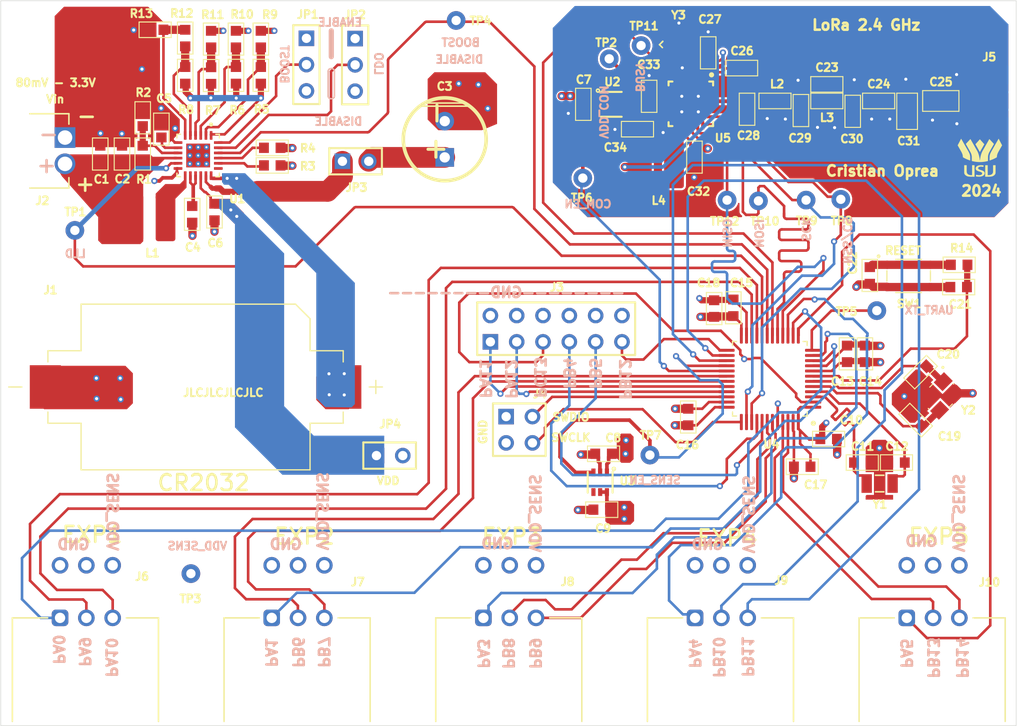
<source format=kicad_pcb>
(kicad_pcb (version 20221018) (generator pcbnew)
  (layers (0 "F.Cu" signal "Top Layer") (1 "In1.Cu" power "Int1 (GND)") (2 "In2.Cu" signal "Int2 (PWR)") (31 "B.Cu" signal "Bottom Layer") (34 "B.Paste" user "Bottom Paste") (35 "F.Paste" user "Top Paste") (36 "B.SilkS" user "Bottom Overlay") (37 "F.SilkS" user "Top Overlay") (38 "B.Mask" user "Bottom Solder") (39 "F.Mask" user "Top Solder") (44 "Edge.Cuts" user))
  (net 0 "")
  (net 1 "REG_D1")
  (net 2 "REG_D0")
  (net 3 "NetC26_2")
  (net 4 "NetJP3_1")
  (net 5 "NetC6_2")
  (net 6 "NetC3_1")
  (net 7 "VIN")
  (net 8 "VDD")
  (net 9 "VDD_SENS")
  (net 10 "VDD_COM")
  (net 11 "UART_TX")
  (net 12 "SWDIO")
  (net 13 "SWCLK")
  (net 14 "PC13")
  (net 15 "PB12")
  (net 16 "PB5")
  (net 17 "PB4")
  (net 18 "PA12")
  (net 19 "PA11")
  (net 20 "NetU5_6")
  (net 21 "NetU5_4")
  (net 22 "NetTP12_1")
  (net 23 "NetTP11_1")
  (net 24 "NetTP10_1")
  (net 25 "NetTP9_1")
  (net 26 "NetTP8_1")
  (net 27 "NetTP7_1")
  (net 28 "NetTP6_1")
  (net 29 "NetTP4_1")
  (net 30 "NetTP1_1")
  (net 31 "NetR12_1")
  (net 32 "NetR8_1")
  (net 33 "NetR7_1")
  (net 34 "NetR6_1")
  (net 35 "NetR5_2")
  (net 36 "NetR5_1")
  (net 37 "NetR4_2")
  (net 38 "NetR3_2")
  (net 39 "NetR1_1")
  (net 40 "NetL4_2")
  (net 41 "NetL1_1")
  (net 42 "NetJ10_3")
  (net 43 "NetJ10_2")
  (net 44 "NetJ10_1")
  (net 45 "NetJ9_3")
  (net 46 "NetJ9_2")
  (net 47 "NetJ9_1")
  (net 48 "NetJ8_3")
  (net 49 "NetJ8_2")
  (net 50 "NetJ8_1")
  (net 51 "NetJ7_3")
  (net 52 "NetJ7_2")
  (net 53 "NetJ7_1")
  (net 54 "NetJ6_3")
  (net 55 "NetJ6_2")
  (net 56 "NetJ6_1")
  (net 57 "NetJ1_P")
  (net 58 "NetC28_2")
  (net 59 "NetC27_2")
  (net 60 "NetC25_1")
  (net 61 "NetC24_1")
  (net 62 "NetC23_2")
  (net 63 "NetC23_1")
  (net 64 "NetC22_2")
  (net 65 "NetC21_2")
  (net 66 "NetC20_2")
  (net 67 "NetC19_2")
  (net 68 "NetC12_2")
  (net 69 "NetC11_2")
  (net 70 "NetC5_2")
  (net 71 "NetC4_1")
  (net 72 "GND")
  (footprint "PcbLib_H2.PcbLib:C0603" (layer "F.Cu") (at 187.801075 110.503625 -45)
    (fp_text reference "C19")
    (fp_text value "16pF" hide)
  )
  (footprint "PcbLib_H2.PcbLib:R0603" (layer "F.Cu") (at 122.201075 77.203625 -90)
    (fp_text reference "R6")
    (fp_text value "5.9M" hide)
  )
  (footprint "PcbLib_H2.PcbLib:C0603" (layer "F.Cu") (at 182.901075 104.103625 90)
    (fp_text reference "C14")
    (fp_text value "1uF" hide)
  )
  (footprint "PcbLib_H2.PcbLib:CAP_POL_8X16X3.5" (layer "F.Cu") (at 142.351075 83.378625 90)
    (fp_text reference "C3")
    (fp_text value "Supercapacitor" hide)
  )
  (footprint "PcbLib_H2.PcbLib:C0603" (layer "F.Cu") (at 176.726075 80.603625 90)
    (fp_text reference "C29")
    (fp_text value "1.2pF" hide)
  )
  (footprint "PcbLib_H2.PcbLib:LFCSP-24" (layer "F.Cu") (at 118.551055 84.947535 -90)
    (fp_text reference "U1")
    (fp_text value "ADP5091" hide)
  )
  (footprint "PcbLib_H2.PcbLib:IND_3.2_4" (layer "F.Cu") (at 115.401095 90.972525 180)
    (fp_text reference "L1")
    (fp_text value "22uH" hide)
  )
  (footprint "PcbLib_H2.PcbLib:C0603" (layer "F.Cu") (at 191.951075 97.653625)
    (fp_text reference "C21")
    (fp_text value "10nF" hide)
  )
  (footprint "PcbLib_H2.PcbLib:C0603" (layer "F.Cu") (at 176.851075 115.003625)
    (fp_text reference "C17")
    (fp_text value "100nF" hide)
  )
  (footprint "PcbLib_H2.PcbLib:C0603" (layer "F.Cu") (at 181.726095 80.678625 90)
    (fp_text reference "C30")
    (fp_text value "1.2pF" hide)
  )
  (footprint "PcbLib_H2.PcbLib:TEST_PAD_THD" (layer "F.Cu") (at 184.051075 99.928625 90)
    (fp_text reference "TP5")
    (fp_text value "TP_NOBOM" hide)
  )
  (footprint "PcbLib_H2.PcbLib:C0603" (layer "F.Cu") (at 181.176075 104.103625 90)
    (fp_text reference "C13")
    (fp_text value "10nF" hide)
  )
  (footprint "PcbLib_H2.PcbLib:C0603" (layer "F.Cu") (at 165.851075 110.203625 -90)
    (fp_text reference "C16")
    (fp_text value "100nF" hide)
  )
  (footprint "PcbLib_H2.PcbLib:C0603" (layer "F.Cu") (at 168.351075 99.728625 -90)
    (fp_text reference "C18")
    (fp_text value "4.7uF" hide)
  )
  (footprint "PcbLib_H2.PcbLib:C0603" (layer "F.Cu") (at 182.650355 114.603605 180)
    (fp_text reference "C11")
    (fp_text value "16pF" hide)
  )
  (footprint "PcbLib_H2.PcbLib:C0603" (layer "F.Cu") (at 160.951075 82.403625)
    (fp_text reference "C34")
    (fp_text value "470nF" hide)
  )
  (footprint "PcbLib_H2.PcbLib:SC70-6" (layer "F.Cu") (at 157.351075 116.503625 -90)
    (fp_text reference "U3")
    (fp_text value "TPS22919" hide)
  )
  (footprint "" (layer "F.Cu") (at 179.176075 134.228625)
    (fp_text reference "")
    (fp_text value "")
  )
  (footprint "PcbLib_H2.PcbLib:R0603" (layer "F.Cu") (at 124.601075 77.203625 -90)
    (fp_text reference "R5")
    (fp_text value "5.49M" hide)
  )
  (footprint "PcbLib_H2.PcbLib:TEST_PAD_THD" (layer "F.Cu") (at 180.576075 89.178625 90)
    (fp_text reference "TP8")
    (fp_text value "TP_NOBOM" hide)
  )
  (footprint "PcbLib_H2.PcbLib:QFPN-48" (layer "F.Cu") (at 173.726075 106.508595 180)
    (fp_text reference "U4")
    (fp_text value "STM32L431" hide)
  )
  (footprint "PcbLib_H2.PcbLib:CRYSTAL_2016_4P" (layer "F.Cu") (at 164.208305 74.241495 -45)
    (fp_text reference "Y3")
    (fp_text value "52MHz" hide)
  )
  (footprint "PcbLib_H2.PcbLib:R0603" (layer "F.Cu") (at 119.801075 77.221065 -90)
    (fp_text reference "R7")
    (fp_text value "6.04M" hide)
  )
  (footprint "PcbLib_H2.PcbLib:C0603" (layer "F.Cu") (at 179.226075 78.078625 180)
    (fp_text reference "C23")
    (fp_text value "0.5pF" hide)
  )
  (footprint "PcbLib_H2.PcbLib:R0603" (layer "F.Cu") (at 117.301075 73.603625 -90)
    (fp_text reference "R12")
    (fp_text value "100k" hide)
  )
  (footprint "PcbLib_H2.PcbLib:C0603" (layer "F.Cu") (at 171.001075 76.503625 180)
    (fp_text reference "C26")
    (fp_text value "10nF" hide)
  )
  (footprint "PcbLib_H2.PcbLib:QFN-24_4X4_0.5" (layer "F.Cu") (at 166.026095 80.028625 -90)
    (fp_text reference "U5")
    (fp_text value "SX1280" hide)
  )
  (footprint "PcbLib_H2.PcbLib:R0603" (layer "F.Cu") (at 179.226095 79.678625)
    (fp_text reference "L3")
    (fp_text value "2.5nH" hide)
  )
  (footprint "PcbLib_H2.PcbLib:HEADER_1X2_2.54" (layer "F.Cu") (at 135.761075 113.928625)
    (fp_text reference "JP4")
    (fp_text value "JUMPER" hide)
  )
  (footprint "PcbLib_H2.PcbLib:C0603" (layer "F.Cu") (at 179.401075 112.328625 180)
    (fp_text reference "C10")
    (fp_text value "100nF" hide)
  )
  (footprint "PcbLib_H2.PcbLib:CRYSTAL_ECX-32_3.2X2.5X0.8 - DUPLICATE" (layer "F.Cu") (at 190.215845 108.168885 -135)
    (fp_text reference "Y2")
    (fp_text value "8MHz" hide)
  )
  (footprint "PcbLib_H2.PcbLib:TEST_PAD_THD" (layer "F.Cu") (at 155.676075 87.128475 90)
    (fp_text reference "TP6")
    (fp_text value "TP_NOBOM" hide)
  )
  (footprint "PcbLib_H2.PcbLib:2.54MM_EDGE_CONNECTOR" (layer "F.Cu") (at 166.511075 129.603625)
    (fp_text reference "J9")
    (fp_text value "EDGE_CONNECTOR" hide)
  )
  (footprint "PcbLib_H2.PcbLib:C0603" (layer "F.Cu") (at 157.676085 113.753625)
    (fp_text reference "C8")
    (fp_text value "1uF" hide)
  )
  (footprint "PcbLib_H2.PcbLib:HEADER_1x3_2.54" (layer "F.Cu") (at 129.001075 73.628625 -90)
    (fp_text reference "JP1")
    (fp_text value "JUMPER_3PIN" hide)
  )
  (footprint "PcbLib_H2.PcbLib:R0603" (layer "F.Cu") (at 125.701075 85.903625 180)
    (fp_text reference "R3")
    (fp_text value "221k" hide)
  )
  (footprint "PcbLib_H2.PcbLib:R0603" (layer "F.Cu") (at 124.601075 73.703625 -90)
    (fp_text reference "R9")
    (fp_text value "4.53M" hide)
  )
  (footprint "PcbLib_H2.PcbLib:C0805" (layer "F.Cu") (at 190.226095 79.678625 180)
    (fp_text reference "C25")
    (fp_text value "TBD" hide)
  )
  (footprint "PcbLib_H2.PcbLib:R0603" (layer "F.Cu") (at 174.226095 79.678625)
    (fp_text reference "L2")
    (fp_text value "3nH" hide)
  )
  (footprint "PcbLib_H2.PcbLib:C0603" (layer "F.Cu") (at 155.726075 80.003625 90)
    (fp_text reference "C7")
    (fp_text value "1uF" hide)
  )
  (footprint "PcbLib_H2.PcbLib:TEST_PAD_THD" (layer "F.Cu") (at 161.301075 74.328625 90)
    (fp_text reference "TP11")
    (fp_text value "TP_NOBOM" hide)
  )
  (footprint "PcbLib_H2.PcbLib:C0805" (layer "F.Cu") (at 186.976095 80.678625 90)
    (fp_text reference "C31")
    (fp_text value "TBD" hide)
  )
  (footprint "PcbLib_H2.PcbLib:R0603" (layer "F.Cu") (at 125.701075 84.203625 180)
    (fp_text reference "R4")
    (fp_text value "150k" hide)
  )
  (footprint "PcbLib_H2.PcbLib:R0603" (layer "F.Cu") (at 113.201075 81.303625 -90)
    (fp_text reference "R2")
    (fp_text value "18M" hide)
  )
  (footprint "PcbLib_H2.PcbLib:TEST_PAD_THD" (layer "F.Cu") (at 158.226075 75.603625 90)
    (fp_text reference "TP2")
    (fp_text value "TP_NOBOM" hide)
  )
  (footprint "PcbLib_H2.PcbLib:SC70-6" (layer "F.Cu") (at 158.426075 80.003625)
    (fp_text reference "U2")
    (fp_text value "TPS22919" hide)
  )
  (footprint "PcbLib_H2.PcbLib:R0603" (layer "F.Cu") (at 192.001075 95.503625 180)
    (fp_text reference "R14")
    (fp_text value "1.5k" hide)
  )
  (footprint "PcbLib_H2.PcbLib:TEST_PAD_THD" (layer "F.Cu") (at 172.626075 89.328625 90)
    (fp_text reference "TP10")
    (fp_text value "TP_NOBOM" hide)
  )
  (footprint "PcbLib_H2.PcbLib:C0603" (layer "F.Cu") (at 162.076075 79.228625 -90)
    (fp_text reference "C33")
    (fp_text value "100nF" hide)
  )
  (footprint "PcbLib_H2.PcbLib:CON_SMA-EDGE-S" (layer "F.Cu") (at 194.751095 79.678635 90)
    (fp_text reference "J5")
    (fp_text value "SMA_EDGE_CONN" hide)
  )
  (footprint "PcbLib_H2.PcbLib:2.54_PLUGGABLE_TERMINAL" (layer "F.Cu") (at 105.701075 83.213615 -90)
    (fp_text reference "J2")
    (fp_text value "Plugin Terminal" hide)
  )
  (footprint "PcbLib_H2.PcbLib:2.54MM_EDGE_CONNECTOR" (layer "F.Cu") (at 125.651075 129.603625)
    (fp_text reference "J7")
    (fp_text value "EDGE_CONNECTOR" hide)
  )
  (footprint "PcbLib_H2.PcbLib:R0603" (layer "F.Cu") (at 117.301075 77.203625 -90)
    (fp_text reference "R8")
    (fp_text value "5.9M" hide)
  )
  (footprint "PcbLib_H2.PcbLib:HEADER_1X2_2.54" (layer "F.Cu") (at 132.476075 85.503625)
    (fp_text reference "JP3")
    (fp_text value "JUMPER" hide)
  )
  (footprint "PcbLib_H2.PcbLib:C0603" (layer "F.Cu") (at 170.203125 99.653625 -90)
    (fp_text reference "C15")
    (fp_text value "100nF" hide)
  )
  (footprint "PcbLib_H2.PcbLib:C0603" (layer "F.Cu") (at 120.126075 90.403625 90)
    (fp_text reference "C6")
    (fp_text value "4.7uF" hide)
  )
  (footprint "PcbLib_H2.PcbLib:TEST_PAD_THD" (layer "F.Cu") (at 143.451075 71.903625 90)
    (fp_text reference "TP4")
    (fp_text value "TP_NOBOM" hide)
  )
  (footprint "" (layer "F.Cu") (at 137.476075 94.103625)
    (fp_text reference "")
    (fp_text value "")
  )
  (footprint "PcbLib_H2.PcbLib:HEADER_2X2_2.54" (layer "F.Cu") (at 148.276075 110.163625)
    (fp_text reference "J4")
    (fp_text value "SWD connector" hide)
  )
  (footprint "PcbLib_H2.PcbLib:IND_3.2_4" (layer "F.Cu") (at 161.376075 85.853625)
    (fp_text reference "L4")
    (fp_text value "15uH" hide)
  )
  (footprint "PcbLib_H2.PcbLib:2.54MM_EDGE_CONNECTOR" (layer "F.Cu") (at 105.221075 129.603625)
    (fp_text reference "J6")
    (fp_text value "EDGE_CONNECTOR" hide)
  )
  (footprint "PcbLib_H2.PcbLib:C0603" (layer "F.Cu") (at 167.776075 75.028625 -90)
    (fp_text reference "C27")
    (fp_text value "10nF" hide)
  )
  (footprint "PcbLib_H2.PcbLib:HEADER_1x3_2.54" (layer "F.Cu") (at 133.701075 73.653625 -90)
    (fp_text reference "JP2")
    (fp_text value "JUMPER_3PIN" hide)
  )
  (footprint "PcbLib_H2.PcbLib:C0603" (layer "F.Cu") (at 185.950365 114.603625)
    (fp_text reference "C12")
    (fp_text value "16pF" hide)
  )
  (footprint "PcbLib_H2.PcbLib:R0603" (layer "F.Cu") (at 113.201075 84.803625 -90)
    (fp_text reference "R1")
    (fp_text value "4.7M" hide)
  )
  (footprint "PcbLib_H2.PcbLib:C0603" (layer "F.Cu") (at 115.001075 82.403625 -90)
    (fp_text reference "C5")
    (fp_text value "10nF" hide)
  )
  (footprint "PcbLib_H2.PcbLib:C0603" (layer "F.Cu") (at 188.273685 105.866065 45)
    (fp_text reference "C20")
    (fp_text value "16pF" hide)
  )
  (footprint "PcbLib_H2.PcbLib:C0603" (layer "F.Cu") (at 117.976075 90.628625 -90)
    (fp_text reference "C4")
    (fp_text value "10uF" hide)
  )
  (footprint "PcbLib_H2.PcbLib:2.54MM_EDGE_CONNECTOR" (layer "F.Cu") (at 146.081075 129.603625)
    (fp_text reference "J8")
    (fp_text value "EDGE_CONNECTOR" hide)
  )
  (footprint "PcbLib_H2.PcbLib:C0603" (layer "F.Cu") (at 171.526075 80.478625 90)
    (fp_text reference "C28")
    (fp_text value "0.8pF" hide)
  )
  (footprint "PcbLib_H2.PcbLib:TEST_PAD_THD" (layer "F.Cu") (at 106.651075 92.178625 90)
    (fp_text reference "TP1")
    (fp_text value "TP_NOBOM" hide)
  )
  (footprint "PcbLib_H2.PcbLib:TEST_PAD_THD" (layer "F.Cu") (at 117.851075 125.328625 90)
    (fp_text reference "TP3")
    (fp_text value "TP_NOBOM" hide)
  )
  (footprint "PcbLib_H2.PcbLib:SW_SKRPACE010" (layer "F.Cu") (at 187.126075 96.578625)
    (fp_text reference "SW1")
    (fp_text value "PTS645SM43SMTR92 LFS" hide)
  )
  (footprint "PcbLib_H2.PcbLib:C0603" (layer "F.Cu") (at 166.451075 85.103625 90)
    (fp_text reference "C32")
    (fp_text value "100nF" hide)
  )
  (footprint "PcbLib_H2.PcbLib:TEST_PAD_THD" (layer "F.Cu") (at 162.151075 113.878625 90)
    (fp_text reference "TP7")
    (fp_text value "TP_NOBOM" hide)
  )
  (footprint "" (layer "F.Cu") (at 117.801075 134.103625)
    (fp_text reference "")
    (fp_text value "")
  )
  (footprint "PcbLib_H2.PcbLib:R0603" (layer "F.Cu") (at 119.801075 73.703625 -90)
    (fp_text reference "R11")
    (fp_text value "3.92M" hide)
  )
  (footprint "PcbLib_H2.PcbLib:C0603" (layer "F.Cu") (at 183.376075 96.528625 90)
    (fp_text reference "C22")
    (fp_text value "16pF" hide)
  )
  (footprint "PcbLib_H2.PcbLib:TEST_PAD_THD" (layer "F.Cu") (at 169.601075 89.253625 90)
    (fp_text reference "TP12")
    (fp_text value "TP_NOBOM" hide)
  )
  (footprint "PcbLib_H2.PcbLib:R0603" (layer "F.Cu") (at 122.201075 73.703625 -90)
    (fp_text reference "R10")
    (fp_text value "4.12M" hide)
  )
  (footprint "PcbLib_H2.PcbLib:C0603" (layer "F.Cu") (at 109.101075 84.803625 -90)
    (fp_text reference "C1")
    (fp_text value "10uF" hide)
  )
  (footprint "PcbLib_H2.PcbLib:C0603" (layer "F.Cu") (at 157.501085 119.153625)
    (fp_text reference "C9")
    (fp_text value "100nF" hide)
  )
  (footprint "PcbLib_H2.PcbLib:R0603" (layer "F.Cu") (at 114.401075 72.803625)
    (fp_text reference "R13")
    (fp_text value "4.12M" hide)
  )
  (footprint "PcbLib_H2.PcbLib:TEST_PAD_THD" (layer "F.Cu") (at 177.226075 89.253625 90)
    (fp_text reference "TP9")
    (fp_text value "TP_NOBOM" hide)
  )
  (footprint "PcbLib_H2.PcbLib:C0603" (layer "F.Cu") (at 111.201075 84.803625 -90)
    (fp_text reference "C2")
    (fp_text value "100nF" hide)
  )
  (footprint "PcbLib_H2.PcbLib:HEADER_6X2_2.54" (layer "F.Cu") (at 146.756075 102.943625 90)
    (fp_text reference "J3")
    (fp_text value "Header 6X2" hide)
  )
  (footprint "PcbLib_H2.PcbLib:C0603" (layer "F.Cu") (at 184.226095 79.678625 180)
    (fp_text reference "C24")
    (fp_text value "100pF" hide)
  )
  (footprint "PcbLib_H2.PcbLib:CRYSTAL_SX-3215" (layer "F.Cu") (at 184.325365 116.628625 180)
    (fp_text reference "Y1")
    (fp_text value "32.768kHz" hide)
  )
  (footprint "PcbLib_H2.PcbLib:2.54MM_EDGE_CONNECTOR" (layer "F.Cu") (at 186.941075 129.603625)
    (fp_text reference "J10")
    (fp_text value "EDGE_CONNECTOR" hide)
  )
  (footprint "PcbLib_H2.PcbLib:BAT_CR2032-BS-6-1" (layer "F.Cu") (at 118.301075 107.303625 180)
    (fp_text reference "J1")
    (fp_text value "CR2032" hide)
  )
  (gr_line (start 131.701125 79.203625) (end 131.701125 76.811575) (stroke (width 0.15)) (layer "B.SilkS"))
  (gr_arc (start 131.701125 79.203625) (mid 131.62673 79.38323) (end 131.447125 79.457625) (stroke (width 0.15)) (layer "B.SilkS"))
  (gr_line (start 131.101075 79.203625) (end 131.101075 76.811575) (stroke (width 0.15)) (layer "B.SilkS"))
  (gr_arc (start 131.101075 76.811575) (mid 131.17547 76.63197) (end 131.355075 76.557575) (stroke (width 0.15)) (layer "B.SilkS"))
  (gr_line (start 131.355075 76.557575) (end 131.447125 76.557575) (stroke (width 0.15)) (layer "B.SilkS"))
  (gr_line (start 131.401075 75.403625) (end 131.401075 72.903625) (stroke (width 0.5)) (layer "B.SilkS"))
  (gr_arc (start 131.355075 79.457625) (mid 131.17547 79.38323) (end 131.101075 79.203625) (stroke (width 0.15)) (layer "B.SilkS"))
  (gr_line (start 131.355075 79.457625) (end 131.447125 79.457625) (stroke (width 0.15)) (layer "B.SilkS"))
  (gr_arc (start 131.447125 76.557575) (mid 131.62673 76.63197) (end 131.701125 76.811575) (stroke (width 0.15)) (layer "B.SilkS"))
  (gr_poly (pts (xy 193.220745 86.995155) (xy 193.075885 86.992955) (xy 193.069295 86.990765) (xy 192.970525 86.988565) (xy 192.963935 86.986375) (xy 192.924435 86.984185) (xy 192.917845 86.981985) (xy 192.894805 86.978695) (xy 192.883825 86.976495) (xy 192.875045 86.974305) (xy 192.861875 86.972105) (xy 192.833335 86.967715) (xy 192.815785 86.963325) (xy 192.791635 86.954545) (xy 192.754325 86.941375) (xy 192.741155 86.932595) (xy 192.719205 86.923825) (xy 192.706035 86.915035) (xy 192.702745 86.911745) (xy 192.669815 86.894185) (xy 192.665425 86.889795) (xy 192.645675 86.878825) (xy 192.641285 86.874435) (xy 192.636895 86.872235) (xy 192.630315 86.865655) (xy 192.625915 86.863455) (xy 192.613845 86.853585) (xy 192.606165 86.845895) (xy 192.601775 86.843705) (xy 192.579825 86.821755) (xy 192.575435 86.819565) (xy 192.569945 86.814075) (xy 192.567755 86.809685) (xy 192.563365 86.805295) (xy 192.561165 86.800905) (xy 192.547995 86.787735) (xy 192.539215 86.772365) (xy 192.532635 86.765785) (xy 192.530435 86.761395) (xy 192.515075 86.732865) (xy 192.506295 86.713105) (xy 192.499715 86.688965) (xy 192.490935 86.660425) (xy 192.486545 86.634085) (xy 192.484345 86.618725) (xy 192.486545 85.887805) (xy 192.492025 85.882325) (xy 192.500805 85.880125) (xy 192.715915 85.882325) (xy 192.723595 85.887805) (xy 192.727985 85.898785) (xy 192.729085 86.437635) (xy 192.727985 86.438735) (xy 192.730175 86.445325) (xy 192.727985 86.451905) (xy 192.730175 86.506785) (xy 192.732375 86.513365) (xy 192.734565 86.561655) (xy 192.736765 86.568235) (xy 192.742255 86.593485) (xy 192.745545 86.605555) (xy 192.752125 86.620915) (xy 192.763105 86.649455) (xy 192.774075 86.664815) (xy 192.779565 86.679085) (xy 192.788345 86.692255) (xy 192.798225 86.702135) (xy 192.800415 86.706525) (xy 192.808095 86.716395) (xy 192.812485 86.718595) (xy 192.820175 86.726275) (xy 192.822365 86.730665) (xy 192.830045 86.738345) (xy 192.834435 86.740545) (xy 192.849805 86.755905) (xy 192.869555 86.766885) (xy 192.873945 86.771275) (xy 192.878335 86.773465) (xy 192.911265 86.791025) (xy 192.931015 86.799805) (xy 192.958455 86.809685) (xy 192.972715 86.815165) (xy 193.007835 86.823945) (xy 193.023205 86.826145) (xy 193.041865 86.829435) (xy 193.059425 86.833825) (xy 193.081365 86.838215) (xy 193.105515 86.840415) (xy 193.153805 86.842605) (xy 193.227335 86.843705) (xy 193.241595 86.836025) (xy 193.243795 86.827245) (xy 193.245995 85.890005) (xy 193.253675 85.882325) (xy 193.262455 85.880125) (xy 193.475365 85.882325) (xy 193.483045 85.890005) (xy 193.487435 85.905365) (xy 193.485235 85.947075) (xy 193.486335 86.981985) (xy 193.483045 86.989665) (xy 193.475365 86.997355) (xy 193.459995 86.999545) (xy 193.428165 86.998445) (xy 193.387565 86.999545) (xy 193.380975 86.997355) (xy 193.222945 86.995155)) (fill solid) (layer "F.SilkS"))
  (gr_poly (pts (xy 192.195715 83.325215) (xy 192.199005 83.328505) (xy 192.201195 83.337285) (xy 192.208885 83.358135) (xy 192.213275 83.360335) (xy 192.223145 83.374595) (xy 192.225345 83.383385) (xy 192.242905 83.409715) (xy 192.247295 83.420695) (xy 192.249485 83.425085) (xy 192.259365 83.437155) (xy 192.262655 83.440445) (xy 192.267045 83.451425) (xy 192.272535 83.465695) (xy 192.280215 83.473375) (xy 192.284605 83.484345) (xy 192.297775 83.508495) (xy 192.304355 83.515075) (xy 192.308755 83.526055) (xy 192.319725 83.545805) (xy 192.324115 83.550195) (xy 192.330695 83.565555) (xy 192.332895 83.572145) (xy 192.343865 83.587505) (xy 192.346065 83.591895) (xy 192.359235 83.616045) (xy 192.368015 83.629215) (xy 192.381185 83.653355) (xy 192.385575 83.657745) (xy 192.392155 83.673115) (xy 192.400935 83.688475) (xy 192.411915 83.703845) (xy 192.415205 83.715915) (xy 192.422885 83.727985) (xy 192.433865 83.743355) (xy 192.438255 83.754325) (xy 192.444835 83.765295) (xy 192.453615 83.778465) (xy 192.455815 83.787255) (xy 192.464595 83.802615) (xy 192.471175 83.809195) (xy 192.475565 83.820175) (xy 192.486545 83.839925) (xy 192.490935 83.844315) (xy 192.493125 83.848705) (xy 192.499715 83.864075) (xy 192.501905 83.868465) (xy 192.517265 83.890415) (xy 192.519465 83.899195) (xy 192.526045 83.910165) (xy 192.530435 83.914555) (xy 192.532635 83.918945) (xy 192.550195 83.951875) (xy 192.556775 83.958455) (xy 192.561165 83.969425) (xy 192.572145 83.989185) (xy 192.580925 84.002355) (xy 192.586415 84.016615) (xy 192.591895 84.024305) (xy 192.596285 84.028695) (xy 192.605065 84.048445) (xy 192.611655 84.059425) (xy 192.616045 84.063815) (xy 192.618235 84.068205) (xy 192.635795 84.101125) (xy 192.640185 84.105515) (xy 192.644575 84.116495) (xy 192.655555 84.136245) (xy 192.659945 84.140635) (xy 192.662135 84.145025) (xy 192.668725 84.160385) (xy 192.675305 84.171365) (xy 192.684085 84.184535) (xy 192.688475 84.195505) (xy 192.690675 84.204285) (xy 192.703845 84.217455) (xy 192.708225 84.228435) (xy 192.713715 84.242705) (xy 192.725785 84.254775) (xy 192.731275 84.269035) (xy 192.737865 84.282205) (xy 192.743345 84.289895) (xy 192.758715 84.318425) (xy 192.767495 84.327205) (xy 192.776275 84.351345) (xy 192.787245 84.362325) (xy 192.791635 84.373295) (xy 192.797125 84.387565) (xy 192.802615 84.395245) (xy 192.809195 84.401835) (xy 192.813585 84.412805) (xy 192.822365 84.428175) (xy 192.833335 84.443535) (xy 192.835535 84.452315) (xy 192.844315 84.467685) (xy 192.848705 84.472065) (xy 192.850905 84.476465) (xy 192.866265 84.504995) (xy 192.870655 84.509385) (xy 192.879435 84.529135) (xy 192.890405 84.548895) (xy 192.894805 84.553285) (xy 192.902485 84.574135) (xy 192.907965 84.581815) (xy 192.916745 84.594985) (xy 192.920045 84.607065) (xy 192.931015 84.624615) (xy 192.938695 84.638885) (xy 192.944185 84.653155) (xy 192.947475 84.660835) (xy 192.956255 84.674005) (xy 192.960645 84.684985) (xy 192.962845 84.693755) (xy 192.973815 84.713515) (xy 192.982595 84.733265) (xy 192.984795 84.742045) (xy 192.990275 84.756315) (xy 192.993575 84.759605) (xy 192.995765 84.763995) (xy 193.002355 84.779365) (xy 193.004545 84.796925) (xy 193.013325 84.810095) (xy 193.017715 84.821065) (xy 193.021005 84.835335) (xy 193.026495 84.853985) (xy 193.029785 84.868255) (xy 193.031985 84.879235) (xy 193.040765 84.901185) (xy 193.044055 84.913255) (xy 193.047345 84.951665) (xy 193.049545 84.969225) (xy 193.051735 84.982395) (xy 193.053935 84.991175) (xy 193.058325 85.013125) (xy 193.060515 85.032875) (xy 193.062715 85.403825) (xy 193.063805 85.422475) (xy 193.060515 85.425775) (xy 193.053935 85.427965) (xy 193.038565 85.421385) (xy 193.024295 85.418095) (xy 193.021005 85.414795) (xy 193.005645 85.408215) (xy 192.996865 85.406015) (xy 192.982595 85.402725) (xy 192.965035 85.396135) (xy 192.954065 85.391755) (xy 192.941995 85.386265) (xy 192.924435 85.381875) (xy 192.901385 85.376385) (xy 192.889315 85.368705) (xy 192.873945 85.362115) (xy 192.857485 85.358825) (xy 192.833335 85.347855) (xy 192.822365 85.343465) (xy 192.808095 85.337975) (xy 192.796025 85.334685) (xy 192.772975 85.322605) (xy 192.764205 85.320415) (xy 192.743345 85.312735) (xy 192.737865 85.307245) (xy 192.726885 85.302855) (xy 192.698355 85.294075) (xy 192.682985 85.285295) (xy 192.663235 85.276515) (xy 192.652255 85.272125) (xy 192.634695 85.261155) (xy 192.607265 85.251275) (xy 192.603975 85.247985) (xy 192.575435 85.234815) (xy 192.561165 85.229325) (xy 192.557875 85.226035) (xy 192.553485 85.223835) (xy 192.549095 85.219445) (xy 192.544705 85.217255) (xy 192.533735 85.212865) (xy 192.509585 85.199695) (xy 192.498615 85.193105) (xy 192.489835 85.190915) (xy 192.478855 85.186525) (xy 192.466785 85.176645) (xy 192.454715 85.171155) (xy 192.439345 85.162375) (xy 192.434955 85.157985) (xy 192.410815 85.147015) (xy 192.406425 85.144815) (xy 192.394355 85.134945) (xy 192.380085 85.129455) (xy 192.364725 85.120675) (xy 192.359235 85.110795) (xy 192.357035 85.102015) (xy 192.359235 85.082265) (xy 192.361425 85.080065) (xy 192.359235 85.073485) (xy 192.357035 85.058115) (xy 192.354845 85.031785) (xy 192.352655 85.025195) (xy 192.350455 85.016415) (xy 192.346065 84.979105) (xy 192.340575 84.920935) (xy 192.330695 84.889105) (xy 192.328505 84.875945) (xy 192.326315 84.869355) (xy 192.317525 84.834235) (xy 192.312045 84.819965) (xy 192.308755 84.816675) (xy 192.302165 84.794725) (xy 192.299975 84.785945) (xy 192.294485 84.771685) (xy 192.288995 84.761805) (xy 192.279115 84.734365) (xy 192.274725 84.723395) (xy 192.260465 84.695955) (xy 192.252775 84.675105) (xy 192.247295 84.669615) (xy 192.238515 84.649855) (xy 192.235225 84.637785) (xy 192.227535 84.627915) (xy 192.225345 84.623525) (xy 192.205585 84.586205) (xy 192.199005 84.575235) (xy 192.194615 84.564255) (xy 192.185835 84.548895) (xy 192.181445 84.544505) (xy 192.174855 84.529135) (xy 192.163885 84.509385) (xy 192.159495 84.504995) (xy 192.157295 84.500605) (xy 192.152905 84.489635) (xy 192.146325 84.478655) (xy 192.135355 84.463295) (xy 192.127665 84.442435) (xy 192.117795 84.432565) (xy 192.111205 84.417195) (xy 192.100225 84.397445) (xy 192.095845 84.393055) (xy 192.080475 84.364515) (xy 192.071695 84.351345) (xy 192.068405 84.339275) (xy 192.065115 84.335985) (xy 192.062915 84.331595) (xy 192.058525 84.327205) (xy 192.056335 84.322815) (xy 192.047555 84.303065) (xy 192.038775 84.287695) (xy 192.032185 84.281115) (xy 192.029995 84.276725) (xy 192.025605 84.265745) (xy 192.019015 84.254775) (xy 192.014625 84.250385) (xy 192.012435 84.245995) (xy 191.994875 84.213065) (xy 191.990485 84.208675) (xy 191.986095 84.197705) (xy 191.975115 84.177945) (xy 191.964145 84.162585) (xy 191.960855 84.150515) (xy 191.957565 84.147215) (xy 191.955365 84.142835) (xy 191.948775 84.136245) (xy 191.946585 84.131855) (xy 191.937805 84.109905) (xy 191.926835 84.094545) (xy 191.918055 84.074785) (xy 191.915855 84.070395) (xy 191.904885 84.059425) (xy 191.897195 84.038575) (xy 191.891715 84.030885) (xy 191.887325 84.026495) (xy 191.885125 84.022105) (xy 191.878545 84.006745) (xy 191.876345 84.002355) (xy 191.860985 83.980405) (xy 191.856595 83.965045) (xy 191.858785 83.949675) (xy 191.873055 83.928825) (xy 191.877445 83.917845) (xy 191.882935 83.903585) (xy 191.889515 83.892605) (xy 191.898295 83.879435) (xy 191.901585 83.867365) (xy 191.905975 83.856385) (xy 191.918055 83.844315) (xy 191.920245 83.839925) (xy 191.920245 83.837735) (xy 191.925735 83.823465) (xy 191.936705 83.805905) (xy 191.942195 83.793835) (xy 191.947685 83.779565) (xy 191.956465 83.766395) (xy 191.961945 83.754325) (xy 191.975115 83.730185) (xy 191.997065 83.688475) (xy 192.003655 83.677505) (xy 192.009145 83.663235) (xy 192.020115 83.645675) (xy 192.023405 83.642385) (xy 192.027795 83.631405) (xy 192.031095 83.619335) (xy 192.038775 83.607265) (xy 192.047555 83.594095) (xy 192.055235 83.573245) (xy 192.060725 83.567755) (xy 192.062915 83.563365) (xy 192.071695 83.543615) (xy 192.080475 83.528245) (xy 192.084865 83.523855) (xy 192.090355 83.509595) (xy 192.094745 83.498615) (xy 192.102425 83.486545) (xy 192.106815 83.482155) (xy 192.116695 83.454715) (xy 192.122185 83.449225) (xy 192.124375 83.444835) (xy 192.128765 83.440445) (xy 192.136445 83.419595) (xy 192.144125 83.407525) (xy 192.166075 83.365825) (xy 192.170465 83.361435) (xy 192.174855 83.350455) (xy 192.183635 83.326315) (xy 192.186935 83.323015)) (fill solid) (layer "F.SilkS"))
  (gr_poly (pts (xy 193.800215 84.264645) (xy 193.790335 84.248185) (xy 193.785945 84.237215) (xy 193.774975 84.221845) (xy 193.768385 84.206485) (xy 193.759605 84.191115) (xy 193.755215 84.186725) (xy 193.753025 84.182335) (xy 193.737655 84.153805) (xy 193.728875 84.140635) (xy 193.723385 84.126365) (xy 193.720095 84.123075) (xy 193.717905 84.118685) (xy 193.709125 84.105515) (xy 193.703635 84.091245) (xy 193.687175 84.068205) (xy 193.684975 84.059425) (xy 193.670715 84.038575) (xy 193.665225 84.026495) (xy 193.654245 84.006745) (xy 193.649855 84.002355) (xy 193.632295 83.969425) (xy 193.623515 83.956255) (xy 193.621325 83.947485) (xy 193.607055 83.926625) (xy 193.601575 83.914555) (xy 193.590595 83.894805) (xy 193.581815 83.881635) (xy 193.575235 83.866265) (xy 193.577425 83.850905) (xy 193.587305 83.838835) (xy 193.599375 83.826755) (xy 193.601575 83.822365) (xy 193.605955 83.817975) (xy 193.608155 83.813585) (xy 193.615835 83.808105) (xy 193.621325 83.800415) (xy 193.631205 83.788345) (xy 193.645465 83.774085) (xy 193.647665 83.769685) (xy 193.665225 83.752125) (xy 193.667415 83.747745) (xy 193.684975 83.730185) (xy 193.687175 83.725785) (xy 193.702535 83.710425) (xy 193.704735 83.706035) (xy 193.724485 83.686285) (xy 193.726685 83.681895) (xy 193.735465 83.673115) (xy 193.736555 83.669825) (xy 193.739855 83.668725) (xy 193.740945 83.665425) (xy 193.744245 83.664335) (xy 193.746435 83.659945) (xy 193.753025 83.653355) (xy 193.755215 83.648965) (xy 193.772775 83.631405) (xy 193.774975 83.627015) (xy 193.780455 83.621535) (xy 193.784845 83.619335) (xy 193.788145 83.616045) (xy 193.790335 83.611655) (xy 193.800215 83.599585) (xy 193.812285 83.587505) (xy 193.814475 83.583125) (xy 193.832045 83.565555) (xy 193.834235 83.561175) (xy 193.851795 83.543615) (xy 193.853985 83.539225) (xy 193.871545 83.521665) (xy 193.873745 83.517275) (xy 193.893495 83.497515) (xy 193.895695 83.493125) (xy 193.902275 83.486545) (xy 193.904475 83.482155) (xy 193.922035 83.464595) (xy 193.924225 83.460205) (xy 193.939595 83.444835) (xy 193.941785 83.440445) (xy 193.961535 83.420695) (xy 193.963735 83.416305) (xy 193.979105 83.400935) (xy 193.981295 83.396555) (xy 193.986785 83.388865) (xy 193.995565 83.386675) (xy 194.008735 83.388865) (xy 194.016415 83.394355) (xy 194.018605 83.398745) (xy 194.022995 83.403135) (xy 194.025195 83.407525) (xy 194.042755 83.425085) (xy 194.044945 83.429475) (xy 194.062505 83.447035) (xy 194.064705 83.451425) (xy 194.082265 83.468985) (xy 194.084455 83.473375) (xy 194.106405 83.495325) (xy 194.108605 83.499715) (xy 194.112995 83.504105) (xy 194.115185 83.508495) (xy 194.130555 83.523855) (xy 194.132745 83.528245) (xy 194.150305 83.545805) (xy 194.152495 83.550195) (xy 194.170065 83.567755) (xy 194.172255 83.572145) (xy 194.189815 83.589705) (xy 194.192005 83.594095) (xy 194.209565 83.611655) (xy 194.211765 83.616045) (xy 194.229325 83.633605) (xy 194.231515 83.637995) (xy 194.249075 83.655555) (xy 194.251275 83.659945) (xy 194.262245 83.670915) (xy 194.264445 83.675305) (xy 194.277615 83.688475) (xy 194.279805 83.692865) (xy 194.299565 83.712625) (xy 194.301755 83.717015) (xy 194.317125 83.732375) (xy 194.319315 83.736765) (xy 194.339065 83.756515) (xy 194.341265 83.760915) (xy 194.358825 83.778465) (xy 194.361025 83.782855) (xy 194.376385 83.798225) (xy 194.378575 83.802615) (xy 194.396135 83.820175) (xy 194.398335 83.824565) (xy 194.407115 83.833345) (xy 194.408215 83.836635) (xy 194.412605 83.838835) (xy 194.418085 83.844315) (xy 194.420285 83.848705) (xy 194.424675 83.859685) (xy 194.422475 83.872855) (xy 194.402725 83.901385) (xy 194.400525 83.910165) (xy 194.386265 83.931015) (xy 194.369795 83.962845) (xy 194.365405 83.967235) (xy 194.347855 84.000155) (xy 194.339065 84.015525) (xy 194.328095 84.035275) (xy 194.323705 84.039665) (xy 194.314925 84.059425) (xy 194.306145 84.074785) (xy 194.301755 84.079175) (xy 194.284195 84.112105) (xy 194.268835 84.140635) (xy 194.257855 84.155995) (xy 194.253465 84.166975) (xy 194.244685 84.182335) (xy 194.235905 84.195505) (xy 194.220545 84.224045) (xy 194.216155 84.228435) (xy 194.211765 84.239405) (xy 194.198595 84.263555) (xy 194.189815 84.276725) (xy 194.176645 84.300865) (xy 194.161275 84.329405) (xy 194.150305 84.344765) (xy 194.148115 84.353545) (xy 194.133845 84.374395) (xy 194.120675 84.400735) (xy 194.112995 84.410615) (xy 194.095435 84.443535) (xy 194.086655 84.456705) (xy 194.084455 84.465485) (xy 194.070195 84.486335) (xy 194.057025 84.512675) (xy 194.051535 84.520365) (xy 194.033975 84.553285) (xy 194.029585 84.557675) (xy 194.027385 84.562065) (xy 194.018605 84.581815) (xy 194.012025 84.592795) (xy 194.006535 84.598275) (xy 193.997755 84.600475) (xy 193.988975 84.598275) (xy 193.985685 84.594985) (xy 193.981295 84.584015) (xy 193.975805 84.569745) (xy 193.970325 84.562065) (xy 193.961535 84.548895) (xy 193.948365 84.524745) (xy 193.939595 84.511575) (xy 193.937395 84.502795) (xy 193.923125 84.481945) (xy 193.917645 84.469875) (xy 193.906665 84.450125) (xy 193.902275 84.445735) (xy 193.895695 84.430365) (xy 193.886915 84.415005) (xy 193.882525 84.410615) (xy 193.864965 84.377685) (xy 193.860575 84.373295) (xy 193.853985 84.357935) (xy 193.845205 84.342565) (xy 193.836425 84.329405) (xy 193.821065 84.300865) (xy 193.803505 84.267945) (xy 193.801305 84.265745)) (fill solid) (layer "F.SilkS"))
  (gr_poly (pts (xy 194.512475 85.986585) (xy 194.514665 85.890005) (xy 194.522345 85.882325) (xy 194.537715 85.880125) (xy 194.746235 85.882325) (xy 194.753915 85.890005) (xy 194.756105 85.898785) (xy 194.758305 86.833825) (xy 194.761595 86.839315) (xy 194.772575 86.843705) (xy 194.891095 86.841505) (xy 194.897685 86.839315) (xy 194.928415 86.837115) (xy 194.934995 86.834925) (xy 194.949265 86.831635) (xy 194.958045 86.829435) (xy 194.997555 86.822855) (xy 195.023895 86.816265) (xy 195.041455 86.809685) (xy 195.055715 86.804195) (xy 195.076565 86.796515) (xy 195.104005 86.782245) (xy 195.123765 86.771275) (xy 195.139125 86.760295) (xy 195.143515 86.758105) (xy 195.163265 86.742735) (xy 195.169855 86.736155) (xy 195.174245 86.733955) (xy 195.181925 86.726275) (xy 195.184125 86.721885) (xy 195.189605 86.716395) (xy 195.193995 86.714205) (xy 195.199485 86.706525) (xy 195.220335 86.679085) (xy 195.230215 86.658235) (xy 195.238995 86.645065) (xy 195.243385 86.634085) (xy 195.247775 86.618725) (xy 195.252165 86.607745) (xy 195.258755 86.585795) (xy 195.260945 86.577015) (xy 195.265335 86.550675) (xy 195.267535 86.541905) (xy 195.269725 86.480445) (xy 195.271925 85.892195) (xy 195.277405 85.884515) (xy 195.288385 85.880125) (xy 195.507875 85.882325) (xy 195.513365 85.887805) (xy 195.517755 85.905365) (xy 195.515555 85.947075) (xy 195.516655 86.262045) (xy 195.514455 86.624205) (xy 195.510075 86.652745) (xy 195.505685 86.670305) (xy 195.502385 86.682375) (xy 195.500195 86.691155) (xy 195.495805 86.706525) (xy 195.490315 86.720785) (xy 195.476045 86.748225) (xy 195.467265 86.763585) (xy 195.460685 86.770175) (xy 195.458495 86.774565) (xy 195.444225 86.795415) (xy 195.436545 86.803095) (xy 195.434345 86.807485) (xy 195.429955 86.811875) (xy 195.427755 86.816265) (xy 195.424465 86.819565) (xy 195.420075 86.821755) (xy 195.408005 86.833825) (xy 195.406905 86.837115) (xy 195.402515 86.839315) (xy 195.395935 86.845895) (xy 195.391545 86.848095) (xy 195.378375 86.861265) (xy 195.373985 86.863455) (xy 195.354225 86.878825) (xy 195.334475 86.889795) (xy 195.330085 86.894185) (xy 195.325695 86.896385) (xy 195.321305 86.900775) (xy 195.292775 86.916135) (xy 195.279605 86.924915) (xy 195.270825 86.927115) (xy 195.246675 86.940285) (xy 195.231315 86.946865) (xy 195.222535 86.949065) (xy 195.200585 86.957845) (xy 195.178635 86.964425) (xy 195.169855 86.966625) (xy 195.143515 86.971015) (xy 195.128155 86.973205) (xy 195.113885 86.976495) (xy 195.091935 86.980885) (xy 195.078765 86.983085) (xy 195.059005 86.985275) (xy 195.032675 86.987475) (xy 194.990965 86.989665) (xy 194.920725 86.991865) (xy 194.894385 86.994055) (xy 194.778055 86.996255) (xy 194.613435 86.998445) (xy 194.575025 86.999545) (xy 194.568445 86.997355) (xy 194.539905 86.999545) (xy 194.524545 86.997355) (xy 194.514665 86.989665) (xy 194.512475 86.980885) (xy 194.511375 86.971015) (xy 194.512475 85.988775)) (fill solid) (layer "F.SilkS"))
  (gr_poly (pts (xy 194.240295 86.936995) (xy 194.221645 86.944675) (xy 194.153595 86.966625) (xy 194.144815 86.968815) (xy 194.129455 86.971015) (xy 194.120675 86.973205) (xy 194.104215 86.976495) (xy 194.086655 86.980885) (xy 194.064705 86.985275) (xy 194.047145 86.987475) (xy 193.982395 86.990765) (xy 193.909955 86.992955) (xy 193.903375 86.990765) (xy 193.773875 86.988565) (xy 193.767285 86.986375) (xy 193.729975 86.984185) (xy 193.723385 86.981985) (xy 193.706925 86.978695) (xy 193.680585 86.974305) (xy 193.650955 86.971015) (xy 193.635595 86.968815) (xy 193.621325 86.963325) (xy 193.614745 86.947965) (xy 193.618035 86.924915) (xy 193.620225 86.911745) (xy 193.622425 86.887605) (xy 193.629005 86.845895) (xy 193.631205 86.826145) (xy 193.633395 86.815165) (xy 193.637785 86.806395) (xy 193.648765 86.801995) (xy 193.666325 86.804195) (xy 193.686075 86.812975) (xy 193.711315 86.818465) (xy 193.724485 86.820655) (xy 193.735465 86.822855) (xy 193.765095 86.826145) (xy 193.773875 86.828335) (xy 193.792535 86.831635) (xy 193.803505 86.833825) (xy 193.812285 86.836025) (xy 193.829845 86.838215) (xy 193.853985 86.840415) (xy 193.895695 86.842605) (xy 193.967025 86.843705) (xy 193.973615 86.841505) (xy 194.021895 86.839315) (xy 194.028485 86.837115) (xy 194.041655 86.834925) (xy 194.052635 86.830535) (xy 194.088845 86.822855) (xy 194.112995 86.814075) (xy 194.136035 86.801995) (xy 194.151405 86.793225) (xy 194.160185 86.784445) (xy 194.164575 86.782245) (xy 194.189815 86.757005) (xy 194.200785 86.737245) (xy 194.205175 86.732865) (xy 194.209565 86.717495) (xy 194.211765 86.708715) (xy 194.213955 86.680185) (xy 194.211765 86.645065) (xy 194.198595 86.620915) (xy 194.194205 86.616525) (xy 194.192005 86.612135) (xy 194.179935 86.595675) (xy 194.175545 86.593485) (xy 194.171155 86.589095) (xy 194.166765 86.586895) (xy 194.155795 86.575925) (xy 194.151405 86.573725) (xy 194.127255 86.560555) (xy 194.114085 86.551775) (xy 194.103115 86.547385) (xy 194.082265 86.539705) (xy 194.078965 86.536415) (xy 194.067995 86.532025) (xy 194.059215 86.529825) (xy 194.043855 86.525435) (xy 194.003245 86.511165) (xy 193.991175 86.507875) (xy 193.973615 86.503485) (xy 193.959345 86.500195) (xy 193.931905 86.488125) (xy 193.906665 86.482635) (xy 193.897885 86.480445) (xy 193.869355 86.469465) (xy 193.850695 86.463975) (xy 193.841915 86.461785) (xy 193.827645 86.456295) (xy 193.800215 86.444225) (xy 193.779365 86.436545) (xy 193.731075 86.412395) (xy 193.727775 86.409105) (xy 193.723385 86.406905) (xy 193.708025 86.398135) (xy 193.695955 86.388255) (xy 193.679495 86.376185) (xy 193.675105 86.373985) (xy 193.645465 86.344355) (xy 193.643275 86.339965) (xy 193.627915 86.320205) (xy 193.603765 86.269725) (xy 193.600475 86.248875) (xy 193.597185 86.219245) (xy 193.594985 86.210465) (xy 193.597185 86.157785) (xy 193.599375 86.151205) (xy 193.602665 86.130345) (xy 193.604865 86.119375) (xy 193.609255 86.108395) (xy 193.623515 86.076575) (xy 193.625715 86.072185) (xy 193.647665 86.041455) (xy 193.649855 86.037065) (xy 193.669615 86.017305) (xy 193.671805 86.012915) (xy 193.677295 86.007435) (xy 193.681685 86.005235) (xy 193.692665 85.994265) (xy 193.697045 85.992065) (xy 193.705825 85.983285) (xy 193.710215 85.981095) (xy 193.731075 85.966825) (xy 193.734365 85.963535) (xy 193.789235 85.937195) (xy 193.810085 85.929515) (xy 193.813385 85.926215) (xy 193.824355 85.921825) (xy 193.841915 85.917435) (xy 193.856185 85.914145) (xy 193.888005 85.904265) (xy 193.905575 85.899885) (xy 193.924225 85.896585) (xy 193.937395 85.894395) (xy 193.954955 85.892195) (xy 193.979105 85.890005) (xy 194.048235 85.882325) (xy 194.106405 85.881225) (xy 194.183235 85.883415) (xy 194.212865 85.886715) (xy 194.253465 85.890005) (xy 194.282005 85.892195) (xy 194.306145 85.894395) (xy 194.335775 85.897685) (xy 194.347855 85.900975) (xy 194.354435 85.905365) (xy 194.356625 85.914145) (xy 194.357725 85.921825) (xy 194.355535 85.941585) (xy 194.348945 85.981095) (xy 194.346755 85.989875) (xy 194.342365 86.011825) (xy 194.340165 86.029385) (xy 194.337975 86.040355) (xy 194.332485 86.048035) (xy 194.322605 86.051335) (xy 194.310535 86.048035) (xy 194.300655 86.044745) (xy 194.285295 86.042555) (xy 194.276515 86.040355) (xy 194.254565 86.038165) (xy 194.245785 86.035965) (xy 194.173355 86.027185) (xy 194.157985 86.024995) (xy 194.076775 86.022795) (xy 194.031775 86.026085) (xy 194.003245 86.030475) (xy 193.994465 86.032675) (xy 193.981295 86.034865) (xy 193.972515 86.037065) (xy 193.961535 86.039255) (xy 193.943985 86.043645) (xy 193.926425 86.050235) (xy 193.909955 86.060115) (xy 193.885815 86.073285) (xy 193.856185 86.102915) (xy 193.853985 86.107305) (xy 193.836425 86.144615) (xy 193.834235 86.159985) (xy 193.836425 86.203885) (xy 193.847405 86.223635) (xy 193.861675 86.244485) (xy 193.870445 86.253265) (xy 193.874835 86.255455) (xy 193.890205 86.270825) (xy 193.894595 86.273015) (xy 193.909955 86.281795) (xy 193.923125 86.290575) (xy 193.945075 86.299355) (xy 193.978005 86.314725) (xy 193.995565 86.319115) (xy 194.006535 86.323505) (xy 194.021895 86.330085) (xy 194.052635 86.338865) (xy 194.061405 86.341065) (xy 194.073485 86.344355) (xy 194.084455 86.348745) (xy 194.098725 86.354235) (xy 194.114085 86.358625) (xy 194.128355 86.361915) (xy 194.145915 86.368495) (xy 194.160185 86.373985) (xy 194.175545 86.378375) (xy 194.184325 86.380575) (xy 194.211765 86.390445) (xy 194.234815 86.400325) (xy 194.246885 86.403615) (xy 194.257855 86.408005) (xy 194.274325 86.417885) (xy 194.283095 86.420075) (xy 194.294075 86.424475) (xy 194.298465 86.426665) (xy 194.322605 86.442035) (xy 194.336875 86.447515) (xy 194.342365 86.453005) (xy 194.346755 86.455205) (xy 194.351145 86.459585) (xy 194.355535 86.461785) (xy 194.375285 86.477145) (xy 194.381875 86.483735) (xy 194.386265 86.485925) (xy 194.400525 86.500195) (xy 194.402725 86.504585) (xy 194.420285 86.522145) (xy 194.431255 86.541905) (xy 194.440035 86.555065) (xy 194.444425 86.570435) (xy 194.452105 86.591285) (xy 194.457595 86.605555) (xy 194.459795 86.627505) (xy 194.460885 86.663715) (xy 194.457595 86.708715) (xy 194.451015 86.724075) (xy 194.442235 86.752615) (xy 194.426865 86.781145) (xy 194.415895 86.800905) (xy 194.406015 86.812975) (xy 194.397235 86.826145) (xy 194.374195 86.849195) (xy 194.371995 86.853585) (xy 194.368705 86.856875) (xy 194.364315 86.859065) (xy 194.355535 86.867845) (xy 194.351145 86.870045) (xy 194.340165 86.881015) (xy 194.335775 86.883215) (xy 194.320415 86.894185) (xy 194.316025 86.896385) (xy 194.311635 86.900775) (xy 194.283095 86.916135) (xy 194.269925 86.924915) (xy 194.257855 86.928205) (xy 194.244685 86.934795) (xy 194.241395 86.935895)) (fill solid) (layer "F.SilkS"))
  (gr_poly (pts (xy 193.219655 85.117385) (xy 193.217455 85.029585) (xy 193.215255 85.023005) (xy 193.211965 84.993365) (xy 193.209775 84.984585) (xy 193.207575 84.971415) (xy 193.198795 84.912155) (xy 193.190015 84.877035) (xy 193.182335 84.851795) (xy 193.177945 84.834235) (xy 193.174655 84.822165) (xy 193.170265 84.811185) (xy 193.160385 84.788145) (xy 193.157095 84.776065) (xy 193.150505 84.758515) (xy 193.138435 84.731075) (xy 193.130755 84.710225) (xy 193.116485 84.682785) (xy 193.111005 84.668515) (xy 193.102225 84.655345) (xy 193.094535 84.636695) (xy 193.081365 84.612545) (xy 193.063805 84.579625) (xy 193.059425 84.575235) (xy 193.052835 84.559865) (xy 193.041865 84.540115) (xy 193.037465 84.535725) (xy 193.033085 84.524745) (xy 193.022105 84.504995) (xy 193.017715 84.500605) (xy 193.008935 84.480855) (xy 193.000155 84.465485) (xy 192.991375 84.452315) (xy 192.989185 84.443535) (xy 192.978205 84.428175) (xy 192.976015 84.423785) (xy 192.960645 84.395245) (xy 192.956255 84.390855) (xy 192.954065 84.386465) (xy 192.936505 84.353545) (xy 192.932115 84.349155) (xy 192.927725 84.338175) (xy 192.916745 84.318425) (xy 192.912355 84.314035) (xy 192.903575 84.294285) (xy 192.901385 84.289895) (xy 192.886015 84.267945) (xy 192.883825 84.259165) (xy 192.864065 84.226235) (xy 192.853095 84.206485) (xy 192.844315 84.193315) (xy 192.838825 84.179045) (xy 192.835535 84.175755) (xy 192.833335 84.171365) (xy 192.824565 84.158195) (xy 192.809195 84.129665) (xy 192.804805 84.125275) (xy 192.800415 84.114295) (xy 192.789445 84.094545) (xy 192.780665 84.081375) (xy 192.775175 84.067105) (xy 192.771885 84.063815) (xy 192.769685 84.059425) (xy 192.765295 84.055035) (xy 192.730175 83.989185) (xy 192.719205 83.973815) (xy 192.713715 83.959555) (xy 192.704935 83.946385) (xy 192.701645 83.943085) (xy 192.692865 83.923335) (xy 192.690675 83.918945) (xy 192.679695 83.903585) (xy 192.664335 83.875045) (xy 192.655555 83.861875) (xy 192.644575 83.837735) (xy 192.646775 83.826755) (xy 192.657745 83.811395) (xy 192.675305 83.793835) (xy 192.677505 83.789445) (xy 192.682985 83.783955) (xy 192.687375 83.781765) (xy 192.690675 83.778465) (xy 192.692865 83.774085) (xy 192.710425 83.756515) (xy 192.712615 83.752125) (xy 192.734565 83.730185) (xy 192.736765 83.725785) (xy 192.771885 83.690675) (xy 192.774075 83.686285) (xy 192.800415 83.659945) (xy 192.802615 83.655555) (xy 192.824565 83.633605) (xy 192.826755 83.629215) (xy 192.836635 83.619335) (xy 192.839925 83.618235) (xy 192.842125 83.613845) (xy 192.848705 83.607265) (xy 192.850905 83.602875) (xy 192.858585 83.597385) (xy 192.864065 83.591895) (xy 192.866265 83.587505) (xy 192.888215 83.565555) (xy 192.890405 83.561175) (xy 192.893705 83.557875) (xy 192.898095 83.555685) (xy 192.903575 83.550195) (xy 192.905775 83.545805) (xy 192.927725 83.523855) (xy 192.929915 83.519465) (xy 192.947475 83.501905) (xy 192.949675 83.497515) (xy 192.957355 83.489835) (xy 192.961745 83.487635) (xy 192.965035 83.484345) (xy 192.967235 83.479955) (xy 192.989185 83.458005) (xy 192.991375 83.453615) (xy 193.024295 83.420695) (xy 193.026495 83.416305) (xy 193.059425 83.383385) (xy 193.061615 83.378995) (xy 193.068195 83.372405) (xy 193.069295 83.369115) (xy 193.073685 83.366915) (xy 193.078075 83.362525) (xy 193.091245 83.364725) (xy 193.094535 83.368015) (xy 193.096735 83.372405) (xy 193.105515 83.387765) (xy 193.114295 83.400935) (xy 193.116485 83.409715) (xy 193.127465 83.425085) (xy 193.129655 83.429475) (xy 193.147215 83.462395) (xy 193.151605 83.466785) (xy 193.169165 83.499715) (xy 193.177945 83.512885) (xy 193.180145 83.521665) (xy 193.194405 83.542515) (xy 193.213065 83.576535) (xy 193.230625 83.609455) (xy 193.235015 83.613845) (xy 193.250385 83.642385) (xy 193.259155 83.655555) (xy 193.263545 83.666525) (xy 193.272325 83.681895) (xy 193.281105 83.695065) (xy 193.296475 83.723595) (xy 193.300865 83.727985) (xy 193.305255 83.738955) (xy 193.314035 83.754325) (xy 193.322815 83.767495) (xy 193.327205 83.778465) (xy 193.335985 83.793835) (xy 193.340375 83.798225) (xy 193.357935 83.831145) (xy 193.362325 83.835535) (xy 193.368905 83.850905) (xy 193.379885 83.870655) (xy 193.384275 83.875045) (xy 193.390855 83.890415) (xy 193.399635 83.905775) (xy 193.404025 83.910165) (xy 193.421585 83.943085) (xy 193.425975 83.947485) (xy 193.432555 83.962845) (xy 193.443535 83.982595) (xy 193.447925 83.986985) (xy 193.452315 83.997965) (xy 193.461095 84.013325) (xy 193.472065 84.028695) (xy 193.474265 84.037475) (xy 193.483045 84.052835) (xy 193.487435 84.057225) (xy 193.489625 84.061615) (xy 193.504995 84.090155) (xy 193.509385 84.094545) (xy 193.518165 84.114295) (xy 193.520355 84.118685) (xy 193.531335 84.134045) (xy 193.548895 84.166975) (xy 193.555475 84.177945) (xy 193.568645 84.202095) (xy 193.573035 84.206485) (xy 193.581815 84.226235) (xy 193.584015 84.230625) (xy 193.594985 84.245995) (xy 193.610345 84.274525) (xy 193.619125 84.287695) (xy 193.624615 84.301965) (xy 193.633395 84.315135) (xy 193.636685 84.318425) (xy 193.671805 84.384275) (xy 193.676195 84.388665) (xy 193.678395 84.393055) (xy 193.693755 84.421585) (xy 193.702535 84.434755) (xy 193.715705 84.458905) (xy 193.724485 84.472065) (xy 193.729975 84.486335) (xy 193.738755 84.499505) (xy 193.761805 84.542305) (xy 193.768385 84.557675) (xy 193.788145 84.599375) (xy 193.792535 84.610355) (xy 193.803505 84.630105) (xy 193.810085 84.645475) (xy 193.812285 84.654255) (xy 193.825455 84.682785) (xy 193.829845 84.693755) (xy 193.832045 84.702535) (xy 193.839725 84.723395) (xy 193.849595 84.746435) (xy 193.853985 84.761805) (xy 193.859475 84.776065) (xy 193.863865 84.787045) (xy 193.869355 84.801315) (xy 193.872645 84.815575) (xy 193.878135 84.834235) (xy 193.880325 84.843015) (xy 193.885815 84.857285) (xy 193.890205 84.868255) (xy 193.893495 84.880325) (xy 193.895695 84.889105) (xy 193.901175 84.912155) (xy 193.907765 84.929715) (xy 193.911055 84.941785) (xy 193.913255 84.950565) (xy 193.915445 84.965935) (xy 193.924225 85.001055) (xy 193.928615 85.016415) (xy 193.930815 85.025195) (xy 193.934105 85.039465) (xy 193.938495 85.061415) (xy 193.942885 85.087755) (xy 193.945075 85.098725) (xy 193.948365 85.110795) (xy 193.952765 85.128355) (xy 193.954955 85.143725) (xy 193.957155 85.152505) (xy 193.960445 85.179935) (xy 193.964835 85.206275) (xy 193.971415 85.239205) (xy 193.974705 85.268835) (xy 193.976905 85.284195) (xy 193.979105 85.306145) (xy 193.981295 85.341265) (xy 193.983495 85.363215) (xy 193.988975 85.397235) (xy 193.993365 85.408215) (xy 193.997755 85.410405) (xy 194.003245 85.404925) (xy 194.005435 85.396135) (xy 194.009825 85.380775) (xy 194.014215 85.363215) (xy 194.018605 85.314925) (xy 194.020805 85.292975) (xy 194.026295 85.245785) (xy 194.028485 85.232615) (xy 194.032875 85.204085) (xy 194.039465 85.171155) (xy 194.043855 85.144815) (xy 194.050435 85.103115) (xy 194.052635 85.094335) (xy 194.055925 85.082265) (xy 194.060315 85.066895) (xy 194.063605 85.046045) (xy 194.065795 85.032875) (xy 194.067995 85.021905) (xy 194.070195 85.013125) (xy 194.073485 85.001055) (xy 194.080065 84.974715) (xy 194.084455 84.959345) (xy 194.087745 84.945085) (xy 194.089945 84.931915) (xy 194.092135 84.923135) (xy 194.100915 84.901185) (xy 194.105305 84.883625) (xy 194.107505 84.872645) (xy 194.109695 84.863865) (xy 194.118475 84.839725) (xy 194.128355 84.807895) (xy 194.132745 84.790335) (xy 194.138235 84.776065) (xy 194.143725 84.763995) (xy 194.148115 84.753025) (xy 194.151405 84.738755) (xy 194.155795 84.727785) (xy 194.159085 84.720095) (xy 194.167865 84.700345) (xy 194.172255 84.684985) (xy 194.176645 84.674005) (xy 194.189815 84.645475) (xy 194.197495 84.624615) (xy 194.209565 84.601575) (xy 194.215055 84.587305) (xy 194.231515 84.555475) (xy 194.235905 84.544505) (xy 194.246885 84.524745) (xy 194.264445 84.491825) (xy 194.273225 84.478655) (xy 194.278705 84.464385) (xy 194.290785 84.447925) (xy 194.292975 84.443535) (xy 194.306145 84.419395) (xy 194.314925 84.406225) (xy 194.319315 84.395245) (xy 194.321515 84.390855) (xy 194.336875 84.366715) (xy 194.350045 84.342565) (xy 194.354435 84.338175) (xy 194.358825 84.327205) (xy 194.369795 84.307445) (xy 194.378575 84.294285) (xy 194.384065 84.280015) (xy 194.392845 84.266845) (xy 194.396135 84.263555) (xy 194.413695 84.230625) (xy 194.420285 84.219655) (xy 194.433455 84.195505) (xy 194.437845 84.191115) (xy 194.444425 84.175755) (xy 194.453205 84.160385) (xy 194.457595 84.155995) (xy 194.477355 84.118685) (xy 194.483935 84.107705) (xy 194.497105 84.083565) (xy 194.501495 84.079175) (xy 194.536615 84.013325) (xy 194.547585 83.997965) (xy 194.553075 83.983695) (xy 194.561855 83.970525) (xy 194.571735 83.954065) (xy 194.573925 83.945285) (xy 194.578315 83.940895) (xy 194.580515 83.936505) (xy 194.584905 83.932115) (xy 194.604655 83.894805) (xy 194.611245 83.883825) (xy 194.622215 83.864075) (xy 194.630995 83.850905) (xy 194.635385 83.839925) (xy 194.644165 83.824565) (xy 194.648555 83.820175) (xy 194.666115 83.787255) (xy 194.672705 83.776275) (xy 194.685875 83.752125) (xy 194.694645 83.738955) (xy 194.699045 83.727985) (xy 194.701235 83.723595) (xy 194.712215 83.708235) (xy 194.729775 83.675305) (xy 194.738545 83.662135) (xy 194.740745 83.653355) (xy 194.755015 83.632505) (xy 194.760495 83.620435) (xy 194.769275 83.605065) (xy 194.778055 83.591895) (xy 194.793425 83.563365) (xy 194.802205 83.550195) (xy 194.804395 83.541415) (xy 194.819765 83.519465) (xy 194.824155 83.508495) (xy 194.832935 83.493125) (xy 194.841715 83.479955) (xy 194.857075 83.451425) (xy 194.861465 83.447035) (xy 194.866955 83.432765) (xy 194.877925 83.415205) (xy 194.887805 83.398745) (xy 194.900975 83.374595) (xy 194.908655 83.364725) (xy 194.917435 83.362525) (xy 194.928415 83.369115) (xy 194.933895 83.374595) (xy 194.936095 83.378995) (xy 194.953655 83.396555) (xy 194.955845 83.400935) (xy 194.973405 83.418495) (xy 194.975605 83.422885) (xy 194.981095 83.428375) (xy 194.985475 83.430575) (xy 194.990965 83.436055) (xy 194.993165 83.440445) (xy 195.015115 83.462395) (xy 195.017305 83.466785) (xy 195.024985 83.474465) (xy 195.029375 83.476665) (xy 195.034865 83.484345) (xy 195.054625 83.504105) (xy 195.056815 83.508495) (xy 195.076565 83.528245) (xy 195.078765 83.532635) (xy 195.084255 83.538125) (xy 195.088645 83.540315) (xy 195.091935 83.543615) (xy 195.094135 83.548005) (xy 195.116075 83.569955) (xy 195.118275 83.574335) (xy 195.155585 83.611655) (xy 195.157785 83.616045) (xy 195.179735 83.637995) (xy 195.181925 83.642385) (xy 195.206075 83.666525) (xy 195.208265 83.670915) (xy 195.230215 83.692865) (xy 195.232415 83.697255) (xy 195.235705 83.700545) (xy 195.240095 83.702745) (xy 195.245585 83.708235) (xy 195.247775 83.712625) (xy 195.269725 83.734575) (xy 195.271925 83.738955) (xy 195.277405 83.744445) (xy 195.281795 83.746645) (xy 195.287285 83.754325) (xy 195.291675 83.758715) (xy 195.293865 83.763105) (xy 195.307035 83.774085) (xy 195.309235 83.778465) (xy 195.328985 83.798225) (xy 195.331185 83.802615) (xy 195.341065 83.812495) (xy 195.345455 83.814685) (xy 195.353135 83.828955) (xy 195.350935 83.848705) (xy 195.336665 83.869555) (xy 195.333375 83.872855) (xy 195.326795 83.888215) (xy 195.318015 83.903585) (xy 195.309235 83.916745) (xy 195.296065 83.940895) (xy 195.278505 83.973815) (xy 195.274115 83.978215) (xy 195.271925 83.982595) (xy 195.256555 84.011135) (xy 195.247775 84.024305) (xy 195.217045 84.081375) (xy 195.206075 84.096735) (xy 195.201685 84.107705) (xy 195.190705 84.127465) (xy 195.186315 84.131855) (xy 195.168755 84.164775) (xy 195.164365 84.169165) (xy 195.159975 84.180145) (xy 195.149005 84.199895) (xy 195.140225 84.213065) (xy 195.135835 84.224045) (xy 195.133635 84.228435) (xy 195.122665 84.243795) (xy 195.116075 84.259165) (xy 195.107305 84.274525) (xy 195.102905 84.278915) (xy 195.100715 84.283305) (xy 195.085345 84.311835) (xy 195.076565 84.325005) (xy 195.074375 84.333785) (xy 195.060105 84.354645) (xy 195.054625 84.366715) (xy 195.043645 84.386465) (xy 195.039255 84.390855) (xy 195.004135 84.456705) (xy 194.999745 84.461095) (xy 194.997555 84.465485) (xy 194.979995 84.498405) (xy 194.971215 84.511575) (xy 194.969015 84.520365) (xy 194.954755 84.541215) (xy 194.949265 84.553285) (xy 194.938285 84.573035) (xy 194.929505 84.586205) (xy 194.924025 84.600475) (xy 194.915245 84.613645) (xy 194.896585 84.652055) (xy 194.887805 84.665225) (xy 194.884515 84.677295) (xy 194.876835 84.693755) (xy 194.868055 84.706925) (xy 194.864755 84.719005) (xy 194.858175 84.736565) (xy 194.846105 84.761805) (xy 194.841715 84.779365) (xy 194.836225 84.793625) (xy 194.828545 84.807895) (xy 194.824155 84.823265) (xy 194.820855 84.837525) (xy 194.808785 84.875945) (xy 194.805495 84.890205) (xy 194.801105 84.907765) (xy 194.794515 84.947275) (xy 194.792325 84.956055) (xy 194.787935 84.978005) (xy 194.784645 85.007635) (xy 194.782445 85.016415) (xy 194.780255 85.137135) (xy 194.779155 85.438945) (xy 194.780255 85.466375) (xy 194.770375 85.480645) (xy 194.755015 85.487235) (xy 194.740745 85.490525) (xy 194.714405 85.494915) (xy 194.703435 85.497105) (xy 194.685875 85.501495) (xy 194.673795 85.504795) (xy 194.665015 85.506985) (xy 194.650755 85.510275) (xy 194.637585 85.512475) (xy 194.626605 85.514665) (xy 194.600265 85.519055) (xy 194.578315 85.523445) (xy 194.551985 85.530035) (xy 194.541005 85.532225) (xy 194.527835 85.534425) (xy 194.508085 85.536615) (xy 194.468575 85.543205) (xy 194.446625 85.547595) (xy 194.433455 85.549785) (xy 194.415895 85.551985) (xy 194.386265 85.555275) (xy 194.370895 85.557465) (xy 194.336875 85.560765) (xy 194.310535 85.562955) (xy 194.288585 85.565155) (xy 194.271025 85.567345) (xy 194.241395 85.570635) (xy 194.197495 85.575025) (xy 194.061405 85.579415) (xy 193.826555 85.577225) (xy 193.819965 85.575025) (xy 193.767285 85.572835) (xy 193.760705 85.570635) (xy 193.706925 85.565155) (xy 193.687175 85.562955) (xy 193.665225 85.560765) (xy 193.641085 85.558565) (xy 193.619125 85.556375) (xy 193.601575 85.554175) (xy 193.581815 85.551985) (xy 193.553285 85.547595) (xy 193.531335 85.543205) (xy 193.504995 85.538815) (xy 193.475365 85.535515) (xy 193.466585 85.533325) (xy 193.445725 85.530035) (xy 193.410615 85.521255) (xy 193.399635 85.519055) (xy 193.371105 85.514665) (xy 193.338175 85.508085) (xy 193.311835 85.501495) (xy 193.299765 85.498205) (xy 193.290985 85.496005) (xy 193.275625 85.493815) (xy 193.266845 85.491625) (xy 193.241595 85.486135) (xy 193.230625 85.481745) (xy 193.224045 85.475155) (xy 193.219655 85.464185) (xy 193.219655 85.119575)) (fill solid) (layer "F.SilkS"))
  (gr_poly (pts (xy 195.812975 83.323015) (xy 195.827245 83.354845) (xy 195.840415 83.378995) (xy 195.851385 83.403135) (xy 195.853585 83.407525) (xy 195.857965 83.411915) (xy 195.860165 83.416305) (xy 195.864555 83.420695) (xy 195.868945 83.431665) (xy 195.871135 83.440445) (xy 195.874435 83.448125) (xy 195.875525 83.449225) (xy 195.882115 83.455815) (xy 195.888695 83.471175) (xy 195.895285 83.488735) (xy 195.899675 83.493125) (xy 195.901865 83.497515) (xy 195.908455 83.504105) (xy 195.912845 83.519465) (xy 195.921625 83.534835) (xy 195.926015 83.539225) (xy 195.932595 83.554585) (xy 195.938085 83.568855) (xy 195.943575 83.576535) (xy 195.947965 83.580925) (xy 195.950155 83.589705) (xy 195.954545 83.600675) (xy 195.963325 83.616045) (xy 195.967715 83.620435) (xy 195.969905 83.624825) (xy 195.974305 83.635795) (xy 195.987475 83.659945) (xy 195.991865 83.664335) (xy 195.995155 83.676405) (xy 195.999545 83.687385) (xy 196.008325 83.700545) (xy 196.013805 83.706035) (xy 196.016005 83.714815) (xy 196.031375 83.743355) (xy 196.040145 83.763105) (xy 196.042345 83.767495) (xy 196.053315 83.782855) (xy 196.057705 83.793835) (xy 196.059905 83.802615) (xy 196.079655 83.835535) (xy 196.085145 83.849805) (xy 196.092825 83.857485) (xy 196.099415 83.872855) (xy 196.101605 83.881635) (xy 196.110385 83.896995) (xy 196.114775 83.901385) (xy 196.116975 83.905775) (xy 196.123555 83.921145) (xy 196.127945 83.932115) (xy 196.138925 83.947485) (xy 196.143315 83.958455) (xy 196.141115 83.976015) (xy 196.134535 83.982595) (xy 196.132335 83.986985) (xy 196.127945 83.991375) (xy 196.123555 84.002355) (xy 196.112585 84.022105) (xy 196.105995 84.028695) (xy 196.099415 84.044055) (xy 196.088435 84.063815) (xy 196.084045 84.068205) (xy 196.077465 84.085765) (xy 196.059905 84.112105) (xy 196.055515 84.123075) (xy 196.044545 84.138445) (xy 196.042345 84.142835) (xy 196.037955 84.153805) (xy 196.029175 84.169165) (xy 196.020395 84.182335) (xy 196.005035 84.210875) (xy 195.996245 84.224045) (xy 195.994055 84.232825) (xy 195.979785 84.253675) (xy 195.976495 84.256965) (xy 195.973205 84.269035) (xy 195.965525 84.281115) (xy 195.958935 84.287695) (xy 195.954545 84.298665) (xy 195.949055 84.312935) (xy 195.943575 84.318425) (xy 195.941375 84.322815) (xy 195.936985 84.327205) (xy 195.921625 84.355735) (xy 195.912845 84.368905) (xy 195.909545 84.380985) (xy 195.901865 84.393055) (xy 195.895285 84.399635) (xy 195.890895 84.410615) (xy 195.885405 84.424875) (xy 195.882115 84.428175) (xy 195.879915 84.432565) (xy 195.871135 84.445735) (xy 195.866745 84.456705) (xy 195.856875 84.468775) (xy 195.853585 84.472065) (xy 195.851385 84.480855) (xy 195.838215 84.504995) (xy 195.831625 84.511575) (xy 195.823945 84.532435) (xy 195.815165 84.545605) (xy 195.809685 84.551085) (xy 195.801995 84.571945) (xy 195.785535 84.594985) (xy 195.783345 84.608155) (xy 195.778955 84.612545) (xy 195.776755 84.616935) (xy 195.765785 84.632305) (xy 195.762485 84.646565) (xy 195.751515 84.664125) (xy 195.741635 84.687175) (xy 195.726275 84.715705) (xy 195.724075 84.722295) (xy 195.721885 84.731075) (xy 195.714205 84.751925) (xy 195.705415 84.765095) (xy 195.702125 84.777165) (xy 195.698835 84.791435) (xy 195.686765 84.816675) (xy 195.684565 84.825455) (xy 195.681275 84.839725) (xy 195.675785 84.853985) (xy 195.672495 84.872645) (xy 195.670305 84.881425) (xy 195.664815 84.895695) (xy 195.660425 84.911055) (xy 195.654935 84.967025) (xy 195.652745 84.980195) (xy 195.650545 84.988985) (xy 195.647255 85.001055) (xy 195.645055 85.009835) (xy 195.642865 85.031785) (xy 195.640665 85.060315) (xy 195.638475 85.080065) (xy 195.640665 85.086655) (xy 195.642865 85.102015) (xy 195.640665 85.110795) (xy 195.634085 85.121775) (xy 195.624205 85.127265) (xy 195.606645 85.133845) (xy 195.597865 85.142625) (xy 195.593475 85.144815) (xy 195.573725 85.153605) (xy 195.562755 85.160185) (xy 195.558355 85.164575) (xy 195.553965 85.166775) (xy 195.538605 85.173355) (xy 195.527625 85.179935) (xy 195.514455 85.188715) (xy 195.505685 85.190915) (xy 195.481535 85.204085) (xy 195.477145 85.208475) (xy 195.466175 85.212865) (xy 195.451905 85.218345) (xy 195.448615 85.221645) (xy 195.420075 85.234815) (xy 195.395935 85.247985) (xy 195.391545 85.252375) (xy 195.357525 85.264445) (xy 195.354225 85.267735) (xy 195.349835 85.269935) (xy 195.334475 85.276515) (xy 195.323505 85.280905) (xy 195.312525 85.287495) (xy 195.297165 85.294075) (xy 195.282895 85.299565) (xy 195.265335 85.306145) (xy 195.262045 85.309435) (xy 195.242285 85.318225) (xy 195.228025 85.321515) (xy 195.209365 85.331395) (xy 195.193995 85.337975) (xy 195.183025 85.340175) (xy 195.167665 85.346755) (xy 195.147905 85.355535) (xy 195.136935 85.359925) (xy 195.119375 85.364315) (xy 195.090835 85.377485) (xy 195.073275 85.381875) (xy 195.052425 85.389555) (xy 195.038155 85.395045) (xy 195.022795 85.401625) (xy 195.008525 85.404925) (xy 194.995355 85.407115) (xy 194.986575 85.409305) (xy 194.961335 85.421385) (xy 194.950365 85.425775) (xy 194.943775 85.427965) (xy 194.936095 85.422475) (xy 194.933895 85.413705) (xy 194.936095 85.400535) (xy 194.938285 85.393945) (xy 194.936095 85.365415) (xy 194.938285 85.055925) (xy 194.940485 85.051535) (xy 194.938285 85.044945) (xy 194.940485 85.029585) (xy 194.942675 84.985685) (xy 194.944875 84.979105) (xy 194.951455 84.954955) (xy 194.955845 84.924225) (xy 194.958045 84.893495) (xy 194.971215 84.864965) (xy 194.973405 84.849605) (xy 194.975605 84.840815) (xy 194.987675 84.806795) (xy 194.995355 84.788145) (xy 195.001945 84.761805) (xy 195.012915 84.746435) (xy 195.016205 84.734365) (xy 195.022795 84.716805) (xy 195.031575 84.703635) (xy 195.039255 84.684985) (xy 195.041455 84.676195) (xy 195.052425 84.656445) (xy 195.059005 84.645475) (xy 195.065595 84.627915) (xy 195.076565 84.612545) (xy 195.083155 84.597185) (xy 195.088645 84.582915) (xy 195.096325 84.573035) (xy 195.098515 84.568645) (xy 195.105105 84.553285) (xy 195.113885 84.537915) (xy 195.118275 84.533535) (xy 195.120465 84.529135) (xy 195.127055 84.513775) (xy 195.135835 84.498405) (xy 195.140225 84.494025) (xy 195.144615 84.483045) (xy 195.155585 84.463295) (xy 195.162175 84.456705) (xy 195.166565 84.445735) (xy 195.177535 84.425975) (xy 195.181925 84.421585) (xy 195.184125 84.417195) (xy 195.188515 84.406225) (xy 195.190705 84.401835) (xy 195.206075 84.377685) (xy 195.211555 84.363425) (xy 195.217045 84.355735) (xy 195.225825 84.346955) (xy 195.230215 84.335985) (xy 195.235705 84.321715) (xy 195.238995 84.318425) (xy 195.241195 84.314035) (xy 195.247775 84.307445) (xy 195.255455 84.286595) (xy 195.271925 84.263555) (xy 195.274115 84.254775) (xy 195.285095 84.239405) (xy 195.291675 84.228435) (xy 195.297165 84.214165) (xy 195.308135 84.200995) (xy 195.313625 84.188925) (xy 195.319115 84.174655) (xy 195.330085 84.161485) (xy 195.333375 84.158195) (xy 195.336665 84.146125) (xy 195.339965 84.138445) (xy 195.349835 84.126365) (xy 195.355325 84.114295) (xy 195.364105 84.098935) (xy 195.375085 84.083565) (xy 195.382765 84.062715) (xy 195.392645 84.052835) (xy 195.397035 84.041865) (xy 195.402515 84.027595) (xy 195.405815 84.024305) (xy 195.408005 84.019915) (xy 195.416785 84.011135) (xy 195.418985 84.002355) (xy 195.429955 83.982595) (xy 195.434345 83.978215) (xy 195.440925 83.962845) (xy 195.449715 83.947485) (xy 195.456295 83.940895) (xy 195.462885 83.925535) (xy 195.471655 83.910165) (xy 195.478245 83.903585) (xy 195.485925 83.882725) (xy 195.493605 83.870655) (xy 195.497995 83.866265) (xy 195.513365 83.837735) (xy 195.522145 83.824565) (xy 195.527625 83.810295) (xy 195.535315 83.798225) (xy 195.539705 83.793835) (xy 195.541895 83.789445) (xy 195.546285 83.778465) (xy 195.557265 83.758715) (xy 195.566045 83.745545) (xy 195.577015 83.725785) (xy 195.585795 83.712625) (xy 195.591285 83.698355) (xy 195.594575 83.690675) (xy 195.605555 83.679695) (xy 195.613235 83.658845) (xy 195.629695 83.635795) (xy 195.635185 83.621535) (xy 195.642865 83.609455) (xy 195.647255 83.605065) (xy 195.653835 83.589705) (xy 195.662615 83.574335) (xy 195.667005 83.569955) (xy 195.684565 83.537025) (xy 195.688955 83.532635) (xy 195.694445 83.518365) (xy 195.697735 83.510685) (xy 195.713105 83.488735) (xy 195.718585 83.474465) (xy 195.727375 83.461295) (xy 195.730665 83.458005) (xy 195.732855 83.453615) (xy 195.739445 83.438255) (xy 195.741635 83.433865) (xy 195.752615 83.418495) (xy 195.759195 83.403135) (xy 195.769075 83.386675) (xy 195.772365 83.385575) (xy 195.776755 83.374595) (xy 195.787735 83.354845) (xy 195.794315 83.348265) (xy 195.798705 83.330705) (xy 195.804195 83.320825)) (fill solid) (layer "F.SilkS"))
  (gr_line (start 99.501075 70.003575) (end 197.501125 70.003575) (stroke (width 0.05)) (layer "Edge.Cuts"))
  (gr_line (start 197.501125 140.003625) (end 99.501075 140.003625) (stroke (width 0.05)) (layer "Edge.Cuts"))
  (gr_line (start 197.501125 70.003575) (end 197.501125 140.003625) (stroke (width 0.05)) (layer "Edge.Cuts"))
  (gr_line (start 99.501075 140.003625) (end 99.501075 70.003575) (stroke (width 0.05)) (layer "Edge.Cuts"))
  (gr_text "GND" (at 128.701075 123.079555 360) (layer "B.SilkS") (effects (font (size 1 1) (thickness 0.254) bold) (justify left bottom mirror)))
  (gr_text "PA12" (at 148.151075 108.578625 270) (layer "B.SilkS") (effects (font (size 1 1) (thickness 0.254) bold) (justify left bottom mirror)))
  (gr_text "PA10" (at 109.575145 135.478625 270) (layer "B.SilkS") (effects (font (size 1 1) (thickness 0.254) bold) (justify left bottom mirror)))
  (gr_text "VDD_SENS" (at 129.929745 123.203625 270) (layer "B.SilkS") (effects (font (size 1 1) (thickness 0.254) bold) (justify left bottom mirror)))
  (gr_text "ENABLE" (at 134.476075 72.528625 360) (layer "B.SilkS") (effects (font (size 0.762 0.762) (thickness 0.254)) (justify left bottom mirror)))
  (gr_text "PB4" (at 153.776075 107.603625 270) (layer "B.SilkS") (effects (font (size 1 1) (thickness 0.254) bold) (justify left bottom mirror)))
  (gr_text "PB7" (at 130.076075 134.553625 270) (layer "B.SilkS") (effects (font (size 1 1) (thickness 0.254) bold) (justify left bottom mirror)))
  (gr_text "VDD_SENS" (at 150.454745 123.403625 270) (layer "B.SilkS") (effects (font (size 1 1) (thickness 0.254) bold) (justify left bottom mirror)))
  (gr_text "PB12" (at 159.151075 108.678625 270) (layer "B.SilkS") (effects (font (size 1 1) (thickness 0.254) bold) (justify left bottom mirror)))
  (gr_text "VDD_SENS" (at 191.329745 123.378625 270) (layer "B.SilkS") (effects (font (size 1 1) (thickness 0.254) bold) (justify left bottom mirror)))
  (gr_text "PB13" (at 188.900145 135.578625 270) (layer "B.SilkS") (effects (font (size 1 1) (thickness 0.254) bold) (justify left bottom mirror)))
  (gr_text "SENS_EN" (at 165.226075 116.737355) (layer "B.SilkS") (effects (font (size 0.75 0.75) (thickness 0.254)) (justify left bottom mirror)))
  (gr_text "SCK" (at 176.767985 93.328625 270) (layer "B.SilkS") (effects (font (size 0.762 0.762) (thickness 0.254)) (justify left bottom mirror)))
  (gr_text "--------GND--------" (at 159.876075 98.754555 360) (layer "B.SilkS") (effects (font (size 1 1) (thickness 0.254) bold) (justify left bottom mirror)))
  (gr_text "PA4" (at 165.876075 134.603625 270) (layer "B.SilkS") (effects (font (size 1 1) (thickness 0.254) bold) (justify left bottom mirror)))
  (gr_text "VDD_COM" (at 157.242345 83.427245 270) (layer "B.SilkS") (effects (font (size 0.75 0.75) (thickness 0.254)) (justify left bottom mirror)))
  (gr_text "PB8" (at 147.875145 134.678625 270) (layer "B.SilkS") (effects (font (size 1 1) (thickness 0.254) bold) (justify left bottom mirror)))
  (gr_text "DISABLE" (at 146.176075 76.111715 360) (layer "B.SilkS") (effects (font (size 0.762 0.762) (thickness 0.254)) (justify left bottom mirror)))
  (gr_text "-" (at 103.026075 83.731075) (layer "B.SilkS") (effects (font (size 1.5 1.5) (thickness 0.254)) (justify left bottom)))
  (gr_text "PB10" (at 168.200145 135.528625 270) (layer "B.SilkS") (effects (font (size 1 1) (thickness 0.254) bold) (justify left bottom mirror)))
  (gr_text "PB14" (at 191.676075 135.578625 270) (layer "B.SilkS") (effects (font (size 1 1) (thickness 0.254) bold) (justify left bottom mirror)))
  (gr_text "+" (at 102.826075 86.739565) (layer "B.SilkS") (effects (font (size 1.5 1.5) (thickness 0.254)) (justify left bottom)))
  (gr_text "GND" (at 190.051075 122.779555 360) (layer "B.SilkS") (effects (font (size 1 1) (thickness 0.254) bold) (justify left bottom mirror)))
  (gr_text "PB9" (at 150.475145 134.678625 270) (layer "B.SilkS") (effects (font (size 1 1) (thickness 0.254) bold) (justify left bottom mirror)))
  (gr_text "GND" (at 149.126075 123.004555 360) (layer "B.SilkS") (effects (font (size 1 1) (thickness 0.254) bold) (justify left bottom mirror)))
  (gr_text "PB11" (at 170.976075 135.453625 270) (layer "B.SilkS") (effects (font (size 1 1) (thickness 0.254) bold) (justify left bottom mirror)))
  (gr_text "PA5" (at 186.300145 134.603625 270) (layer "B.SilkS") (effects (font (size 1 1) (thickness 0.254) bold) (justify left bottom mirror)))
  (gr_text "VDD_SENS" (at 171.054745 123.503625 270) (layer "B.SilkS") (effects (font (size 1 1) (thickness 0.254) bold) (justify left bottom mirror)))
  (gr_text "PC13" (at 150.950145 108.503625 270) (layer "B.SilkS") (effects (font (size 1 1) (thickness 0.254) bold) (justify left bottom mirror)))
  (gr_text "NSS/CS" (at 180.742995 95.528625 270) (layer "B.SilkS") (effects (font (size 0.762 0.762) (thickness 0.254)) (justify left bottom mirror)))
  (gr_text "BUSY" (at 160.742715 78.928635 270) (layer "B.SilkS") (effects (font (size 0.75 0.75) (thickness 0.254)) (justify left bottom mirror)))
  (gr_text "PA11" (at 145.676075 108.528625 270) (layer "B.SilkS") (effects (font (size 1 1) (thickness 0.254) bold) (justify left bottom mirror)))
  (gr_text "COM_EN" (at 158.551075 90.082965) (layer "B.SilkS") (effects (font (size 0.762 0.762) (thickness 0.254)) (justify left bottom mirror)))
  (gr_text "PA1" (at 125.001075 134.503625 270) (layer "B.SilkS") (effects (font (size 1 1) (thickness 0.254) bold) (justify left bottom mirror)))
  (gr_text "GND" (at 169.426075 123.079555 360) (layer "B.SilkS") (effects (font (size 1 1) (thickness 0.254) bold) (justify left bottom mirror)))
  (gr_text "PB6" (at 127.600145 134.553625 270) (layer "B.SilkS") (effects (font (size 1 1) (thickness 0.254) bold) (justify left bottom mirror)))
  (gr_text "MOSI" (at 172.217995 93.978625 270) (layer "B.SilkS") (effects (font (size 0.762 0.762) (thickness 0.254)) (justify left bottom mirror)))
  (gr_text "PA9" (at 107.000145 134.453625 270) (layer "B.SilkS") (effects (font (size 1 1) (thickness 0.254) bold) (justify left bottom mirror)))
  (gr_text "PA0" (at 104.500145 134.228625 270) (layer "B.SilkS") (effects (font (size 1 1) (thickness 0.254) bold) (justify left bottom mirror)))
  (gr_text "PB5" (at 156.275145 107.628625 270) (layer "B.SilkS") (effects (font (size 1 1) (thickness 0.254) bold) (justify left bottom mirror)))
  (gr_text "BOOST" (at 145.851075 74.486715 360) (layer "B.SilkS") (effects (font (size 0.762 0.762) (thickness 0.254)) (justify left bottom mirror)))
  (gr_text "LLD" (at 107.826075 94.878625 360) (layer "B.SilkS") (effects (font (size 0.762 0.762) (thickness 0.254)) (justify left bottom mirror)))
  (gr_text "UART_TX" (at 191.576075 100.332965) (layer "B.SilkS") (effects (font (size 0.762 0.762) (thickness 0.254)) (justify left bottom mirror)))
  (gr_text "MISO" (at 169.142995 93.953625 270) (layer "B.SilkS") (effects (font (size 0.762 0.762) (thickness 0.254)) (justify left bottom mirror)))
  (gr_text "VDD_SENS" (at 121.449665 123.107965) (layer "B.SilkS") (effects (font (size 0.762 0.762) (thickness 0.254)) (justify left bottom mirror)))
  (gr_text "DISABLE" (at 134.501075 82.103625 360) (layer "B.SilkS") (effects (font (size 0.762 0.762) (thickness 0.254)) (justify left bottom mirror)))
  (gr_text "PA3" (at 145.475145 134.628625 270) (layer "B.SilkS") (effects (font (size 1 1) (thickness 0.254) bold) (justify left bottom mirror)))
  (gr_text "GND" (at 108.201075 123.104555 360) (layer "B.SilkS") (effects (font (size 1 1) (thickness 0.254) bold) (justify left bottom mirror)))
  (gr_text "LDO" (at 135.517995 77.303635 270) (layer "B.SilkS") (effects (font (size 0.762 0.762) (thickness 0.254)) (justify left bottom mirror)))
  (gr_text "BOOST" (at 126.417995 78.103625 270) (layer "B.SilkS") (effects (font (size 0.762 0.762) (thickness 0.254)) (justify left bottom mirror)))
  (gr_text "VDD_SENS" (at 109.679735 123.253625 270) (layer "B.SilkS") (effects (font (size 1 1) (thickness 0.254) bold) (justify left bottom mirror)))
  (gr_text "Cristian Oprea" (at 179.001075 87.023105) (layer "F.SilkS") (effects (font (size 1 1) (thickness 0.254) bold) (justify left bottom)))
  (gr_text "-" (at 106.701075 81.981075) (layer "F.SilkS") (effects (font (size 1.5 1.5) (thickness 0.254)) (justify left bottom)))
  (gr_text "EXP5" (at 186.980075 122.624625) (layer "F.SilkS") (effects (font (size 1.524 1.524) (thickness 0.254)) (justify left bottom)))
  (gr_text "VDD" (at 135.701075 116.803625) (layer "F.SilkS") (effects (font (size 0.75 0.75) (thickness 0.254) bold) (justify left bottom)))
  (gr_text "SWCLK" (at 152.526075 112.635295 360) (layer "F.SilkS") (effects (font (size 0.762 0.762) (thickness 0.254) bold) (justify left bottom)))
  (gr_text "CR2032" (at 114.480075 117.449625) (layer "F.SilkS") (effects (font (size 1.524 1.524) (thickness 0.254)) (justify left bottom)))
  (gr_text "LoRa 2.4 GHz" (at 177.676075 72.931405) (layer "F.SilkS") (effects (font (size 1 1) (thickness 0.254)) (justify left bottom)))
  (gr_text "EXP2" (at 125.730075 122.624625) (layer "F.SilkS") (effects (font (size 1.524 1.524) (thickness 0.254)) (justify left bottom)))
  (gr_text "" (at 132.276065 77.203615 90) (layer "F.SilkS") (effects (font (size 0.75 0.75) (thickness 0.254)) (justify left bottom)))
  (gr_text "SWDIO" (at 152.651075 110.660295 360) (layer "F.SilkS") (effects (font (size 0.762 0.762) (thickness 0.254) bold) (justify left bottom)))
  (gr_text "RESET" (at 184.751075 94.578625 360) (layer "F.SilkS") (effects (font (size 0.762 0.762) (thickness 0.254)) (justify left bottom)))
  (gr_text "EXP1" (at 105.255075 122.449625) (layer "F.SilkS") (effects (font (size 1.524 1.524) (thickness 0.254)) (justify left bottom)))
  (gr_text "+" (at 106.551075 88.539565) (layer "F.SilkS") (effects (font (size 1.5 1.5) (thickness 0.254)) (justify left bottom)))
  (gr_text "80mV - 3.3V" (at 100.826075 78.361705) (layer "F.SilkS") (effects (font (size 0.762 0.762) (thickness 0.254)) (justify left bottom)))
  (gr_text "EXP3" (at 145.780075 122.624625) (layer "F.SilkS") (effects (font (size 1.524 1.524) (thickness 0.254)) (justify left bottom)))
  (gr_text "EXP4" (at 166.555075 122.774625) (layer "F.SilkS") (effects (font (size 1.524 1.524) (thickness 0.254)) (justify left bottom)))
  (gr_text "JLCJLCJLCJLC" (at 116.998295 108.286985) (layer "F.SilkS") (effects (font (size 0.75 0.75) (thickness 0.254)) (justify left bottom)))
  (gr_text "GND" (at 146.482745 112.928625 90) (layer "F.SilkS") (effects (font (size 0.762 0.762) (thickness 0.254) bold) (justify left bottom)))
  (gr_text "2024" (at 192.076075 88.954555) (layer "F.SilkS") (effects (font (size 1 1) (thickness 0.254) bold) (justify left bottom)))
  (gr_text " Vin" (at 103.201075 79.953625) (layer "F.SilkS") (effects (font (size 0.762 0.762) (thickness 0.254)) (justify left bottom)))
  (segment (start 125.351075 81.028625) (end 131.026075 81.028625) (width 0.25) (layer "F.Cu") (net 1))
  (segment (start 132.011075 76.193625) (end 133.701075 76.193625) (width 0.25) (layer "F.Cu") (net 1))
  (segment (start 131.026075 81.028625) (end 131.376075 80.678625) (width 0.25) (layer "F.Cu") (net 1))
  (segment (start 122.182175 84.197535) (end 125.351075 81.028625) (width 0.25) (layer "F.Cu") (net 1))
  (segment (start 120.496055 84.197535) (end 122.182175 84.197535) (width 0.25) (layer "F.Cu") (net 1))
  (segment (start 131.376075 76.828625) (end 132.011075 76.193625) (width 0.25) (layer "F.Cu") (net 1))
  (segment (start 131.376075 80.678625) (end 131.376075 76.828625) (width 0.25) (layer "F.Cu") (net 1))
  (segment (start 120.496055 83.697535) (end 121.582165 83.697535) (width 0.25) (layer "F.Cu") (net 2))
  (segment (start 121.582165 83.697535) (end 126.076075 79.203625) (width 0.25) (layer "F.Cu") (net 2))
  (segment (start 126.076075 77.278625) (end 127.186075 76.168625) (width 0.25) (layer "F.Cu") (net 2))
  (segment (start 126.076075 79.203625) (end 126.076075 77.278625) (width 0.25) (layer "F.Cu") (net 2))
  (segment (start 127.186075 76.168625) (end 129.001075 76.168625) (width 0.25) (layer "F.Cu") (net 2))
  (segment (start 167.251095 78.028625) (end 167.276095 78.003625) (width 0.25) (layer "F.Cu") (net 3))
  (segment (start 170.176075 76.528625) (end 170.201075 76.503625) (width 0.25) (layer "F.Cu") (net 3))
  (segment (start 167.751075 76.903625) (end 169.101075 76.903625) (width 0.25) (layer "F.Cu") (net 3))
  (segment (start 169.101075 76.903625) (end 169.476075 76.528625) (width 0.25) (layer "F.Cu") (net 3))
  (segment (start 169.476075 76.528625) (end 170.176075 76.528625) (width 0.25) (layer "F.Cu") (net 3))
  (segment (start 167.276095 78.003625) (end 167.276095 77.378605) (width 0.25) (layer "F.Cu") (net 3))
  (segment (start 167.276095 77.378605) (end 167.751075 76.903625) (width 0.25) (layer "F.Cu") (net 3))
  (segment (start 124.276075 88.403625) (end 131.051075 88.403625) (width 2) (layer "F.Cu") (net 4))
  (segment (start 131.051075 88.403625) (end 132.476075 86.978625) (width 2) (layer "F.Cu") (net 4))
  (segment (start 132.476075 86.978625) (end 132.476075 85.503625) (width 2) (layer "F.Cu") (net 4))
  (segment (start 119.926075 88.128625) (end 120.301075 88.128625) (width 0.45) (layer "F.Cu") (net 4))
  (segment (start 120.976075 88.453625) (end 124.226075 88.453625) (width 0.6) (layer "F.Cu") (net 4))
  (segment (start 119.301055 87.503615) (end 119.301055 86.892535) (width 0.25) (layer "F.Cu") (net 4))
  (segment (start 124.226075 88.453625) (end 124.276075 88.403625) (width 0.6) (layer "F.Cu") (net 4))
  (segment (start 120.301075 88.128625) (end 120.651075 88.128625) (width 0.6) (layer "F.Cu") (net 4))
  (segment (start 119.301055 87.503615) (end 119.776075 87.978625) (width 0.25) (layer "F.Cu") (net 4))
  (segment (start 119.776075 87.978625) (end 119.926075 88.128625) (width 0.45) (layer "F.Cu") (net 4))
  (segment (start 120.651075 88.128625) (end 120.976075 88.453625) (width 0.6) (layer "F.Cu") (net 4))
  (segment (start 118.801055 88.103605) (end 118.801055 86.892535) (width 0.25) (layer "F.Cu") (net 5))
  (segment (start 118.801055 88.103605) (end 119.176075 88.478625) (width 0.25) (layer "F.Cu") (net 5))
  (segment (start 119.176075 88.478625) (end 119.276075 88.478625) (width 0.25) (layer "F.Cu") (net 5))
  (segment (start 119.276075 88.478625) (end 119.760915 88.963465) (width 0.25) (layer "F.Cu") (net 5))
  (segment (start 119.760915 89.253625) (end 119.760915 88.963465) (width 0.25) (layer "F.Cu") (net 5))
  (via (at 122.276075 90.828625) (size 0.6) (drill 0.3) (layers "F.Cu" "B.Cu") (net 5))
  (via (at 121.701075 90.203625) (size 0.6) (drill 0.3) (layers "F.Cu" "B.Cu") (net 5))
  (segment (start 135.391075 85.128625) (end 142.351075 85.128625) (width 2) (layer "F.Cu") (net 6))
  (segment (start 135.016075 85.503625) (end 135.391075 85.128625) (width 2) (layer "F.Cu") (net 6))
  (segment (start 177.906065 105.258595) (end 179.196105 105.258595) (width 0.25) (layer "F.Cu") (net 8))
  (segment (start 166.676075 111.003625) (end 168.421105 109.258595) (width 0.25) (layer "F.Cu") (net 8))
  (segment (start 176.476075 111.328595) (end 176.651075 111.503605) (width 0.25) (layer "F.Cu") (net 8))
  (segment (start 168.388575 100.491125) (end 170.188575 100.491125) (width 0.8) (layer "F.Cu") (net 8))
  (segment (start 176.476075 109.455055) (end 176.672525 109.258595) (width 0.25) (layer "F.Cu") (net 8))
  (segment (start 165.851075 111.003625) (end 165.851075 111.003625) (width 0.8) (layer "F.Cu") (net 8))
  (segment (start 177.526095 112.378625) (end 178.551075 112.378625) (width 0.25) (layer "F.Cu") (net 8))
  (segment (start 181.201075 103.253625) (end 181.201075 103.203625) (width 0.25) (layer "F.Cu") (net 8))
  (segment (start 155.626075 79.203625) (end 155.673905 79.155795) (width 0.8) (layer "F.Cu") (net 8))
  (segment (start 177.651075 115.003625) (end 177.651075 113.778625) (width 0.25) (layer "F.Cu") (net 8))
  (segment (start 176.651075 112.778625) (end 177.651075 113.778625) (width 0.25) (layer "F.Cu") (net 8))
  (segment (start 178.776075 111.153625) (end 179.176075 110.753625) (width 0.6) (layer "F.Cu") (net 8))
  (segment (start 155.673905 79.151455) (end 155.851075 79.328625) (width 0.35) (layer "F.Cu") (net 8))
  (segment (start 168.421105 109.258595) (end 169.546075 109.258595) (width 0.25) (layer "F.Cu") (net 8))
  (segment (start 158.001075 114.753625) (end 158.176075 114.578625) (width 0.35) (layer "F.Cu") (net 8))
  (segment (start 176.476075 110.688595) (end 176.476075 109.455055) (width 0.25) (layer "F.Cu") (net 8))
  (segment (start 157.451075 79.328625) (end 157.476075 79.353625) (width 0.35) (layer "F.Cu") (net 8))
  (segment (start 176.651075 111.503605) (end 177.526095 112.378625) (width 0.25) (layer "F.Cu") (net 8))
  (segment (start 181.201075 103.203625) (end 182.901075 103.203625) (width 0.6) (layer "F.Cu") (net 8))
  (segment (start 170.976075 102.328605) (end 170.976075 101.201575) (width 0.25) (layer "F.Cu") (net 8))
  (segment (start 167.026075 100.528625) (end 168.351075 100.528625) (width 0.8) (layer "F.Cu") (net 8))
  (segment (start 170.228125 100.453625) (end 170.976075 101.201575) (width 0.25) (layer "F.Cu") (net 8))
  (segment (start 182.926075 103.328625) (end 184.398645 103.328625) (width 0.8) (layer "F.Cu") (net 8))
  (segment (start 178.551075 112.378625) (end 178.601075 112.328625) (width 0.25) (layer "F.Cu") (net 8))
  (segment (start 153.626075 79.203625) (end 155.626075 79.203625) (width 0.8) (layer "F.Cu") (net 8))
  (segment (start 168.351075 100.528625) (end 168.388575 100.491125) (width 0.8) (layer "F.Cu") (net 8))
  (segment (start 179.196105 105.258595) (end 181.201075 103.253625) (width 0.25) (layer "F.Cu") (net 8))
  (segment (start 178.776075 112.153625) (end 178.776075 111.153625) (width 0.6) (layer "F.Cu") (net 8))
  (segment (start 170.203125 100.453625) (end 170.228125 100.453625) (width 0.25) (layer "F.Cu") (net 8))
  (segment (start 176.476075 111.328595) (end 176.476075 110.688595) (width 0.25) (layer "F.Cu") (net 8))
  (segment (start 155.851075 79.328625) (end 157.451075 79.328625) (width 0.35) (layer "F.Cu") (net 8))
  (segment (start 164.551075 111.003625) (end 165.851075 111.003625) (width 0.8) (layer "F.Cu") (net 8))
  (segment (start 158.176075 114.283655) (end 158.176085 114.283635) (width 0.35) (layer "F.Cu") (net 8))
  (segment (start 155.673905 79.155795) (end 155.673905 79.151455) (width 0.8) (layer "F.Cu") (net 8))
  (segment (start 182.901075 103.303625) (end 182.926075 103.328625) (width 0.8) (layer "F.Cu") (net 8))
  (segment (start 158.476085 113.753625) (end 159.801075 113.753625) (width 0.8) (layer "F.Cu") (net 8))
  (segment (start 178.601075 112.328625) (end 178.776075 112.153625) (width 0.6) (layer "F.Cu") (net 8))
  (segment (start 178.134605 109.258595) (end 178.149595 109.273595) (width 0.25) (layer "F.Cu") (net 8))
  (segment (start 158.001075 115.553625) (end 158.001075 114.753625) (width 0.35) (layer "F.Cu") (net 8))
  (segment (start 158.176075 114.578625) (end 158.176075 114.283655) (width 0.35) (layer "F.Cu") (net 8))
  (segment (start 158.176085 114.283635) (end 158.176085 114.053625) (width 0.35) (layer "F.Cu") (net 8))
  (segment (start 158.176085 114.053625) (end 158.476085 113.753625) (width 0.35) (layer "F.Cu") (net 8))
  (segment (start 165.851075 111.003625) (end 166.676075 111.003625) (width 0.25) (layer "F.Cu") (net 8))
  (segment (start 176.651075 112.778625) (end 176.651075 111.503605) (width 0.25) (layer "F.Cu") (net 8))
  (segment (start 176.672525 109.258595) (end 178.134605 109.258595) (width 0.25) (layer "F.Cu") (net 8))
  (segment (start 158.001075 115.553625) (end 158.001075 115.553625) (width 0.35) (layer "F.Cu") (net 8))
  (via (at 184.398645 103.328625) (size 0.6) (drill 0.3) (layers "F.Cu" "B.Cu") (net 8))
  (via (at 167.026075 100.528625) (size 0.6) (drill 0.3) (layers "F.Cu" "B.Cu") (net 8))
  (via (at 154.451075 79.203625) (size 0.6) (drill 0.3) (layers "F.Cu" "B.Cu") (net 8))
  (via (at 153.626075 79.203625) (size 0.6) (drill 0.3) (layers "F.Cu" "B.Cu") (net 8))
  (via (at 159.801075 113.753625) (size 0.6) (drill 0.3) (layers "F.Cu" "B.Cu") (net 8))
  (via (at 164.551075 111.003625) (size 0.6) (drill 0.3) (layers "F.Cu" "B.Cu") (net 8))
  (via (at 179.176075 110.753625) (size 0.6) (drill 0.3) (layers "F.Cu" "B.Cu") (net 8))
  (via (at 159.851075 112.453625) (size 0.6) (drill 0.3) (layers "F.Cu" "B.Cu") (net 8))
  (segment (start 158.001075 118.338385) (end 158.001095 118.338395) (width 0.35) (layer "F.Cu") (net 9))
  (segment (start 158.001095 118.853625) (end 158.493725 119.346265) (width 0.35) (layer "F.Cu") (net 9))
  (segment (start 158.001095 118.853625) (end 158.001095 118.338395) (width 0.35) (layer "F.Cu") (net 9))
  (segment (start 157.351075 117.453625) (end 158.001075 117.453625) (width 0.35) (layer "F.Cu") (net 9))
  (segment (start 158.001075 118.338385) (end 158.001075 117.453625) (width 0.35) (layer "F.Cu") (net 9))
  (via (at 159.676075 120.053625) (size 0.6) (drill 0.3) (layers "F.Cu" "B.Cu") (net 9))
  (via (at 159.676075 118.928625) (size 0.6) (drill 0.3) (layers "F.Cu" "B.Cu") (net 9))
  (segment (start 166.076075 83.953625) (end 166.426075 84.303625) (width 0.25) (layer "F.Cu") (net 10))
  (segment (start 162.126075 80.078625) (end 162.801075 80.078625) (width 0.25) (layer "F.Cu") (net 10))
  (segment (start 162.051075 80.003625) (end 162.076075 80.028625) (width 0.45) (layer "F.Cu") (net 10))
  (segment (start 162.076075 80.028625) (end 162.126075 80.078625) (width 0.25) (layer "F.Cu") (net 10))
  (segment (start 166.076075 83.953625) (end 166.076075 83.553625) (width 0.25) (layer "F.Cu") (net 10))
  (segment (start 159.551075 79.353625) (end 160.101075 78.803625) (width 0.35) (layer "F.Cu") (net 10))
  (segment (start 158.226075 75.603625) (end 160.101075 77.478625) (width 0.35) (layer "F.Cu") (net 10))
  (segment (start 162.801075 80.078625) (end 163.142645 80.420195) (width 0.25) (layer "F.Cu") (net 10))
  (segment (start 160.101075 78.803625) (end 160.101075 77.478625) (width 0.35) (layer "F.Cu") (net 10))
  (segment (start 165.799295 83.276855) (end 166.076075 83.553625) (width 0.25) (layer "F.Cu") (net 10))
  (segment (start 159.926075 80.003625) (end 162.051075 80.003625) (width 0.45) (layer "F.Cu") (net 10))
  (segment (start 159.376075 80.003625) (end 159.926075 80.003625) (width 0.35) (layer "F.Cu") (net 10))
  (segment (start 163.529625 80.703625) (end 164.026095 80.703625) (width 0.25) (layer "F.Cu") (net 10))
  (segment (start 163.142645 80.420195) (end 163.353515 80.631065) (width 0.25) (layer "F.Cu") (net 10))
  (segment (start 166.476075 84.328625) (end 166.526075 84.278625) (width 0.8) (layer "F.Cu") (net 10))
  (segment (start 159.376075 79.353625) (end 159.551075 79.353625) (width 0.35) (layer "F.Cu") (net 10))
  (segment (start 166.451075 84.303625) (end 166.476075 84.328625) (width 0.25) (layer "F.Cu") (net 10))
  (segment (start 165.726075 83.100075) (end 165.726075 82.677615) (width 0.25) (layer "F.Cu") (net 10))
  (segment (start 166.426075 84.303625) (end 166.451075 84.303625) (width 0.25) (layer "F.Cu") (net 10))
  (segment (start 166.526075 84.278625) (end 167.751075 84.278625) (width 0.8) (layer "F.Cu") (net 10))
  (segment (start 165.726225 82.670065) (end 165.738935 82.303625) (width 0.25) (layer "F.Cu") (net 10))
  (segment (start 165.738935 82.303625) (end 165.751095 82.028625) (width 0.25) (layer "F.Cu") (net 10))
  (segment (start 159.376075 80.003625) (end 159.376075 79.353625) (width 0.35) (layer "F.Cu") (net 10))
  (via (at 167.751075 84.278625) (size 0.6) (drill 0.3) (layers "F.Cu" "B.Cu") (net 10))
  (arc (start 165.726078 82.67761) (mid 165.726123 82.673837) (end 165.726226 82.670066) (width 0.25) (layer "F.Cu") (net 10))
  (arc (start 165.799298 83.276852) (mid 165.745105 83.195746) (end 165.726075 83.100075) (width 0.25) (layer "F.Cu") (net 10))
  (arc (start 163.529625 80.703625) (mid 163.434386 80.684773) (end 163.35351 80.631061) (width 0.25) (layer "F.Cu") (net 10))
  (segment (start 177.776075 103.743605) (end 177.776075 101.828625) (width 0.25) (layer "F.Cu") (net 11))
  (segment (start 179.676075 99.928625) (end 184.201075 99.928625) (width 0.25) (layer "F.Cu") (net 11))
  (segment (start 177.791075 103.758595) (end 177.906065 103.758595) (width 0.25) (layer "F.Cu") (net 11))
  (segment (start 177.776075 101.828625) (end 179.676075 99.928625) (width 0.25) (layer "F.Cu") (net 11))
  (segment (start 177.776075 103.743605) (end 177.791075 103.758595) (width 0.25) (layer "F.Cu") (net 11))
  (segment (start 150.816075 110.163625) (end 152.721105 108.258595) (width 0.25) (layer "F.Cu") (net 12))
  (segment (start 152.721105 108.258595) (end 169.546075 108.258595) (width 0.25) (layer "F.Cu") (net 12))
  (segment (start 166.301075 112.628625) (end 168.241105 110.688595) (width 0.25) (layer "F.Cu") (net 13))
  (segment (start 161.451075 109.453625) (end 164.626075 112.628625) (width 0.25) (layer "F.Cu") (net 13))
  (segment (start 150.816075 112.703625) (end 151.154325 112.703625) (width 0.25) (layer "F.Cu") (net 13))
  (segment (start 164.626075 112.628625) (end 166.301075 112.628625) (width 0.25) (layer "F.Cu") (net 13))
  (segment (start 152.026075 111.831875) (end 152.026075 111.228625) (width 0.25) (layer "F.Cu") (net 13))
  (segment (start 168.241105 110.688595) (end 170.976075 110.688595) (width 0.25) (layer "F.Cu") (net 13))
  (segment (start 152.026075 111.228625) (end 153.801075 109.453625) (width 0.25) (layer "F.Cu") (net 13))
  (segment (start 151.154325 112.703625) (end 152.026075 111.831875) (width 0.25) (layer "F.Cu") (net 13))
  (segment (start 153.801075 109.453625) (end 161.451075 109.453625) (width 0.25) (layer "F.Cu") (net 13))
  (segment (start 143.751075 99.153625) (end 144.626075 98.278625) (width 0.25) (layer "F.Cu") (net 14))
  (segment (start 171.251075 104.603625) (end 171.251075 104.508915) (width 0.25) (layer "F.Cu") (net 14))
  (segment (start 176.268045 108.270585) (end 176.268045 107.945595) (width 0.25) (layer "F.Cu") (net 14))
  (segment (start 151.176075 104.903625) (end 151.836075 104.243625) (width 0.25) (layer "F.Cu") (net 14))
  (segment (start 169.003295 101.877225) (end 170.876895 103.750815) (width 0.25) (layer "F.Cu") (net 14))
  (segment (start 144.626075 98.278625) (end 160.801075 98.278625) (width 0.25) (layer "F.Cu") (net 14))
  (segment (start 176.268045 108.270585) (end 176.756055 108.758595) (width 0.25) (layer "F.Cu") (net 14))
  (segment (start 170.876895 104.134735) (end 171.251075 104.508915) (width 0.25) (layer "F.Cu") (net 14))
  (segment (start 143.751075 103.928625) (end 143.751075 99.153625) (width 0.25) (layer "F.Cu") (net 14))
  (segment (start 170.876895 104.134735) (end 170.876895 103.750815) (width 0.25) (layer "F.Cu") (net 14))
  (segment (start 151.836075 104.243625) (end 151.836075 102.943625) (width 0.25) (layer "F.Cu") (net 14))
  (segment (start 176.756055 108.758595) (end 177.906065 108.758595) (width 0.25) (layer "F.Cu") (net 14))
  (segment (start 164.399675 101.877225) (end 169.003295 101.877225) (width 0.25) (layer "F.Cu") (net 14))
  (segment (start 172.135925 104.503625) (end 172.826075 104.503625) (width 0.25) (layer "F.Cu") (net 14))
  (segment (start 143.751075 103.928625) (end 144.726075 104.903625) (width 0.25) (layer "F.Cu") (net 14))
  (segment (start 144.726075 104.903625) (end 151.176075 104.903625) (width 0.25) (layer "F.Cu") (net 14))
  (segment (start 172.826075 104.503625) (end 176.268045 107.945595) (width 0.25) (layer "F.Cu") (net 14))
  (segment (start 171.251075 104.603625) (end 172.035925 104.603625) (width 0.25) (layer "F.Cu") (net 14))
  (segment (start 172.035925 104.603625) (end 172.135925 104.503625) (width 0.25) (layer "F.Cu") (net 14))
  (segment (start 160.801075 98.278625) (end 164.399675 101.877225) (width 0.25) (layer "F.Cu") (net 14))
  (via (at 171.251075 104.603625) (size 0.6) (drill 0.3) (layers "F.Cu" "B.Cu") (net 14))
  (segment (start 159.456075 104.262175) (end 159.456075 102.943625) (width 0.25) (layer "F.Cu") (net 15))
  (segment (start 159.456075 104.262175) (end 159.847525 104.653625) (width 0.25) (layer "F.Cu") (net 15))
  (segment (start 163.501075 102.678625) (end 167.826095 102.678625) (width 0.25) (layer "F.Cu") (net 15))
  (segment (start 167.826095 102.678625) (end 168.906075 103.758595) (width 0.25) (layer "F.Cu") (net 15))
  (segment (start 168.906075 103.758595) (end 169.546075 103.758595) (width 0.25) (layer "F.Cu") (net 15))
  (segment (start 159.847525 104.653625) (end 161.526075 104.653625) (width 0.25) (layer "F.Cu") (net 15))
  (segment (start 161.526075 104.653625) (end 163.501075 102.678625) (width 0.25) (layer "F.Cu") (net 15))
  (segment (start 172.976065 112.428635) (end 172.976065 110.688595) (width 0.25) (layer "F.Cu") (net 16))
  (segment (start 170.551075 114.853625) (end 172.976065 112.428635) (width 0.25) (layer "F.Cu") (net 16))
  (via (at 170.551075 114.853625) (size 0.6) (drill 0.3) (layers "F.Cu" "B.Cu") (net 16))
  (segment (start 153.601075 114.703625) (end 154.701075 115.803625) (width 0.25) (layer "B.Cu") (net 16))
  (segment (start 154.701075 115.803625) (end 170.404625 115.803625) (width 0.25) (layer "B.Cu") (net 16))
  (segment (start 153.601075 114.703625) (end 153.601075 111.703625) (width 0.25) (layer "B.Cu") (net 16))
  (segment (start 170.551075 115.657175) (end 170.551075 114.853625) (width 0.25) (layer "B.Cu") (net 16))
  (segment (start 170.404625 115.803625) (end 170.551075 115.657175) (width 0.25) (layer "B.Cu") (net 16))
  (segment (start 156.916075 108.388625) (end 156.916075 102.943625) (width 0.25) (layer "B.Cu") (net 16))
  (segment (start 153.601075 111.703625) (end 156.916075 108.388625) (width 0.25) (layer "B.Cu") (net 16))
  (segment (start 172.476075 111.978625) (end 172.476075 110.688595) (width 0.25) (layer "F.Cu") (net 17))
  (segment (start 169.572055 114.257645) (end 171.526075 112.303625) (width 0.25) (layer "F.Cu") (net 17))
  (segment (start 171.526075 112.303625) (end 172.151075 112.303625) (width 0.25) (layer "F.Cu") (net 17))
  (segment (start 168.901075 116.878625) (end 169.572055 116.207645) (width 0.25) (layer "F.Cu") (net 17))
  (segment (start 172.151075 112.303625) (end 172.476075 111.978625) (width 0.25) (layer "F.Cu") (net 17))
  (segment (start 169.572055 116.207645) (end 169.572055 114.257645) (width 0.25) (layer "F.Cu") (net 17))
  (via (at 168.901075 116.878625) (size 0.6) (drill 0.3) (layers "F.Cu" "B.Cu") (net 17))
  (segment (start 152.626075 115.382175) (end 154.122525 116.878625) (width 0.25) (layer "B.Cu") (net 17))
  (segment (start 154.122525 116.878625) (end 168.901075 116.878625) (width 0.25) (layer "B.Cu") (net 17))
  (segment (start 152.626075 115.382175) (end 152.626075 110.828625) (width 0.25) (layer "B.Cu") (net 17))
  (segment (start 152.626075 110.828625) (end 154.376075 109.078625) (width 0.25) (layer "B.Cu") (net 17))
  (segment (start 154.376075 109.078625) (end 154.376075 102.943625) (width 0.25) (layer "B.Cu") (net 17))
  (segment (start 150.320785 107.978625) (end 150.540805 107.758595) (width 0.25) (layer "F.Cu") (net 18))
  (segment (start 150.540805 107.758595) (end 169.546075 107.758595) (width 0.25) (layer "F.Cu") (net 18))
  (segment (start 150.226075 107.978625) (end 150.320785 107.978625) (width 0.25) (layer "F.Cu") (net 18))
  (via (at 150.226075 107.978625) (size 0.6) (drill 0.3) (layers "F.Cu" "B.Cu") (net 18))
  (segment (start 149.296075 107.703915) (end 149.296075 102.943625) (width 0.25) (layer "B.Cu") (net 18))
  (segment (start 149.551075 107.958915) (end 150.206365 107.958915) (width 0.25) (layer "B.Cu") (net 18))
  (segment (start 149.296075 107.703915) (end 149.551075 107.958915) (width 0.25) (layer "B.Cu") (net 18))
  (segment (start 150.206365 107.958915) (end 150.226075 107.978625) (width 0.25) (layer "B.Cu") (net 18))
  (segment (start 147.726075 107.953625) (end 148.421095 107.258605) (width 0.25) (layer "F.Cu") (net 19))
  (segment (start 148.421095 107.258605) (end 169.546075 107.258605) (width 0.25) (layer "F.Cu") (net 19))
  (via (at 147.726075 107.953625) (size 0.6) (drill 0.3) (layers "F.Cu" "B.Cu") (net 19))
  (segment (start 146.756075 106.983625) (end 147.726075 107.953625) (width 0.25) (layer "B.Cu") (net 19))
  (segment (start 146.756075 106.983625) (end 146.756075 102.943625) (width 0.25) (layer "B.Cu") (net 19))
  (segment (start 164.208305 74.241495) (end 164.208305 74.241495) (width 0.25) (layer "F.Cu") (net 20))
  (segment (start 163.701075 76.303625) (end 164.776095 77.378645) (width 0.25) (layer "F.Cu") (net 20))
  (segment (start 163.701075 74.748725) (end 164.208305 74.241495) (width 0.25) (layer "F.Cu") (net 20))
  (segment (start 164.776095 78.103625) (end 164.776095 77.378645) (width 0.25) (layer "F.Cu") (net 20))
  (segment (start 163.701075 76.303625) (end 163.701075 74.748725) (width 0.25) (layer "F.Cu") (net 20))
  (segment (start 165.776095 77.403645) (end 166.376075 76.803665) (width 0.25) (layer "F.Cu") (net 21))
  (segment (start 166.376075 76.803665) (end 166.376075 74.953625) (width 0.25) (layer "F.Cu") (net 21))
  (segment (start 165.976075 74.553625) (end 166.376075 74.953625) (width 0.25) (layer "F.Cu") (net 21))
  (segment (start 165.976075 74.553625) (end 165.976075 74.453625) (width 0.25) (layer "F.Cu") (net 21))
  (segment (start 165.776095 78.103625) (end 165.776095 77.403645) (width 0.25) (layer "F.Cu") (net 21))
  (segment (start 169.601075 89.253625) (end 169.601075 84.953625) (width 0.25) (layer "F.Cu") (net 22))
  (segment (start 168.024295 83.376845) (end 169.601075 84.953625) (width 0.25) (layer "F.Cu") (net 22))
  (segment (start 166.323655 82.826175) (end 166.727885 83.230405) (width 0.25) (layer "F.Cu") (net 22))
  (segment (start 174.976075 102.328605) (end 174.976075 99.971525) (width 0.25) (layer "F.Cu") (net 22))
  (segment (start 166.251095 82.650055) (end 166.251095 82.028625) (width 0.25) (layer "F.Cu") (net 22))
  (segment (start 178.901075 96.046515) (end 178.901075 94.853625) (width 0.25) (layer "F.Cu") (net 22))
  (segment (start 166.904655 83.303625) (end 167.847525 83.303625) (width 0.25) (layer "F.Cu") (net 22))
  (segment (start 174.976075 99.971525) (end 178.901075 96.046515) (width 0.25) (layer "F.Cu") (net 22))
  (via (at 178.901075 94.853625) (size 0.6) (drill 0.3) (layers "F.Cu" "B.Cu") (net 22))
  (arc (start 167.847525 83.303625) (mid 167.943196 83.322655) (end 168.024302 83.376848) (width 0.25) (layer "F.Cu") (net 22))
  (arc (start 166.904655 83.303625) (mid 166.808984 83.284595) (end 166.727878 83.230402) (width 0.25) (layer "F.Cu") (net 22))
  (arc (start 166.323659 82.82617) (mid 166.269947 82.745294) (end 166.251095 82.650055) (width 0.25) (layer "F.Cu") (net 22))
  (segment (start 169.601075 96.568265) (end 169.601075 96.443245) (width 0.25) (layer "B.Cu") (net 22))
  (segment (start 169.601075 93.913245) (end 169.601075 89.753625) (width 0.25) (layer "B.Cu") (net 22))
  (segment (start 170.126075 99.253625) (end 172.876075 99.253625) (width 0.25) (layer "B.Cu") (net 22))
  (segment (start 178.051075 95.703625) (end 178.901075 94.853625) (width 0.25) (layer "B.Cu") (net 22))
  (segment (start 172.876075 99.253625) (end 176.426075 95.703625) (width 0.25) (layer "B.Cu") (net 22))
  (segment (start 176.426075 95.703625) (end 178.051075 95.703625) (width 0.25) (layer "B.Cu") (net 22))
  (segment (start 169.601075 89.753625) (end 169.601075 89.253625) (width 0.25) (layer "B.Cu") (net 22))
  (segment (start 170.378455 94.925245) (end 170.378455 94.419245) (width 0.25) (layer "B.Cu") (net 22))
  (segment (start 169.601075 98.728625) (end 169.601075 96.568265) (width 0.25) (layer "B.Cu") (net 22))
  (segment (start 169.601075 98.728625) (end 170.126075 99.253625) (width 0.25) (layer "B.Cu") (net 22))
  (segment (start 168.399395 96.190245) (end 169.348075 96.190245) (width 0.25) (layer "B.Cu") (net 22))
  (segment (start 169.854075 94.166245) (end 170.125455 94.166245) (width 0.25) (layer "B.Cu") (net 22))
  (segment (start 168.146395 95.937245) (end 168.146395 95.431245) (width 0.25) (layer "B.Cu") (net 22))
  (segment (start 168.399395 95.178245) (end 170.125455 95.178245) (width 0.25) (layer "B.Cu") (net 22))
  (arc (start 170.125455 94.166245) (mid 170.304353 94.240347) (end 170.378455 94.419245) (width 0.25) (layer "B.Cu") (net 22))
  (arc (start 170.378455 94.925245) (mid 170.304353 95.104143) (end 170.125455 95.178245) (width 0.25) (layer "B.Cu") (net 22))
  (arc (start 168.399395 96.190245) (mid 168.220497 96.116143) (end 168.146395 95.937245) (width 0.25) (layer "B.Cu") (net 22))
  (arc (start 168.146395 95.431245) (mid 168.220497 95.252347) (end 168.399395 95.178245) (width 0.25) (layer "B.Cu") (net 22))
  (arc (start 169.854075 94.166245) (mid 169.675177 94.092143) (end 169.601075 93.913245) (width 0.25) (layer "B.Cu") (net 22))
  (arc (start 169.348075 96.190245) (mid 169.526973 96.264347) (end 169.601075 96.443245) (width 0.25) (layer "B.Cu") (net 22))
  (segment (start 171.176075 92.478625) (end 173.976075 95.278615) (width 0.25) (layer "F.Cu") (net 23))
  (segment (start 151.851075 89.503625) (end 151.851075 75.978625) (width 0.25) (layer "F.Cu") (net 23))
  (segment (start 151.851075 89.503625) (end 154.826075 92.478625) (width 0.25) (layer "F.Cu") (net 23))
  (segment (start 154.826075 73.003625) (end 159.976075 73.003625) (width 0.25) (layer "F.Cu") (net 23))
  (segment (start 173.976075 102.328605) (end 173.976075 95.278615) (width 0.25) (layer "F.Cu") (net 23))
  (segment (start 151.851075 75.978625) (end 154.826075 73.003625) (width 0.25) (layer "F.Cu") (net 23))
  (segment (start 163.001075 76.578625) (end 164.101095 77.678645) (width 0.25) (layer "F.Cu") (net 23))
  (segment (start 159.976075 73.003625) (end 161.301075 74.328625) (width 0.25) (layer "F.Cu") (net 23))
  (segment (start 161.301075 74.328625) (end 163.001075 76.028625) (width 0.25) (layer "F.Cu") (net 23))
  (segment (start 154.826075 92.478625) (end 171.176075 92.478625) (width 0.25) (layer "F.Cu") (net 23))
  (segment (start 163.001075 76.578625) (end 163.001075 76.028625) (width 0.25) (layer "F.Cu") (net 23))
  (segment (start 164.101095 78.703625) (end 164.101095 77.678645) (width 0.25) (layer "F.Cu") (net 23))
  (segment (start 177.454925 93.869745) (end 177.454925 93.359735) (width 0.25) (layer "F.Cu") (net 24))
  (segment (start 174.881875 92.084735) (end 177.199925 92.084735) (width 0.25) (layer "F.Cu") (net 24))
  (segment (start 171.426075 90.678625) (end 172.479625 90.678625) (width 0.25) (layer "F.Cu") (net 24))
  (segment (start 175.355995 91.064735) (end 177.199925 91.064735) (width 0.25) (layer "F.Cu") (net 24))
  (segment (start 174.881875 95.144745) (end 176.505755 95.144745) (width 0.25) (layer "F.Cu") (net 24))
  (segment (start 175.098735 98.115955) (end 175.098775 97.990955) (width 0.25) (layer "F.Cu") (net 24))
  (segment (start 172.626075 89.328625) (end 172.626075 88.050075) (width 0.25) (layer "F.Cu") (net 24))
  (segment (start 174.626875 94.889745) (end 174.626875 94.379735) (width 0.25) (layer "F.Cu") (net 24))
  (segment (start 167.016475 82.803625) (end 168.501075 82.803625) (width 0.25) (layer "F.Cu") (net 24))
  (segment (start 175.100995 90.809665) (end 175.101035 90.682225) (width 0.25) (layer "F.Cu") (net 24))
  (segment (start 175.354265 96.164745) (end 176.505755 96.164745) (width 0.25) (layer "F.Cu") (net 24))
  (segment (start 172.626075 90.532175) (end 172.626075 89.328625) (width 0.25) (layer "F.Cu") (net 24))
  (segment (start 166.751095 82.028625) (end 166.776095 82.053625) (width 0.25) (layer "F.Cu") (net 24))
  (segment (start 174.881875 93.104735) (end 177.199925 93.104735) (width 0.25) (layer "F.Cu") (net 24))
  (segment (start 174.626875 92.849745) (end 174.626875 92.339735) (width 0.25) (layer "F.Cu") (net 24))
  (segment (start 174.476075 99.764425) (end 175.098425 99.142065) (width 0.25) (layer "F.Cu") (net 24))
  (segment (start 172.626075 88.050075) (end 172.772525 87.903625) (width 0.25) (layer "F.Cu") (net 24))
  (segment (start 166.776095 82.563245) (end 167.016475 82.803625) (width 0.25) (layer "F.Cu") (net 24))
  (segment (start 175.101035 90.682225) (end 175.101075 90.557225) (width 0.25) (layer "F.Cu") (net 24))
  (segment (start 176.760755 95.909745) (end 176.760755 95.399735) (width 0.25) (layer "F.Cu") (net 24))
  (segment (start 175.098425 99.142065) (end 175.098735 98.115955) (width 0.25) (layer "F.Cu") (net 24))
  (segment (start 175.101075 90.557225) (end 175.101075 89.828625) (width 0.25) (layer "F.Cu") (net 24))
  (segment (start 174.881875 94.124745) (end 177.199925 94.124745) (width 0.25) (layer "F.Cu") (net 24))
  (segment (start 173.176075 87.903625) (end 175.101075 89.828625) (width 0.25) (layer "F.Cu") (net 24))
  (segment (start 172.772525 87.903625) (end 173.176075 87.903625) (width 0.25) (layer "F.Cu") (net 24))
  (segment (start 172.479625 90.678625) (end 172.626075 90.532175) (width 0.25) (layer "F.Cu") (net 24))
  (segment (start 166.776095 82.563245) (end 166.776095 82.053625) (width 0.25) (layer "F.Cu") (net 24))
  (segment (start 177.454925 91.829745) (end 177.454925 91.319735) (width 0.25) (layer "F.Cu") (net 24))
  (segment (start 175.098775 97.990955) (end 175.099265 96.419665) (width 0.25) (layer "F.Cu") (net 24))
  (segment (start 174.476075 102.328605) (end 174.476075 99.764425) (width 0.25) (layer "F.Cu") (net 24))
  (segment (start 168.501075 82.803625) (end 171.126075 85.428625) (width 0.25) (layer "F.Cu") (net 24))
  (segment (start 171.126075 90.378625) (end 171.126075 85.428625) (width 0.25) (layer "F.Cu") (net 24))
  (segment (start 171.126075 90.378625) (end 171.426075 90.678625) (width 0.25) (layer "F.Cu") (net 24))
  (arc (start 174.626875 94.379735) (mid 174.701563 94.199423) (end 174.881875 94.124735) (width 0.25) (layer "F.Cu") (net 24))
  (arc (start 177.454925 91.829745) (mid 177.380237 92.010057) (end 177.199925 92.084745) (width 0.25) (layer "F.Cu") (net 24))
  (arc (start 176.505755 95.144735) (mid 176.686067 95.219423) (end 176.760755 95.399735) (width 0.25) (layer "F.Cu") (net 24))
  (arc (start 175.355995 91.064745) (mid 175.175655 90.990029) (end 175.100995 90.809666) (width 0.25) (layer "F.Cu") (net 24))
  (arc (start 175.099265 96.419656) (mid 175.173981 96.239395) (end 175.354265 96.164735) (width 0.25) (layer "F.Cu") (net 24))
  (arc (start 177.199925 91.064735) (mid 177.380237 91.139423) (end 177.454925 91.319735) (width 0.25) (layer "F.Cu") (net 24))
  (arc (start 177.454925 93.869745) (mid 177.380237 94.050057) (end 177.199925 94.124745) (width 0.25) (layer "F.Cu") (net 24))
  (arc (start 174.626875 92.339735) (mid 174.701563 92.159423) (end 174.881875 92.084735) (width 0.25) (layer "F.Cu") (net 24))
  (arc (start 177.199925 93.104735) (mid 177.380237 93.179423) (end 177.454925 93.359735) (width 0.25) (layer "F.Cu") (net 24))
  (arc (start 174.881875 93.104745) (mid 174.701563 93.030057) (end 174.626875 92.849745) (width 0.25) (layer "F.Cu") (net 24))
  (arc (start 174.881875 95.144745) (mid 174.701563 95.070057) (end 174.626875 94.889745) (width 0.25) (layer "F.Cu") (net 24))
  (arc (start 176.760755 95.909745) (mid 176.686067 96.090057) (end 176.505755 96.164745) (width 0.25) (layer "F.Cu") (net 24))
  (segment (start 168.601075 81.953625) (end 175.897525 89.250075) (width 0.25) (layer "F.Cu") (net 25))
  (segment (start 167.276095 81.953625) (end 168.601075 81.953625) (width 0.25) (layer "F.Cu") (net 25))
  (segment (start 176.947525 89.250075) (end 176.976075 89.278625) (width 0.25) (layer "F.Cu") (net 25))
  (segment (start 175.897525 89.250075) (end 176.947525 89.250075) (width 0.25) (layer "F.Cu") (net 25))
  (segment (start 171.976075 110.688595) (end 171.976075 108.903625) (width 0.25) (layer "F.Cu") (net 25))
  (segment (start 171.976075 108.903625) (end 172.976075 107.903625) (width 0.25) (layer "F.Cu") (net 25))
  (via (at 172.976075 107.903625) (size 0.6) (drill 0.3) (layers "F.Cu" "B.Cu") (net 25))
  (segment (start 181.655065 93.714395) (end 181.826075 93.714395) (width 0.25) (layer "B.Cu") (net 25))
  (segment (start 181.826075 91.553625) (end 181.826075 91.503625) (width 0.25) (layer "B.Cu") (net 25))
  (segment (start 181.826075 93.839415) (end 181.826075 93.714395) (width 0.25) (layer "B.Cu") (net 25))
  (segment (start 172.976075 107.903625) (end 172.976075 101.553625) (width 0.25) (layer "B.Cu") (net 25))
  (segment (start 181.655065 93.714395) (end 181.655065 92.194395) (width 0.25) (layer "B.Cu") (net 25))
  (segment (start 181.655065 92.194395) (end 181.826075 92.194395) (width 0.25) (layer "B.Cu") (net 25))
  (segment (start 181.247595 90.925145) (end 181.826075 91.503625) (width 0.25) (layer "B.Cu") (net 25))
  (segment (start 176.976075 89.278625) (end 178.622595 90.925145) (width 0.25) (layer "B.Cu") (net 25))
  (segment (start 181.826075 92.194395) (end 181.826075 91.553625) (width 0.25) (layer "B.Cu") (net 25))
  (segment (start 176.701075 97.828625) (end 179.701075 97.828625) (width 0.25) (layer "B.Cu") (net 25))
  (segment (start 172.976075 101.553625) (end 176.701075 97.828625) (width 0.25) (layer "B.Cu") (net 25))
  (segment (start 179.701075 97.828625) (end 181.826075 95.703625) (width 0.25) (layer "B.Cu") (net 25))
  (segment (start 178.622595 90.925145) (end 181.247595 90.925145) (width 0.25) (layer "B.Cu") (net 25))
  (segment (start 181.826075 95.703625) (end 181.826075 93.839415) (width 0.25) (layer "B.Cu") (net 25))
  (segment (start 179.926075 93.253625) (end 180.576075 92.603625) (width 0.25) (layer "F.Cu") (net 26))
  (segment (start 171.601075 107.848335) (end 171.601075 107.753625) (width 0.25) (layer "F.Cu") (net 26))
  (segment (start 168.026095 81.203625) (end 169.122525 81.203625) (width 0.25) (layer "F.Cu") (net 26))
  (segment (start 175.526075 87.503625) (end 177.876085 87.503625) (width 0.25) (layer "F.Cu") (net 26))
  (segment (start 171.476075 110.688595) (end 171.476075 107.973345) (width 0.25) (layer "F.Cu") (net 26))
  (segment (start 180.576075 92.603625) (end 180.576075 89.178625) (width 0.25) (layer "F.Cu") (net 26))
  (segment (start 171.476075 107.973345) (end 171.601075 107.848335) (width 0.25) (layer "F.Cu") (net 26))
  (segment (start 169.299305 81.276845) (end 175.526075 87.503625) (width 0.25) (layer "F.Cu") (net 26))
  (segment (start 179.301085 88.928625) (end 180.326075 88.928625) (width 0.25) (layer "F.Cu") (net 26))
  (segment (start 177.876085 87.503625) (end 179.301085 88.928625) (width 0.25) (layer "F.Cu") (net 26))
  (segment (start 180.326075 88.928625) (end 180.576075 89.178625) (width 0.25) (layer "F.Cu") (net 26))
  (via (at 179.926075 93.253625) (size 0.6) (drill 0.3) (layers "F.Cu" "B.Cu") (net 26))
  (via (at 171.601075 107.753625) (size 0.6) (drill 0.3) (layers "F.Cu" "B.Cu") (net 26))
  (arc (start 169.122525 81.203625) (mid 169.218196 81.222655) (end 169.299302 81.276848) (width 0.25) (layer "F.Cu") (net 26))
  (segment (start 171.601075 107.753625) (end 171.601075 107.666005) (width 0.25) (layer "B.Cu") (net 26))
  (segment (start 178.776075 96.553625) (end 179.926075 95.403625) (width 0.25) (layer "B.Cu") (net 26))
  (segment (start 172.034565 107.232525) (end 172.034565 101.345145) (width 0.25) (layer "B.Cu") (net 26))
  (segment (start 176.826075 96.553625) (end 178.776075 96.553625) (width 0.25) (layer "B.Cu") (net 26))
  (segment (start 179.926075 95.403625) (end 179.926075 93.253625) (width 0.25) (layer "B.Cu") (net 26))
  (segment (start 172.034565 101.345145) (end 176.826075 96.553625) (width 0.25) (layer "B.Cu") (net 26))
  (segment (start 171.601075 107.666005) (end 172.034565 107.232525) (width 0.25) (layer "B.Cu") (net 26))
  (segment (start 153.476075 114.053625) (end 153.476075 111.928625) (width 0.35) (layer "F.Cu") (net 27))
  (segment (start 160.176075 110.503625) (end 162.151075 112.478625) (width 0.35) (layer "F.Cu") (net 27))
  (segment (start 164.676075 104.328625) (end 165.606055 105.258595) (width 0.25) (layer "F.Cu") (net 27))
  (segment (start 162.151075 113.878625) (end 162.151075 112.478625) (width 0.35) (layer "F.Cu") (net 27))
  (segment (start 154.976075 115.553625) (end 156.701075 115.553625) (width 0.35) (layer "F.Cu") (net 27))
  (segment (start 162.151075 114.253625) (end 162.151075 113.878625) (width 0.35) (layer "F.Cu") (net 27))
  (segment (start 153.476075 114.053625) (end 154.976075 115.553625) (width 0.35) (layer "F.Cu") (net 27))
  (segment (start 154.901075 110.503625) (end 160.176075 110.503625) (width 0.35) (layer "F.Cu") (net 27))
  (segment (start 165.606055 105.258595) (end 169.546075 105.258595) (width 0.25) (layer "F.Cu") (net 27))
  (segment (start 153.476075 111.928625) (end 154.901075 110.503625) (width 0.35) (layer "F.Cu") (net 27))
  (via (at 164.676075 104.328625) (size 0.6) (drill 0.3) (layers "F.Cu" "B.Cu") (net 27))
  (segment (start 167.001075 106.653625) (end 168.751075 106.653625) (width 0.25) (layer "B.Cu") (net 27))
  (segment (start 162.151075 113.878625) (end 162.376075 114.103625) (width 0.25) (layer "B.Cu") (net 27))
  (segment (start 162.376075 114.103625) (end 164.951075 114.103625) (width 0.25) (layer "B.Cu") (net 27))
  (segment (start 169.176075 109.878625) (end 169.176075 107.078625) (width 0.25) (layer "B.Cu") (net 27))
  (segment (start 164.676075 104.328625) (end 167.001075 106.653625) (width 0.25) (layer "B.Cu") (net 27))
  (segment (start 164.951075 114.103625) (end 169.176075 109.878625) (width 0.25) (layer "B.Cu") (net 27))
  (segment (start 168.751075 106.653625) (end 169.176075 107.078625) (width 0.25) (layer "B.Cu") (net 27))
  (segment (start 155.676075 87.128475) (end 155.676075 83.778625) (width 0.35) (layer "F.Cu") (net 28))
  (segment (start 157.476075 81.978625) (end 157.476075 80.653625) (width 0.35) (layer "F.Cu") (net 28))
  (segment (start 163.981045 105.758595) (end 169.546075 105.758595) (width 0.25) (layer "F.Cu") (net 28))
  (segment (start 155.676075 83.778625) (end 157.476075 81.978625) (width 0.35) (layer "F.Cu") (net 28))
  (segment (start 163.501075 105.278625) (end 163.981045 105.758595) (width 0.25) (layer "F.Cu") (net 28))
  (via (at 163.501075 105.278625) (size 0.6) (drill 0.3) (layers "F.Cu" "B.Cu") (net 28))
  (segment (start 163.101075 104.878625) (end 163.501075 105.278625) (width 0.25) (layer "B.Cu") (net 28))
  (segment (start 155.551075 87.253475) (end 155.676075 87.128475) (width 0.25) (layer "B.Cu") (net 28))
  (segment (start 155.551075 89.403625) (end 163.101075 96.953625) (width 0.25) (layer "B.Cu") (net 28))
  (segment (start 163.101075 104.878625) (end 163.101075 96.953625) (width 0.25) (layer "B.Cu") (net 28))
  (segment (start 155.551075 89.403625) (end 155.551075 87.253475) (width 0.25) (layer "B.Cu") (net 28))
  (segment (start 146.745855 72.098425) (end 147.726075 73.078635) (width 0.25) (layer "F.Cu") (net 29))
  (segment (start 151.001075 90.103625) (end 151.001075 76.353625) (width 0.25) (layer "F.Cu") (net 29))
  (segment (start 147.726075 73.078635) (end 151.001075 76.353625) (width 0.25) (layer "F.Cu") (net 29))
  (segment (start 120.496055 84.697535) (end 122.600065 84.697535) (width 0.25) (layer "F.Cu") (net 29))
  (segment (start 140.608045 72.025205) (end 143.451075 72.025205) (width 0.25) (layer "F.Cu") (net 29))
  (segment (start 122.600065 84.697535) (end 124.593975 82.703625) (width 0.25) (layer "F.Cu") (net 29))
  (segment (start 135.073635 82.631065) (end 136.802855 80.901855) (width 0.25) (layer "F.Cu") (net 29))
  (segment (start 154.426075 93.528625) (end 171.026075 93.528625) (width 0.25) (layer "F.Cu") (net 29))
  (segment (start 136.949295 75.580405) (end 140.431935 72.097765) (width 0.25) (layer "F.Cu") (net 29))
  (segment (start 151.001075 90.103625) (end 154.426075 93.528625) (width 0.25) (layer "F.Cu") (net 29))
  (segment (start 143.451075 72.025205) (end 146.569085 72.025205) (width 0.25) (layer "F.Cu") (net 29))
  (segment (start 136.876075 80.725075) (end 136.876075 75.757175) (width 0.25) (layer "F.Cu") (net 29))
  (segment (start 124.593975 82.703625) (end 134.897525 82.703625) (width 0.25) (layer "F.Cu") (net 29))
  (segment (start 171.026075 93.528625) (end 173.476075 95.978625) (width 0.25) (layer "F.Cu") (net 29))
  (segment (start 173.476075 102.328605) (end 173.476075 95.978625) (width 0.25) (layer "F.Cu") (net 29))
  (arc (start 146.569085 72.025205) (mid 146.664755 72.044235) (end 146.74586 72.098427) (width 0.25) (layer "F.Cu") (net 29))
  (arc (start 136.876075 80.725075) (mid 136.857044 80.820747) (end 136.80285 80.901853) (width 0.25) (layer "F.Cu") (net 29))
  (arc (start 140.431929 72.09777) (mid 140.512806 72.044057) (end 140.608046 72.025205) (width 0.25) (layer "F.Cu") (net 29))
  (arc (start 136.876075 75.757175) (mid 136.895105 75.661505) (end 136.949297 75.5804) (width 0.25) (layer "F.Cu") (net 29))
  (arc (start 135.073639 82.631062) (mid 134.992764 82.684774) (end 134.897525 82.703625) (width 0.25) (layer "F.Cu") (net 29))
  (segment (start 172.976065 102.328605) (end 172.976065 96.653615) (width 0.25) (layer "F.Cu") (net 30))
  (segment (start 116.311055 85.702535) (end 116.316055 85.697535) (width 0.25) (layer "F.Cu") (net 30))
  (segment (start 170.951075 94.628625) (end 172.976065 96.653615) (width 0.25) (layer "F.Cu") (net 30))
  (segment (start 153.626075 94.628625) (end 170.951075 94.628625) (width 0.25) (layer "F.Cu") (net 30))
  (segment (start 116.316055 85.697535) (end 116.606055 85.697535) (width 0.25) (layer "F.Cu") (net 30))
  (segment (start 115.927165 85.702535) (end 116.311055 85.702535) (width 0.25) (layer "F.Cu") (net 30))
  (segment (start 107.447525 95.653625) (end 127.951075 95.653625) (width 0.25) (layer "F.Cu") (net 30))
  (segment (start 133.779625 89.928625) (end 148.822525 89.928625) (width 0.25) (layer "F.Cu") (net 30))
  (segment (start 148.999305 90.001855) (end 153.626075 94.628625) (width 0.25) (layer "F.Cu") (net 30))
  (segment (start 115.451075 86.178625) (end 115.927165 85.702535) (width 0.25) (layer "F.Cu") (net 30))
  (segment (start 127.951075 95.653625) (end 133.602845 90.001855) (width 0.25) (layer "F.Cu") (net 30))
  (segment (start 106.651075 94.857175) (end 106.651075 92.178625) (width 0.25) (layer "F.Cu") (net 30))
  (segment (start 106.651075 94.857175) (end 107.447525 95.653625) (width 0.25) (layer "F.Cu") (net 30))
  (via (at 115.451075 86.178625) (size 0.6) (drill 0.3) (layers "F.Cu" "B.Cu") (net 30))
  (arc (start 133.602847 90.00185) (mid 133.683953 89.947656) (end 133.779625 89.928625) (width 0.25) (layer "F.Cu") (net 30))
  (arc (start 148.822525 89.928625) (mid 148.918196 89.947655) (end 148.999302 90.001848) (width 0.25) (layer "F.Cu") (net 30))
  (segment (start 106.813575 92.016125) (end 112.651075 86.178625) (width 0.45) (layer "B.Cu") (net 30))
  (segment (start 112.651075 86.178625) (end 115.451075 86.178625) (width 0.45) (layer "B.Cu") (net 30))
  (segment (start 115.201075 72.803625) (end 117.301075 72.803625) (width 0.8) (layer "F.Cu") (net 31))
  (segment (start 115.201075 79.403625) (end 117.301055 81.503605) (width 0.25) (layer "F.Cu") (net 31))
  (segment (start 115.201075 79.403625) (end 115.201075 72.803625) (width 0.25) (layer "F.Cu") (net 31))
  (segment (start 117.301055 83.002535) (end 117.301055 81.503605) (width 0.25) (layer "F.Cu") (net 31))
  (segment (start 117.301075 76.403625) (end 117.301075 74.403625) (width 0.8) (layer "F.Cu") (net 32))
  (segment (start 117.801055 83.002535) (end 117.801075 83.002515) (width 0.25) (layer "F.Cu") (net 32))
  (segment (start 116.201075 77.241125) (end 116.926075 76.516125) (width 0.25) (layer "F.Cu") (net 32))
  (segment (start 116.201075 79.003625) (end 117.801075 80.603625) (width 0.25) (layer "F.Cu") (net 32))
  (segment (start 116.201075 79.003625) (end 116.201075 77.241125) (width 0.25) (layer "F.Cu") (net 32))
  (segment (start 117.801075 83.002515) (end 117.801075 80.603625) (width 0.25) (layer "F.Cu") (net 32))
  (segment (start 119.801075 76.421065) (end 119.801075 76.421055) (width 0.8) (layer "F.Cu") (net 33))
  (segment (start 118.601075 76.903625) (end 118.901075 76.603625) (width 0.25) (layer "F.Cu") (net 33))
  (segment (start 119.618515 76.603625) (end 119.801075 76.421065) (width 0.25) (layer "F.Cu") (net 33))
  (segment (start 118.301075 81.803625) (end 118.601075 81.503625) (width 0.25) (layer "F.Cu") (net 33))
  (segment (start 118.601075 81.503625) (end 118.601075 76.903625) (width 0.25) (layer "F.Cu") (net 33))
  (segment (start 119.801075 76.421055) (end 119.801075 74.503625) (width 0.8) (layer "F.Cu") (net 33))
  (segment (start 118.301055 83.002535) (end 118.301075 83.002515) (width 0.25) (layer "F.Cu") (net 33))
  (segment (start 118.301075 83.002515) (end 118.301075 81.803625) (width 0.25) (layer "F.Cu") (net 33))
  (segment (start 118.901075 76.603625) (end 119.618515 76.603625) (width 0.25) (layer "F.Cu") (net 33))
  (segment (start 118.801055 83.002535) (end 118.801075 83.002515) (width 0.25) (layer "F.Cu") (net 34))
  (segment (start 122.201075 76.403625) (end 122.201075 74.503625) (width 0.8) (layer "F.Cu") (net 34))
  (segment (start 118.801075 82.103625) (end 121.101075 79.803625) (width 0.25) (layer "F.Cu") (net 34))
  (segment (start 121.101075 76.603625) (end 121.301075 76.403625) (width 0.25) (layer "F.Cu") (net 34))
  (segment (start 118.801075 83.002515) (end 118.801075 82.103625) (width 0.25) (layer "F.Cu") (net 34))
  (segment (start 121.301075 76.403625) (end 122.201075 76.403625) (width 0.25) (layer "F.Cu") (net 34))
  (segment (start 121.101075 79.803625) (end 121.101075 76.603625) (width 0.25) (layer "F.Cu") (net 34))
  (segment (start 119.806055 82.903625) (end 121.101075 82.903625) (width 0.25) (layer "F.Cu") (net 35))
  (segment (start 124.601075 79.403625) (end 124.601075 78.003625) (width 0.6) (layer "F.Cu") (net 35))
  (segment (start 117.301075 78.003625) (end 117.351075 78.053625) (width 0.6) (layer "F.Cu") (net 35))
  (segment (start 119.776075 79.378625) (end 119.776075 78.046065) (width 0.6) (layer "F.Cu") (net 35))
  (segment (start 122.201075 78.003625) (end 122.226075 78.028625) (width 0.6) (layer "F.Cu") (net 35))
  (segment (start 119.801055 83.002535) (end 119.801055 82.908625) (width 0.25) (layer "F.Cu") (net 35))
  (segment (start 119.776075 78.046065) (end 119.801075 78.021065) (width 0.6) (layer "F.Cu") (net 35))
  (segment (start 122.226075 79.403625) (end 122.226075 78.028625) (width 0.6) (layer "F.Cu") (net 35))
  (segment (start 119.801055 82.908625) (end 119.806055 82.903625) (width 0.25) (layer "F.Cu") (net 35))
  (segment (start 121.101075 82.903625) (end 124.601075 79.403625) (width 0.25) (layer "F.Cu") (net 35))
  (segment (start 117.351075 78.803625) (end 117.801075 79.253625) (width 0.6) (layer "F.Cu") (net 35))
  (segment (start 117.351075 78.803625) (end 117.351075 78.053625) (width 0.6) (layer "F.Cu") (net 35))
  (segment (start 117.801075 79.403625) (end 117.801075 79.253625) (width 0.6) (layer "F.Cu") (net 35))
  (via (at 122.226075 79.403625) (size 0.6) (drill 0.3) (layers "F.Cu" "B.Cu") (net 35))
  (via (at 119.776075 79.378625) (size 0.6) (drill 0.3) (layers "F.Cu" "B.Cu") (net 35))
  (via (at 117.801075 79.403625) (size 0.6) (drill 0.3) (layers "F.Cu" "B.Cu") (net 35))
  (via (at 124.601075 79.403625) (size 0.6) (drill 0.3) (layers "F.Cu" "B.Cu") (net 35))
  (segment (start 119.776075 79.378625) (end 119.801075 79.403625) (width 0.6) (layer "B.Cu") (net 35))
  (segment (start 119.801075 79.403625) (end 122.226075 79.403625) (width 0.6) (layer "B.Cu") (net 35))
  (segment (start 119.751075 79.403625) (end 119.776075 79.378625) (width 0.6) (layer "B.Cu") (net 35))
  (segment (start 117.801075 79.403625) (end 119.751075 79.403625) (width 0.6) (layer "B.Cu") (net 35))
  (segment (start 122.226075 79.403625) (end 124.601075 79.403625) (width 0.6) (layer "B.Cu") (net 35))
  (segment (start 119.306055 82.398645) (end 119.501075 82.203625) (width 0.25) (layer "F.Cu") (net 36))
  (segment (start 119.306055 82.707535) (end 119.306055 82.398645) (width 0.25) (layer "F.Cu") (net 36))
  (segment (start 119.301055 83.002535) (end 119.301055 82.712535) (width 0.25) (layer "F.Cu") (net 36))
  (segment (start 124.601075 76.403625) (end 124.601075 74.503625) (width 0.8) (layer "F.Cu") (net 36))
  (segment (start 124.576075 76.403625) (end 124.601075 76.403625) (width 0.25) (layer "F.Cu") (net 36))
  (segment (start 123.363575 77.616125) (end 124.576075 76.403625) (width 0.25) (layer "F.Cu") (net 36))
  (segment (start 119.501075 82.203625) (end 120.501075 82.203625) (width 0.25) (layer "F.Cu") (net 36))
  (segment (start 119.301055 82.712535) (end 119.306055 82.707535) (width 0.25) (layer "F.Cu") (net 36))
  (segment (start 123.363575 79.341125) (end 123.363575 77.616125) (width 0.25) (layer "F.Cu") (net 36))
  (segment (start 120.501075 82.203625) (end 123.363575 79.341125) (width 0.25) (layer "F.Cu") (net 36))
  (segment (start 120.496055 85.197535) (end 122.807165 85.197535) (width 0.25) (layer "F.Cu") (net 37))
  (segment (start 123.801075 84.203625) (end 124.901075 84.203625) (width 0.25) (layer "F.Cu") (net 37))
  (segment (start 122.807165 85.197535) (end 123.801075 84.203625) (width 0.25) (layer "F.Cu") (net 37))
  (segment (start 124.801075 86.003625) (end 124.901075 85.903625) (width 0.25) (layer "F.Cu") (net 38))
  (segment (start 123.301075 86.003625) (end 124.801075 86.003625) (width 0.25) (layer "F.Cu") (net 38))
  (segment (start 120.496055 85.697535) (end 122.994985 85.697535) (width 0.25) (layer "F.Cu") (net 38))
  (segment (start 122.994985 85.697535) (end 123.301075 86.003625) (width 0.25) (layer "F.Cu") (net 38))
  (segment (start 114.366455 84.003625) (end 115.060365 84.697535) (width 0.25) (layer "F.Cu") (net 39))
  (segment (start 113.201075 84.003625) (end 113.201075 82.103625) (width 0.6) (layer "F.Cu") (net 39))
  (segment (start 115.060365 84.697535) (end 116.606055 84.697535) (width 0.25) (layer "F.Cu") (net 39))
  (segment (start 113.201075 84.003625) (end 114.366455 84.003625) (width 0.25) (layer "F.Cu") (net 39))
  (segment (start 175.001075 117.378625) (end 175.001075 114.128625) (width 0.25) (layer "F.Cu") (net 42))
  (segment (start 175.001075 117.378625) (end 184.201075 126.578625) (width 0.25) (layer "F.Cu") (net 42))
  (segment (start 175.001075 114.128625) (end 175.476065 113.653625) (width 0.25) (layer "F.Cu") (net 42))
  (segment (start 175.476065 113.653625) (end 175.476065 110.688595) (width 0.25) (layer "F.Cu") (net 42))
  (segment (start 184.201075 126.578625) (end 190.751075 126.578625) (width 0.25) (layer "F.Cu") (net 42))
  (segment (start 190.751075 126.578625) (end 192.021075 127.848625) (width 0.25) (layer "F.Cu") (net 42))
  (segment (start 192.021075 129.603625) (end 192.021075 127.848625) (width 0.25) (layer "F.Cu") (net 42))
  (segment (start 174.201075 118.428625) (end 183.551075 127.778625) (width 0.25) (layer "F.Cu") (net 43))
  (segment (start 174.201075 114.153625) (end 174.976075 113.378625) (width 0.25) (layer "F.Cu") (net 43))
  (segment (start 183.551075 127.778625) (end 189.201075 127.778625) (width 0.25) (layer "F.Cu") (net 43))
  (segment (start 189.481075 129.603625) (end 189.481075 128.058625) (width 0.25) (layer "F.Cu") (net 43))
  (segment (start 174.201075 118.428625) (end 174.201075 114.153625) (width 0.25) (layer "F.Cu") (net 43))
  (segment (start 174.976075 113.378625) (end 174.976075 110.688595) (width 0.25) (layer "F.Cu") (net 43))
  (segment (start 189.201075 127.778625) (end 189.481075 128.058625) (width 0.25) (layer "F.Cu") (net 43))
  (segment (start 193.401075 92.578625) (end 195.001075 94.178625) (width 0.25) (layer "F.Cu") (net 44))
  (segment (start 176.491065 102.313605) (end 176.491065 101.673605) (width 0.25) (layer "F.Cu") (net 44))
  (segment (start 180.701075 97.463595) (end 180.701075 94.253625) (width 0.25) (layer "F.Cu") (net 44))
  (segment (start 176.491065 101.673605) (end 180.701075 97.463595) (width 0.25) (layer "F.Cu") (net 44))
  (segment (start 188.891065 131.553625) (end 193.776075 131.553625) (width 0.25) (layer "F.Cu") (net 44))
  (segment (start 193.776075 131.553625) (end 195.001075 130.328625) (width 0.25) (layer "F.Cu") (net 44))
  (segment (start 182.376075 92.578625) (end 193.401075 92.578625) (width 0.25) (layer "F.Cu") (net 44))
  (segment (start 186.941075 129.603625) (end 188.891065 131.553625) (width 0.25) (layer "F.Cu") (net 44))
  (segment (start 180.701075 94.253625) (end 182.376075 92.578625) (width 0.25) (layer "F.Cu") (net 44))
  (segment (start 176.476075 102.328605) (end 176.491065 102.313605) (width 0.25) (layer "F.Cu") (net 44))
  (segment (start 195.001075 130.328625) (end 195.001075 94.178625) (width 0.25) (layer "F.Cu") (net 44))
  (segment (start 166.932705 104.758605) (end 169.546075 104.758605) (width 0.25) (layer "F.Cu") (net 45))
  (segment (start 166.327735 104.153625) (end 166.932705 104.758605) (width 0.25) (layer "F.Cu") (net 45))
  (segment (start 166.326075 104.153625) (end 166.327735 104.153625) (width 0.25) (layer "F.Cu") (net 45))
  (via (at 166.326075 104.153625) (size 0.6) (drill 0.3) (layers "F.Cu" "B.Cu") (net 45))
  (segment (start 172.001075 127.803625) (end 177.526075 127.803625) (width 0.25) (layer "B.Cu") (net 45))
  (segment (start 164.376075 102.203625) (end 164.376075 87.778625) (width 0.25) (layer "B.Cu") (net 45))
  (segment (start 177.526075 127.803625) (end 188.126075 117.203625) (width 0.25) (layer "B.Cu") (net 45))
  (segment (start 166.276075 85.878625) (end 183.426075 85.878625) (width 0.25) (layer "B.Cu") (net 45))
  (segment (start 171.591075 129.603625) (end 171.591075 128.213625) (width 0.25) (layer "B.Cu") (net 45))
  (segment (start 183.426075 85.878625) (end 188.126075 90.578625) (width 0.25) (layer "B.Cu") (net 45))
  (segment (start 171.591075 128.213625) (end 172.001075 127.803625) (width 0.25) (layer "B.Cu") (net 45))
  (segment (start 164.376075 102.203625) (end 166.326075 104.153625) (width 0.25) (layer "B.Cu") (net 45))
  (segment (start 188.126075 117.203625) (end 188.126075 90.578625) (width 0.25) (layer "B.Cu") (net 45))
  (segment (start 164.376075 87.778625) (end 166.276075 85.878625) (width 0.25) (layer "B.Cu") (net 45))
  (segment (start 167.501075 103.553625) (end 168.206055 104.258595) (width 0.25) (layer "F.Cu") (net 46))
  (segment (start 168.206055 104.258595) (end 169.546075 104.258595) (width 0.25) (layer "F.Cu") (net 46))
  (via (at 167.501075 103.553625) (size 0.6) (drill 0.3) (layers "F.Cu" "B.Cu") (net 46))
  (segment (start 183.026075 87.378625) (end 183.184505 87.537055) (width 0.25) (layer "B.Cu") (net 46))
  (segment (start 165.801075 88.928625) (end 167.351075 87.378625) (width 0.25) (layer "B.Cu") (net 46))
  (segment (start 171.126075 126.353625) (end 174.201075 126.353625) (width 0.25) (layer "B.Cu") (net 46))
  (segment (start 182.201075 118.353625) (end 182.201075 113.128625) (width 0.25) (layer "B.Cu") (net 46))
  (segment (start 186.476075 105.928625) (end 186.476075 90.828625) (width 0.25) (layer "B.Cu") (net 46))
  (segment (start 165.801075 101.853625) (end 165.801075 88.928625) (width 0.25) (layer "B.Cu") (net 46))
  (segment (start 167.351075 87.378625) (end 183.026075 87.378625) (width 0.25) (layer "B.Cu") (net 46))
  (segment (start 184.801075 110.528625) (end 184.801075 107.603625) (width 0.25) (layer "B.Cu") (net 46))
  (segment (start 182.201075 113.128625) (end 184.801075 110.528625) (width 0.25) (layer "B.Cu") (net 46))
  (segment (start 183.184505 87.537055) (end 183.184515 87.537055) (width 0.25) (layer "B.Cu") (net 46))
  (segment (start 184.576685 88.929235) (end 184.576685 88.929235) (width 0.25) (layer "B.Cu") (net 46))
  (segment (start 184.576685 88.929235) (end 186.476075 90.828625) (width 0.25) (layer "B.Cu") (net 46))
  (segment (start 174.201075 126.353625) (end 182.201075 118.353625) (width 0.25) (layer "B.Cu") (net 46))
  (segment (start 184.801075 107.603625) (end 186.476075 105.928625) (width 0.25) (layer "B.Cu") (net 46))
  (segment (start 169.051075 128.428625) (end 171.126075 126.353625) (width 0.25) (layer "B.Cu") (net 46))
  (segment (start 165.801075 101.853625) (end 167.501075 103.553625) (width 0.25) (layer "B.Cu") (net 46))
  (segment (start 169.051075 129.603625) (end 169.051075 128.428625) (width 0.25) (layer "B.Cu") (net 46))
  (segment (start 183.184515 87.537055) (end 184.576685 88.929235) (width 0.25) (layer "B.Cu") (net 46))
  (segment (start 178.001075 98.803625) (end 178.051075 98.853625) (width 0.25) (layer "F.Cu") (net 47))
  (segment (start 177.001075 98.803625) (end 178.001075 98.803625) (width 0.25) (layer "F.Cu") (net 47))
  (segment (start 175.476065 102.328605) (end 175.476065 100.328625) (width 0.25) (layer "F.Cu") (net 47))
  (segment (start 175.476065 100.328625) (end 177.001075 98.803625) (width 0.25) (layer "F.Cu") (net 47))
  (via (at 178.051075 98.853625) (size 0.6) (drill 0.3) (layers "F.Cu" "B.Cu") (net 47))
  (segment (start 181.751075 100.728625) (end 183.147525 102.125075) (width 0.25) (layer "B.Cu") (net 47))
  (segment (start 179.926075 113.128625) (end 183.101075 109.953625) (width 0.25) (layer "B.Cu") (net 47))
  (segment (start 178.101075 98.803625) (end 179.001075 98.803625) (width 0.25) (layer "B.Cu") (net 47))
  (segment (start 164.001075 127.928625) (end 165.336075 129.263625) (width 0.25) (layer "B.Cu") (net 47))
  (segment (start 164.001075 123.703625) (end 165.126075 122.578625) (width 0.25) (layer "B.Cu") (net 47))
  (segment (start 180.926075 100.728625) (end 181.751075 100.728625) (width 0.25) (layer "B.Cu") (net 47))
  (segment (start 174.826075 117.953625) (end 174.826075 113.653625) (width 0.25) (layer "B.Cu") (net 47))
  (segment (start 164.001075 127.928625) (end 164.001075 123.703625) (width 0.25) (layer "B.Cu") (net 47))
  (segment (start 183.147525 102.332175) (end 183.147525 102.125075) (width 0.25) (layer "B.Cu") (net 47))
  (segment (start 170.201075 122.578625) (end 174.826075 117.953625) (width 0.25) (layer "B.Cu") (net 47))
  (segment (start 165.126075 122.578625) (end 170.201075 122.578625) (width 0.25) (layer "B.Cu") (net 47))
  (segment (start 174.826075 113.653625) (end 175.351075 113.128625) (width 0.25) (layer "B.Cu") (net 47))
  (segment (start 178.051075 98.853625) (end 178.101075 98.803625) (width 0.25) (layer "B.Cu") (net 47))
  (segment (start 165.336075 129.263625) (end 166.171065 129.263625) (width 0.25) (layer "B.Cu") (net 47))
  (segment (start 175.351075 113.128625) (end 179.926075 113.128625) (width 0.25) (layer "B.Cu") (net 47))
  (segment (start 183.101075 102.378625) (end 183.147525 102.332175) (width 0.25) (layer "B.Cu") (net 47))
  (segment (start 183.101075 109.953625) (end 183.101075 102.378625) (width 0.25) (layer "B.Cu") (net 47))
  (segment (start 179.001075 98.803625) (end 180.926075 100.728625) (width 0.25) (layer "B.Cu") (net 47))
  (segment (start 166.171065 129.263625) (end 166.511075 129.603625) (width 0.25) (layer "B.Cu") (net 47))
  (segment (start 151.161075 129.603625) (end 155.476075 129.603625) (width 0.25) (layer "F.Cu") (net 48))
  (segment (start 174.011075 111.562215) (end 174.011075 111.425815) (width 0.25) (layer "F.Cu") (net 48))
  (segment (start 161.801075 124.878625) (end 164.326075 122.353625) (width 0.25) (layer "F.Cu") (net 48))
  (segment (start 173.326075 118.378625) (end 173.326075 114.185725) (width 0.25) (layer "F.Cu") (net 48))
  (segment (start 174.276075 113.235735) (end 174.276075 111.827215) (width 0.25) (layer "F.Cu") (net 48))
  (segment (start 173.326075 114.185725) (end 174.276075 113.235735) (width 0.25) (layer "F.Cu") (net 48))
  (segment (start 173.976075 111.328595) (end 173.976075 110.688595) (width 0.25) (layer "F.Cu") (net 48))
  (segment (start 173.991065 111.405815) (end 173.991065 111.343595) (width 0.25) (layer "F.Cu") (net 48))
  (segment (start 155.476075 129.603625) (end 160.201075 124.878625) (width 0.25) (layer "F.Cu") (net 48))
  (segment (start 160.201075 124.878625) (end 161.801075 124.878625) (width 0.25) (layer "F.Cu") (net 48))
  (segment (start 174.011075 111.562215) (end 174.276075 111.827215) (width 0.25) (layer "F.Cu") (net 48))
  (segment (start 173.976075 111.328595) (end 173.991065 111.343595) (width 0.25) (layer "F.Cu") (net 48))
  (segment (start 164.326075 122.353625) (end 169.351075 122.353625) (width 0.25) (layer "F.Cu") (net 48))
  (segment (start 169.351075 122.353625) (end 173.326075 118.378625) (width 0.25) (layer "F.Cu") (net 48))
  (segment (start 173.991065 111.405815) (end 174.011075 111.425815) (width 0.25) (layer "F.Cu") (net 48))
  (segment (start 173.476075 111.734315) (end 173.476075 110.688595) (width 0.25) (layer "F.Cu") (net 49))
  (segment (start 152.988575 128.778625) (end 154.601075 128.778625) (width 0.25) (layer "F.Cu") (net 49))
  (segment (start 154.601075 128.778625) (end 159.401075 123.978625) (width 0.25) (layer "F.Cu") (net 49))
  (segment (start 150.001075 127.878625) (end 152.088575 127.878625) (width 0.25) (layer "F.Cu") (net 49))
  (segment (start 163.451075 121.428625) (end 168.901075 121.428625) (width 0.25) (layer "F.Cu") (net 49))
  (segment (start 168.901075 121.428625) (end 172.526075 117.803625) (width 0.25) (layer "F.Cu") (net 49))
  (segment (start 160.901075 123.978625) (end 163.451075 121.428625) (width 0.25) (layer "F.Cu") (net 49))
  (segment (start 148.621075 129.603625) (end 148.621075 129.258625) (width 0.25) (layer "F.Cu") (net 49))
  (segment (start 173.476075 111.734315) (end 173.726075 111.984325) (width 0.25) (layer "F.Cu") (net 49))
  (segment (start 152.088575 127.878625) (end 152.988575 128.778625) (width 0.25) (layer "F.Cu") (net 49))
  (segment (start 173.726075 113.078625) (end 173.726075 111.984325) (width 0.25) (layer "F.Cu") (net 49))
  (segment (start 159.401075 123.978625) (end 160.901075 123.978625) (width 0.25) (layer "F.Cu") (net 49))
  (segment (start 172.526075 114.278625) (end 173.726075 113.078625) (width 0.25) (layer "F.Cu") (net 49))
  (segment (start 148.621075 129.258625) (end 150.001075 127.878625) (width 0.25) (layer "F.Cu") (net 49))
  (segment (start 172.526075 117.803625) (end 172.526075 114.278625) (width 0.25) (layer "F.Cu") (net 49))
  (segment (start 178.561065 104.243605) (end 178.759685 104.243605) (width 0.25) (layer "F.Cu") (net 50))
  (segment (start 179.234105 102.828625) (end 179.234105 102.245595) (width 0.25) (layer "F.Cu") (net 50))
  (segment (start 179.084105 103.919175) (end 179.084105 102.978625) (width 0.25) (layer "F.Cu") (net 50))
  (segment (start 178.546075 104.258595) (end 178.561065 104.243605) (width 0.25) (layer "F.Cu") (net 50))
  (segment (start 179.234105 102.245595) (end 179.301075 102.178625) (width 0.25) (layer "F.Cu") (net 50))
  (segment (start 178.759685 104.243605) (end 179.084105 103.919175) (width 0.25) (layer "F.Cu") (net 50))
  (segment (start 177.906065 104.258595) (end 178.546075 104.258595) (width 0.25) (layer "F.Cu") (net 50))
  (segment (start 179.084105 102.978625) (end 179.234105 102.828625) (width 0.25) (layer "F.Cu") (net 50))
  (via (at 179.301075 102.178625) (size 0.6) (drill 0.3) (layers "F.Cu" "B.Cu") (net 50))
  (segment (start 164.501075 121.828625) (end 169.601075 121.828625) (width 0.25) (layer "B.Cu") (net 50))
  (segment (start 174.726075 112.253625) (end 179.101075 112.253625) (width 0.25) (layer "B.Cu") (net 50))
  (segment (start 182.076075 109.278625) (end 182.076075 102.928625) (width 0.25) (layer "B.Cu") (net 50))
  (segment (start 146.576075 129.108635) (end 146.576075 128.428625) (width 0.25) (layer "B.Cu") (net 50))
  (segment (start 179.301075 102.178625) (end 181.326075 102.178625) (width 0.25) (layer "B.Cu") (net 50))
  (segment (start 146.576075 128.428625) (end 147.801075 127.203625) (width 0.25) (layer "B.Cu") (net 50))
  (segment (start 169.601075 121.828625) (end 173.876075 117.553625) (width 0.25) (layer "B.Cu") (net 50))
  (segment (start 146.081075 129.603625) (end 146.576075 129.108635) (width 0.25) (layer "B.Cu") (net 50))
  (segment (start 173.876075 117.553625) (end 173.876075 113.103625) (width 0.25) (layer "B.Cu") (net 50))
  (segment (start 179.101075 112.253625) (end 182.076075 109.278625) (width 0.25) (layer "B.Cu") (net 50))
  (segment (start 173.876075 113.103625) (end 174.726075 112.253625) (width 0.25) (layer "B.Cu") (net 50))
  (segment (start 162.826075 123.503625) (end 164.501075 121.828625) (width 0.25) (layer "B.Cu") (net 50))
  (segment (start 181.326075 102.178625) (end 182.076075 102.928625) (width 0.25) (layer "B.Cu") (net 50))
  (segment (start 162.826075 124.853625) (end 162.826075 123.503625) (width 0.25) (layer "B.Cu") (net 50))
  (segment (start 147.801075 127.203625) (end 160.476075 127.203625) (width 0.25) (layer "B.Cu") (net 50))
  (segment (start 160.476075 127.203625) (end 162.826075 124.853625) (width 0.25) (layer "B.Cu") (net 50))
  (segment (start 146.706105 106.773595) (end 148.198995 106.773595) (width 0.25) (layer "F.Cu") (net 51))
  (segment (start 169.546065 106.758605) (end 169.546075 106.758595) (width 0.25) (layer "F.Cu") (net 51))
  (segment (start 123.376075 121.928625) (end 124.101075 121.203625) (width 0.25) (layer "F.Cu") (net 51))
  (segment (start 148.198995 106.773595) (end 148.213995 106.758605) (width 0.25) (layer "F.Cu") (net 51))
  (segment (start 123.376075 126.103625) (end 123.376075 121.928625) (width 0.25) (layer "F.Cu") (net 51))
  (segment (start 148.213995 106.758605) (end 169.546065 106.758605) (width 0.25) (layer "F.Cu") (net 51))
  (segment (start 123.376075 126.103625) (end 124.126075 126.853625) (width 0.25) (layer "F.Cu") (net 51))
  (segment (start 124.126075 126.853625) (end 129.276075 126.853625) (width 0.25) (layer "F.Cu") (net 51))
  (segment (start 124.101075 121.203625) (end 141.901075 121.203625) (width 0.25) (layer "F.Cu") (net 51))
  (segment (start 129.276075 126.853625) (end 130.731075 128.308625) (width 0.25) (layer "F.Cu") (net 51))
  (segment (start 130.731075 129.603625) (end 130.731075 128.308625) (width 0.25) (layer "F.Cu") (net 51))
  (segment (start 141.901075 121.203625) (end 145.076075 118.028625) (width 0.25) (layer "F.Cu") (net 51))
  (segment (start 145.076075 118.028625) (end 145.076075 108.403625) (width 0.25) (layer "F.Cu") (net 51))
  (segment (start 145.076075 108.403625) (end 146.706105 106.773595) (width 0.25) (layer "F.Cu") (net 51))
  (segment (start 122.101075 126.728625) (end 122.101075 121.753625) (width 0.25) (layer "F.Cu") (net 52))
  (segment (start 123.176075 127.803625) (end 127.551075 127.803625) (width 0.25) (layer "F.Cu") (net 52))
  (segment (start 141.251075 120.053625) (end 143.676075 117.628625) (width 0.25) (layer "F.Cu") (net 52))
  (segment (start 145.246105 106.258595) (end 169.546075 106.258595) (width 0.25) (layer "F.Cu") (net 52))
  (segment (start 122.101075 121.753625) (end 123.801075 120.053625) (width 0.25) (layer "F.Cu") (net 52))
  (segment (start 123.801075 120.053625) (end 141.251075 120.053625) (width 0.25) (layer "F.Cu") (net 52))
  (segment (start 143.676075 107.828625) (end 145.246105 106.258595) (width 0.25) (layer "F.Cu") (net 52))
  (segment (start 122.101075 126.728625) (end 123.176075 127.803625) (width 0.25) (layer "F.Cu") (net 52))
  (segment (start 128.176085 129.588635) (end 128.176085 128.428625) (width 0.25) (layer "F.Cu") (net 52))
  (segment (start 128.176085 129.588635) (end 128.191075 129.603625) (width 0.25) (layer "F.Cu") (net 52))
  (segment (start 143.676075 117.628625) (end 143.676075 107.828625) (width 0.25) (layer "F.Cu") (net 52))
  (segment (start 127.551075 127.803625) (end 128.176085 128.428625) (width 0.25) (layer "F.Cu") (net 52))
  (segment (start 179.934105 103.770595) (end 179.934105 103.370595) (width 0.25) (layer "F.Cu") (net 53))
  (segment (start 179.511075 104.193635) (end 179.934105 103.770595) (width 0.25) (layer "F.Cu") (net 53))
  (segment (start 177.906075 104.758595) (end 178.951795 104.758595) (width 0.25) (layer "F.Cu") (net 53))
  (segment (start 178.951795 104.758595) (end 179.511075 104.199315) (width 0.25) (layer "F.Cu") (net 53))
  (segment (start 179.511075 104.199315) (end 179.511075 104.193635) (width 0.25) (layer "F.Cu") (net 53))
  (segment (start 177.906065 104.758605) (end 177.906075 104.758595) (width 0.25) (layer "F.Cu") (net 53))
  (via (at 179.934105 103.370595) (size 0.6) (drill 0.3) (layers "F.Cu" "B.Cu") (net 53))
  (segment (start 143.826075 122.778625) (end 162.351075 122.778625) (width 0.25) (layer "B.Cu") (net 53))
  (segment (start 128.076075 127.178625) (end 139.426075 127.178625) (width 0.25) (layer "B.Cu") (net 53))
  (segment (start 179.934105 107.295595) (end 179.934105 103.370595) (width 0.25) (layer "B.Cu") (net 53))
  (segment (start 139.426075 127.178625) (end 143.826075 122.778625) (width 0.25) (layer "B.Cu") (net 53))
  (segment (start 172.801075 117.403625) (end 172.801075 113.003625) (width 0.25) (layer "B.Cu") (net 53))
  (segment (start 162.351075 122.778625) (end 164.151075 120.978625) (width 0.25) (layer "B.Cu") (net 53))
  (segment (start 169.226075 120.978625) (end 172.801075 117.403625) (width 0.25) (layer "B.Cu") (net 53))
  (segment (start 175.226075 110.578625) (end 176.651075 110.578625) (width 0.25) (layer "B.Cu") (net 53))
  (segment (start 172.801075 113.003625) (end 175.226075 110.578625) (width 0.25) (layer "B.Cu") (net 53))
  (segment (start 176.651075 110.578625) (end 179.934105 107.295595) (width 0.25) (layer "B.Cu") (net 53))
  (segment (start 164.151075 120.978625) (end 169.226075 120.978625) (width 0.25) (layer "B.Cu") (net 53))
  (segment (start 125.651075 129.603625) (end 128.076075 127.178625) (width 0.25) (layer "B.Cu") (net 53))
  (segment (start 171.976075 102.328605) (end 171.976075 98.378625) (width 0.25) (layer "F.Cu") (net 54))
  (segment (start 110.301075 129.603625) (end 110.301075 127.878625) (width 0.25) (layer "F.Cu") (net 54))
  (segment (start 142.476075 117.128625) (end 142.476075 97.753625) (width 0.25) (layer "F.Cu") (net 54))
  (segment (start 109.326075 126.903625) (end 110.301075 127.878625) (width 0.25) (layer "F.Cu") (net 54))
  (segment (start 140.551075 119.053625) (end 142.476075 117.128625) (width 0.25) (layer "F.Cu") (net 54))
  (segment (start 103.326075 121.728625) (end 106.001075 119.053625) (width 0.25) (layer "F.Cu") (net 54))
  (segment (start 143.076075 97.153625) (end 170.751075 97.153625) (width 0.25) (layer "F.Cu") (net 54))
  (segment (start 103.326075 125.303625) (end 104.926075 126.903625) (width 0.25) (layer "F.Cu") (net 54))
  (segment (start 103.326075 125.303625) (end 103.326075 121.728625) (width 0.25) (layer "F.Cu") (net 54))
  (segment (start 142.476075 97.753625) (end 143.076075 97.153625) (width 0.25) (layer "F.Cu") (net 54))
  (segment (start 104.926075 126.903625) (end 109.326075 126.903625) (width 0.25) (layer "F.Cu") (net 54))
  (segment (start 170.751075 97.153625) (end 171.976075 98.378625) (width 0.25) (layer "F.Cu") (net 54))
  (segment (start 106.001075 119.053625) (end 140.551075 119.053625) (width 0.25) (layer "F.Cu") (net 54))
  (segment (start 170.826075 95.803625) (end 172.476075 97.453615) (width 0.25) (layer "F.Cu") (net 55))
  (segment (start 104.151075 127.828625) (end 107.451075 127.828625) (width 0.25) (layer "F.Cu") (net 55))
  (segment (start 102.326075 120.528625) (end 105.201075 117.653625) (width 0.25) (layer "F.Cu") (net 55))
  (segment (start 102.326075 126.003625) (end 104.151075 127.828625) (width 0.25) (layer "F.Cu") (net 55))
  (segment (start 107.451075 127.828625) (end 107.761075 128.138625) (width 0.25) (layer "F.Cu") (net 55))
  (segment (start 140.801075 96.978625) (end 141.976075 95.803625) (width 0.25) (layer "F.Cu") (net 55))
  (segment (start 107.761075 129.603625) (end 107.761075 128.138625) (width 0.25) (layer "F.Cu") (net 55))
  (segment (start 102.326075 126.003625) (end 102.326075 120.528625) (width 0.25) (layer "F.Cu") (net 55))
  (segment (start 139.701075 117.653625) (end 140.801075 116.553625) (width 0.25) (layer "F.Cu") (net 55))
  (segment (start 140.801075 116.553625) (end 140.801075 96.978625) (width 0.25) (layer "F.Cu") (net 55))
  (segment (start 172.476075 102.328605) (end 172.476075 97.453615) (width 0.25) (layer "F.Cu") (net 55))
  (segment (start 141.976075 95.803625) (end 170.826075 95.803625) (width 0.25) (layer "F.Cu") (net 55))
  (segment (start 105.201075 117.653625) (end 139.701075 117.653625) (width 0.25) (layer "F.Cu") (net 55))
  (segment (start 175.976075 101.103625) (end 177.076075 100.003625) (width 0.25) (layer "F.Cu") (net 56))
  (segment (start 177.076075 100.003625) (end 177.126075 100.003625) (width 0.25) (layer "F.Cu") (net 56))
  (segment (start 175.976075 102.328605) (end 175.976075 101.103625) (width 0.25) (layer "F.Cu") (net 56))
  (via (at 177.126075 100.003625) (size 0.6) (drill 0.3) (layers "F.Cu" "B.Cu") (net 56))
  (segment (start 178.676075 107.528625) (end 178.676075 101.578625) (width 0.25) (layer "B.Cu") (net 56))
  (segment (start 168.776075 120.028625) (end 171.651075 117.153625) (width 0.25) (layer "B.Cu") (net 56))
  (segment (start 171.651075 117.153625) (end 171.651075 112.728625) (width 0.25) (layer "B.Cu") (net 56))
  (segment (start 101.551075 123.828625) (end 104.201075 121.178625) (width 0.25) (layer "B.Cu") (net 56))
  (segment (start 101.551075 127.803625) (end 103.351085 129.603625) (width 0.25) (layer "B.Cu") (net 56))
  (segment (start 177.126075 100.028625) (end 178.676075 101.578625) (width 0.25) (layer "B.Cu") (net 56))
  (segment (start 101.551075 127.803625) (end 101.551075 123.828625) (width 0.25) (layer "B.Cu") (net 56))
  (segment (start 176.451075 109.753625) (end 178.676075 107.528625) (width 0.25) (layer "B.Cu") (net 56))
  (segment (start 104.201075 121.178625) (end 162.551075 121.178625) (width 0.25) (layer "B.Cu") (net 56))
  (segment (start 103.351085 129.603625) (end 105.221075 129.603625) (width 0.25) (layer "B.Cu") (net 56))
  (segment (start 171.651075 112.728625) (end 174.626075 109.753625) (width 0.25) (layer "B.Cu") (net 56))
  (segment (start 162.551075 121.178625) (end 163.701075 120.028625) (width 0.25) (layer "B.Cu") (net 56))
  (segment (start 163.701075 120.028625) (end 168.776075 120.028625) (width 0.25) (layer "B.Cu") (net 56))
  (segment (start 177.126075 100.028625) (end 177.126075 100.003625) (width 0.25) (layer "B.Cu") (net 56))
  (segment (start 174.626075 109.753625) (end 176.451075 109.753625) (width 0.25) (layer "B.Cu") (net 56))
  (segment (start 121.351075 87.153625) (end 122.269405 87.153625) (width 0.8) (layer "F.Cu") (net 57))
  (segment (start 119.801055 87.153625) (end 119.801055 86.892535) (width 0.25) (layer "F.Cu") (net 57))
  (segment (start 119.954935 87.153625) (end 121.351075 87.153625) (width 0.35) (layer "F.Cu") (net 57))
  (via (at 131.201075 108.053625) (size 0.6) (drill 0.3) (layers "F.Cu" "B.Cu") (net 57))
  (via (at 121.351075 87.153625) (size 0.6) (drill 0.3) (layers "F.Cu" "B.Cu") (net 57))
  (via (at 132.651075 106.021715) (size 0.6) (drill 0.3) (layers "F.Cu" "B.Cu") (net 57))
  (via (at 132.651075 108.070615) (size 0.6) (drill 0.3) (layers "F.Cu" "B.Cu") (net 57))
  (via (at 122.269405 87.153625) (size 0.6) (drill 0.3) (layers "F.Cu" "B.Cu") (net 57))
  (via (at 131.176075 106.028625) (size 0.6) (drill 0.3) (layers "F.Cu" "B.Cu") (net 57))
  (segment (start 168.578435 79.703625) (end 171.407805 79.703625) (width 0.36343) (layer "F.Cu") (net 58))
  (segment (start 171.407805 79.703625) (end 171.726095 79.828615) (width 0.36343) (layer "F.Cu") (net 58))
  (segment (start 168.301095 79.678625) (end 168.325845 79.678625) (width 0.25) (layer "F.Cu") (net 58))
  (segment (start 171.526095 79.828615) (end 171.601095 79.753625) (width 0.35492) (layer "F.Cu") (net 58))
  (segment (start 171.801095 79.753625) (end 173.351095 79.753625) (width 0.35492) (layer "F.Cu") (net 58))
  (segment (start 168.363605 79.681665) (end 168.501855 79.703435) (width 0.25) (layer "F.Cu") (net 58))
  (segment (start 168.026095 79.703625) (end 168.301095 79.678625) (width 0.25) (layer "F.Cu") (net 58))
  (segment (start 173.351095 79.753625) (end 173.426095 79.678625) (width 0.35492) (layer "F.Cu") (net 58))
  (arc (start 168.32584 79.678628) (mid 168.34478 79.679432) (end 168.363605 79.681669) (width 0.25) (layer "F.Cu") (net 58))
  (arc (start 168.578428 79.703619) (mid 168.540132 79.706474) (end 168.50185 79.703431) (width 0.25) (layer "F.Cu") (net 58))
  (segment (start 166.751095 78.028625) (end 166.751095 77.146505) (width 0.25) (layer "F.Cu") (net 59))
  (segment (start 166.751095 77.146505) (end 167.076075 76.821525) (width 0.25) (layer "F.Cu") (net 59))
  (segment (start 167.801075 75.803625) (end 168.797525 75.803625) (width 0.25) (layer "F.Cu") (net 59))
  (segment (start 167.766075 75.838625) (end 167.776075 75.828625) (width 0.25) (layer "F.Cu") (net 59))
  (segment (start 167.076075 76.821525) (end 167.076075 76.038625) (width 0.25) (layer "F.Cu") (net 59))
  (segment (start 167.076075 76.038625) (end 167.276075 75.838625) (width 0.25) (layer "F.Cu") (net 59))
  (segment (start 159.726075 86.053625) (end 161.176075 86.053625) (width 0.8) (layer "F.Cu") (net 59))
  (segment (start 169.201075 75.400075) (end 169.201075 75.003625) (width 0.25) (layer "F.Cu") (net 59))
  (segment (start 168.973635 75.731065) (end 169.128515 75.576185) (width 0.25) (layer "F.Cu") (net 59))
  (segment (start 167.776075 75.828625) (end 167.801075 75.803625) (width 0.25) (layer "F.Cu") (net 59))
  (segment (start 161.176075 86.053625) (end 161.376075 85.853625) (width 0.8) (layer "F.Cu") (net 59))
  (segment (start 167.276075 75.838625) (end 167.766075 75.838625) (width 0.25) (layer "F.Cu") (net 59))
  (via (at 159.726075 86.053625) (size 0.6) (drill 0.3) (layers "F.Cu" "B.Cu") (net 59))
  (via (at 169.201075 75.003625) (size 0.6) (drill 0.3) (layers "F.Cu" "B.Cu") (net 59))
  (arc (start 168.973639 75.731062) (mid 168.892764 75.784774) (end 168.797525 75.803625) (width 0.25) (layer "F.Cu") (net 59))
  (arc (start 169.201075 75.400075) (mid 169.182223 75.495315) (end 169.12851 75.576191) (width 0.25) (layer "F.Cu") (net 59))
  (segment (start 169.201075 80.158655) (end 169.201075 75.003625) (width 0.35) (layer "B.Cu") (net 59))
  (segment (start 163.552885 85.951825) (end 169.099265 80.405435) (width 0.35) (layer "B.Cu") (net 59))
  (segment (start 169.201075 80.158655) (end 169.201075 80.158655) (width 0.35) (layer "B.Cu") (net 59))
  (segment (start 159.726075 86.053625) (end 163.306105 86.053625) (width 0.35) (layer "B.Cu") (net 59))
  (arc (start 163.552884 85.951819) (mid 163.439582 86.027174) (end 163.306105 86.053625) (width 0.35) (layer "B.Cu") (net 59))
  (arc (start 169.201075 80.158655) (mid 169.174621 80.29213) (end 169.099266 80.405431) (width 0.35) (layer "B.Cu") (net 59))
  (segment (start 191.126095 79.678625) (end 194.751085 79.678625) (width 0.36343) (layer "F.Cu") (net 60))
  (segment (start 194.751085 79.678625) (end 194.751095 79.678635) (width 0.36343) (layer "F.Cu") (net 60))
  (segment (start 187.076095 79.678625) (end 189.326095 79.678625) (width 0.36343) (layer "F.Cu") (net 61))
  (segment (start 185.026095 79.678625) (end 186.876095 79.678625) (width 0.36343) (layer "F.Cu") (net 61))
  (segment (start 186.876095 79.678625) (end 186.976095 79.778615) (width 0.36343) (layer "F.Cu") (net 61))
  (segment (start 186.976095 79.778615) (end 187.076095 79.678625) (width 0.36343) (layer "F.Cu") (net 61))
  (segment (start 176.726095 79.878615) (end 176.826095 79.778615) (width 0.36343) (layer "F.Cu") (net 62))
  (segment (start 178.426075 78.078625) (end 178.426085 78.078635) (width 0.36343) (layer "F.Cu") (net 62))
  (segment (start 175.126095 79.778615) (end 176.626095 79.778615) (width 0.36343) (layer "F.Cu") (net 62))
  (segment (start 178.326095 79.778615) (end 178.426095 79.678625) (width 0.36343) (layer "F.Cu") (net 62))
  (segment (start 175.026095 79.678625) (end 175.126095 79.778615) (width 0.36343) (layer "F.Cu") (net 62))
  (segment (start 178.426085 79.678605) (end 178.426095 79.678625) (width 0.36343) (layer "F.Cu") (net 62))
  (segment (start 178.426085 79.678605) (end 178.426085 78.078635) (width 0.36343) (layer "F.Cu") (net 62))
  (segment (start 176.626095 79.778615) (end 176.726095 79.878615) (width 0.36343) (layer "F.Cu") (net 62))
  (segment (start 176.826095 79.778615) (end 178.326095 79.778615) (width 0.36343) (layer "F.Cu") (net 62))
  (segment (start 180.026095 79.678625) (end 180.126095 79.778615) (width 0.36343) (layer "F.Cu") (net 63))
  (segment (start 180.026075 78.078625) (end 180.026085 78.078635) (width 0.44697) (layer "F.Cu") (net 63))
  (segment (start 181.826095 79.778615) (end 183.326095 79.778615) (width 0.36343) (layer "F.Cu") (net 63))
  (segment (start 181.726095 79.878615) (end 181.826095 79.778615) (width 0.36343) (layer "F.Cu") (net 63))
  (segment (start 180.126095 79.778615) (end 181.626095 79.778615) (width 0.36343) (layer "F.Cu") (net 63))
  (segment (start 183.326095 79.778615) (end 183.426095 79.678625) (width 0.36343) (layer "F.Cu") (net 63))
  (segment (start 181.626095 79.778615) (end 181.726095 79.878615) (width 0.36343) (layer "F.Cu") (net 63))
  (segment (start 180.026085 79.678605) (end 180.026095 79.678625) (width 0.44697) (layer "F.Cu") (net 63))
  (segment (start 180.026085 79.678605) (end 180.026085 78.078635) (width 0.44697) (layer "F.Cu") (net 63))
  (segment (start 183.376075 95.728625) (end 183.401075 95.728625) (width 0.8) (layer "F.Cu") (net 64))
  (segment (start 183.401075 95.728625) (end 183.626065 95.503635) (width 0.8) (layer "F.Cu") (net 64))
  (segment (start 183.626065 95.503635) (end 185.051075 95.503635) (width 0.8) (layer "F.Cu") (net 64))
  (segment (start 185.051075 95.503635) (end 189.201075 95.503635) (width 0.8) (layer "F.Cu") (net 64))
  (segment (start 189.251075 95.503635) (end 191.201065 95.503635) (width 0.8) (layer "F.Cu") (net 64))
  (segment (start 184.251075 106.678625) (end 187.326075 103.603625) (width 0.25) (layer "F.Cu") (net 65))
  (segment (start 192.776075 95.528625) (end 192.801075 95.503625) (width 0.6) (layer "F.Cu") (net 65))
  (segment (start 180.801075 106.678625) (end 184.251075 106.678625) (width 0.25) (layer "F.Cu") (net 65))
  (segment (start 192.751075 97.653625) (end 192.776075 97.628625) (width 0.6) (layer "F.Cu") (net 65))
  (segment (start 192.776075 97.628625) (end 192.776075 95.528625) (width 0.6) (layer "F.Cu") (net 65))
  (segment (start 177.906065 106.258595) (end 180.381055 106.258595) (width 0.25) (layer "F.Cu") (net 65))
  (segment (start 191.551075 103.603625) (end 192.751075 102.403625) (width 0.25) (layer "F.Cu") (net 65))
  (segment (start 187.326075 103.603625) (end 191.551075 103.603625) (width 0.25) (layer "F.Cu") (net 65))
  (segment (start 180.381055 106.258595) (end 180.801075 106.678625) (width 0.25) (layer "F.Cu") (net 65))
  (segment (start 192.751075 102.403625) (end 192.751075 97.653625) (width 0.25) (layer "F.Cu") (net 65))
  (segment (start 184.501075 107.403625) (end 186.621995 105.282705) (width 0.25) (layer "F.Cu") (net 66))
  (segment (start 188.839375 105.300385) (end 188.906535 105.300385) (width 0.6) (layer "F.Cu") (net 66))
  (segment (start 186.621995 105.282705) (end 188.821695 105.282705) (width 0.25) (layer "F.Cu") (net 66))
  (segment (start 177.906065 106.758595) (end 179.748945 106.758595) (width 0.25) (layer "F.Cu") (net 66))
  (segment (start 190.325465 106.719315) (end 190.392625 106.719315) (width 0.6) (layer "F.Cu") (net 66))
  (segment (start 179.748945 106.758595) (end 180.393975 107.403625) (width 0.25) (layer "F.Cu") (net 66))
  (segment (start 180.393975 107.403625) (end 184.501075 107.403625) (width 0.25) (layer "F.Cu") (net 66))
  (segment (start 188.906535 105.300385) (end 190.325465 106.719315) (width 0.6) (layer "F.Cu") (net 66))
  (segment (start 188.821695 105.282705) (end 188.839375 105.300385) (width 0.25) (layer "F.Cu") (net 66))
  (segment (start 180.186865 107.903625) (end 184.154625 107.903625) (width 0.25) (layer "F.Cu") (net 67))
  (segment (start 188.366765 111.069315) (end 188.588215 111.069315) (width 0.6) (layer "F.Cu") (net 67))
  (segment (start 188.349085 111.086995) (end 188.366765 111.069315) (width 0.25) (layer "F.Cu") (net 67))
  (segment (start 184.401075 108.903625) (end 184.401075 108.150075) (width 0.25) (layer "F.Cu") (net 67))
  (segment (start 179.541845 107.258605) (end 180.186865 107.903625) (width 0.25) (layer "F.Cu") (net 67))
  (segment (start 186.584445 111.086995) (end 188.349085 111.086995) (width 0.25) (layer "F.Cu") (net 67))
  (segment (start 177.906065 107.258605) (end 179.541845 107.258605) (width 0.25) (layer "F.Cu") (net 67))
  (segment (start 184.154625 107.903625) (end 184.401075 108.150075) (width 0.25) (layer "F.Cu") (net 67))
  (segment (start 184.401075 108.903625) (end 186.584445 111.086995) (width 0.25) (layer "F.Cu") (net 67))
  (segment (start 188.588215 111.069315) (end 190.039075 109.618455) (width 0.6) (layer "F.Cu") (net 67))
  (segment (start 179.263155 107.758595) (end 180.408185 108.903625) (width 0.25) (layer "F.Cu") (net 68))
  (segment (start 186.750365 115.778805) (end 186.750365 114.603625) (width 0.25) (layer "F.Cu") (net 68))
  (segment (start 185.575365 116.300255) (end 185.950365 115.925255) (width 0.25) (layer "F.Cu") (net 68))
  (segment (start 182.404895 108.903625) (end 186.729185 113.227915) (width 0.25) (layer "F.Cu") (net 68))
  (segment (start 186.729185 114.582445) (end 186.750365 114.603625) (width 0.25) (layer "F.Cu") (net 68))
  (segment (start 186.603915 115.925255) (end 186.750365 115.778805) (width 0.25) (layer "F.Cu") (net 68))
  (segment (start 185.950365 115.925255) (end 186.603915 115.925255) (width 0.25) (layer "F.Cu") (net 68))
  (segment (start 180.408185 108.903625) (end 182.404895 108.903625) (width 0.25) (layer "F.Cu") (net 68))
  (segment (start 185.575365 116.628625) (end 185.575365 116.300255) (width 0.25) (layer "F.Cu") (net 68))
  (segment (start 186.729185 114.582445) (end 186.729185 113.227915) (width 0.25) (layer "F.Cu") (net 68))
  (segment (start 177.906065 107.758595) (end 179.263155 107.758595) (width 0.25) (layer "F.Cu") (net 68))
  (segment (start 182.700365 115.853635) (end 183.075365 116.228635) (width 0.25) (layer "F.Cu") (net 69))
  (segment (start 181.570485 110.773045) (end 181.570485 110.773035) (width 0.25) (layer "F.Cu") (net 69))
  (segment (start 181.850355 112.369915) (end 181.850355 111.052905) (width 0.25) (layer "F.Cu") (net 69))
  (segment (start 180.083205 110.481245) (end 181.143005 109.421445) (width 0.25) (layer "F.Cu") (net 69))
  (segment (start 179.041845 108.258595) (end 179.695915 108.912665) (width 0.25) (layer "F.Cu") (net 69))
  (segment (start 181.499385 109.777825) (end 181.499385 109.777825) (width 0.25) (layer "F.Cu") (net 69))
  (segment (start 181.007155 110.982825) (end 181.216935 110.773035) (width 0.25) (layer "F.Cu") (net 69))
  (segment (start 181.850355 115.403615) (end 181.850355 114.603605) (width 0.25) (layer "F.Cu") (net 69))
  (segment (start 177.906065 108.258595) (end 179.041845 108.258595) (width 0.25) (layer "F.Cu") (net 69))
  (segment (start 181.178635 109.421445) (end 181.499385 109.742185) (width 0.25) (layer "F.Cu") (net 69))
  (segment (start 179.695915 108.912665) (end 179.784305 109.001055) (width 0.25) (layer "F.Cu") (net 69))
  (segment (start 179.726825 110.160495) (end 179.726825 110.160495) (width 0.25) (layer "F.Cu") (net 69))
  (segment (start 180.650775 110.662075) (end 180.971515 110.982825) (width 0.25) (layer "F.Cu") (net 69))
  (segment (start 180.650765 110.662075) (end 180.650775 110.662075) (width 0.25) (layer "F.Cu") (net 69))
  (segment (start 182.300365 115.853635) (end 182.700365 115.853635) (width 0.25) (layer "F.Cu") (net 69))
  (segment (start 181.850355 115.403615) (end 182.300365 115.853635) (width 0.25) (layer "F.Cu") (net 69))
  (segment (start 180.971515 110.982825) (end 180.971515 110.982825) (width 0.25) (layer "F.Cu") (net 69))
  (segment (start 179.726825 110.160495) (end 180.047565 110.481245) (width 0.25) (layer "F.Cu") (net 69))
  (segment (start 181.570485 110.773035) (end 181.850355 111.052905) (width 0.25) (layer "F.Cu") (net 69))
  (segment (start 181.850355 114.603605) (end 181.850355 112.369915) (width 0.25) (layer "F.Cu") (net 69))
  (segment (start 180.650775 110.626435) (end 181.499385 109.777825) (width 0.25) (layer "F.Cu") (net 69))
  (segment (start 183.075365 116.628625) (end 183.075365 116.228635) (width 0.25) (layer "F.Cu") (net 69))
  (segment (start 180.047565 110.481245) (end 180.047565 110.481245) (width 0.25) (layer "F.Cu") (net 69))
  (segment (start 180.083205 110.481245) (end 180.083205 110.481245) (width 0.25) (layer "F.Cu") (net 69))
  (segment (start 180.140685 109.357445) (end 180.140685 109.357445) (width 0.25) (layer "F.Cu") (net 69))
  (segment (start 179.784295 109.001055) (end 180.140685 109.357445) (width 0.25) (layer "F.Cu") (net 69))
  (segment (start 179.726825 110.124865) (end 180.140685 109.710995) (width 0.25) (layer "F.Cu") (net 69))
  (arc (start 181.216938 110.773038) (mid 181.393715 110.699815) (end 181.570492 110.773038) (width 0.25) (layer "F.Cu") (net 69))
  (arc (start 180.14069 109.357447) (mid 180.213915 109.534224) (end 180.140692 109.711001) (width 0.25) (layer "F.Cu") (net 69))
  (arc (start 181.007153 110.982825) (mid 180.989336 110.990205) (end 180.971519 110.982827) (width 0.25) (layer "F.Cu") (net 69))
  (arc (start 180.083203 110.481245) (mid 180.065386 110.488625) (end 180.047569 110.481247) (width 0.25) (layer "F.Cu") (net 69))
  (arc (start 181.499387 109.742188) (mid 181.506766 109.760008) (end 181.499383 109.777826) (width 0.25) (layer "F.Cu") (net 69))
  (arc (start 180.650766 110.662074) (mid 180.643385 110.644255) (end 180.650766 110.626436) (width 0.25) (layer "F.Cu") (net 69))
  (arc (start 179.726826 110.160494) (mid 179.719445 110.142675) (end 179.726826 110.124856) (width 0.25) (layer "F.Cu") (net 69))
  (arc (start 181.143006 109.421446) (mid 181.160825 109.414065) (end 181.178644 109.421446) (width 0.25) (layer "F.Cu") (net 69))
  (segment (start 115.061625 83.907175) (end 115.061625 83.264175) (width 0.25) (layer "F.Cu") (net 70))
  (segment (start 115.001075 83.203625) (end 115.061625 83.264175) (width 0.25) (layer "F.Cu") (net 70))
  (segment (start 115.061625 83.907175) (end 115.351975 84.197535) (width 0.25) (layer "F.Cu") (net 70))
  (segment (start 115.351975 84.197535) (end 116.606055 84.197535) (width 0.25) (layer "F.Cu") (net 70))
  (segment (start 118.301055 87.628645) (end 118.301055 86.892535) (width 0.25) (layer "F.Cu") (net 71))
  (segment (start 117.801055 87.578605) (end 117.801055 86.892535) (width 0.25) (layer "F.Cu") (net 71))
  (segment (start 118.301055 86.892535) (end 118.301055 86.892535) (width 0.25) (layer "F.Cu") (net 71))
  (segment (start 118.076075 89.503625) (end 118.076075 87.853625) (width 0.35) (layer "F.Cu") (net 71))
  (segment (start 117.801055 87.578605) (end 118.076075 87.853625) (width 0.25) (layer "F.Cu") (net 71))
  (segment (start 118.076075 87.853625) (end 118.301055 87.628645) (width 0.25) (layer "F.Cu") (net 71))
  (segment (start 164.776095 82.178625) (end 164.776095 81.953625) (width 0.25) (layer "F.Cu") (net 72))
  (segment (start 163.426075 82.728625) (end 163.426085 82.728635) (width 0.25) (layer "F.Cu") (net 72))
  (segment (start 164.226075 82.728635) (end 164.776095 82.178625) (width 0.25) (layer "F.Cu") (net 72))
  (segment (start 122.201075 72.903625) (end 123.401075 72.903625) (width 0.6) (layer "F.Cu") (net 72))
  (segment (start 183.701075 97.628625) (end 185.026075 97.628625) (width 0.8) (layer "F.Cu") (net 72))
  (segment (start 156.376075 80.803625) (end 156.676075 80.503625) (width 0.35) (layer "F.Cu") (net 72))
  (segment (start 124.601075 72.903625) (end 125.901075 72.903625) (width 0.6) (layer "F.Cu") (net 72))
  (segment (start 166.426075 87.053625) (end 166.426075 85.928625) (width 0.8) (layer "F.Cu") (net 72))
  (segment (start 168.151075 98.928625) (end 168.188575 98.891125) (width 0.6) (layer "F.Cu") (net 72))
  (segment (start 165.276095 79.278625) (end 165.476095 79.478625) (width 0.25) (layer "F.Cu") (net 72))
  (segment (start 182.901075 104.903625) (end 184.373645 104.903625) (width 0.8) (layer "F.Cu") (net 72))
  (segment (start 191.658345 107.985035) (end 191.729055 107.914325) (width 0.8) (layer "F.Cu") (net 72))
  (segment (start 109.101075 84.003625) (end 109.126075 83.978625) (width 0.6) (layer "F.Cu") (net 72))
  (segment (start 116.501075 86.553625) (end 116.501075 86.202535) (width 0.25) (layer "F.Cu") (net 72))
  (segment (start 155.726075 80.803625) (end 155.726075 80.803625) (width 0.35) (layer "F.Cu") (net 72))
  (segment (start 164.776095 81.416415) (end 164.938885 81.253625) (width 0.25) (layer "F.Cu") (net 72))
  (segment (start 156.876085 113.753625) (end 156.876085 113.753625) (width 0.8) (layer "F.Cu") (net 72))
  (segment (start 164.938885 81.253625) (end 164.938885 81.115835) (width 0.25) (layer "F.Cu") (net 72))
  (segment (start 164.950775 73.428325) (end 164.986125 73.463675) (width 0.8) (layer "F.Cu") (net 72))
  (segment (start 116.026075 87.103625) (end 116.501075 86.628625) (width 0.35) (layer "F.Cu") (net 72))
  (segment (start 164.776095 81.953625) (end 164.776095 81.416415) (width 0.25) (layer "F.Cu") (net 72))
  (segment (start 116.076075 83.457555) (end 116.076075 82.953625) (width 0.25) (layer "F.Cu") (net 72))
  (segment (start 164.938885 81.115835) (end 165.476095 80.578625) (width 0.25) (layer "F.Cu") (net 72))
  (segment (start 115.126075 87.103625) (end 116.026075 87.103625) (width 0.35) (layer "F.Cu") (net 72))
  (segment (start 171.476075 102.328605) (end 171.476075 100.101575) (width 0.25) (layer "F.Cu") (net 72))
  (segment (start 154.276075 80.878625) (end 155.651075 80.878625) (width 0.8) (layer "F.Cu") (net 72))
  (segment (start 164.950775 72.153935) (end 164.951075 72.153625) (width 0.8) (layer "F.Cu") (net 72))
  (segment (start 155.476075 113.828625) (end 156.801085 113.828625) (width 0.8) (layer "F.Cu") (net 72))
  (segment (start 170.203125 98.853625) (end 170.228125 98.853625) (width 0.25) (layer "F.Cu") (net 72))
  (segment (start 116.506075 86.197535) (end 116.606055 86.197535) (width 0.25) (layer "F.Cu") (net 72))
  (segment (start 166.576095 79.478625) (end 167.126095 78.928625) (width 0.25) (layer "F.Cu") (net 72))
  (segment (start 168.826095 78.128625) (end 169.826075 78.128625) (width 0.25) (layer "F.Cu") (net 72))
  (segment (start 182.301075 97.403625) (end 183.301075 97.403625) (width 0.8) (layer "F.Cu") (net 72))
  (segment (start 157.451075 80.028625) (end 157.476075 80.003625) (width 0.35) (layer "F.Cu") (net 72))
  (segment (start 182.076075 97.628625) (end 182.301075 97.403625) (width 0.8) (layer "F.Cu") (net 72))
  (segment (start 167.126075 98.928625) (end 168.151075 98.928625) (width 0.6) (layer "F.Cu") (net 72))
  (segment (start 119.801075 72.903625) (end 120.976075 72.903625) (width 0.6) (layer "F.Cu") (net 72))
  (segment (start 164.950775 73.428325) (end 164.950775 72.153935) (width 0.8) (layer "F.Cu") (net 72))
  (segment (start 116.316055 83.697535) (end 116.606055 83.697535) (width 0.25) (layer "F.Cu") (net 72))
  (segment (start 160.126075 82.428625) (end 160.151075 82.403625) (width 0.8) (layer "F.Cu") (net 72))
  (segment (start 116.501075 86.628625) (end 116.501075 86.553625) (width 0.35) (layer "F.Cu") (net 72))
  (segment (start 167.851085 108.758595) (end 169.546075 108.758595) (width 0.25) (layer "F.Cu") (net 72))
  (segment (start 193.290375 107.914325) (end 193.301075 107.903625) (width 0.8) (layer "F.Cu") (net 72))
  (segment (start 117.976075 91.528625) (end 118.001075 91.553625) (width 0.8) (layer "F.Cu") (net 72))
  (segment (start 180.997525 105.007175) (end 181.201075 104.803625) (width 0.25) (layer "F.Cu") (net 72))
  (segment (start 176.051075 116.128625) (end 176.051075 115.003625) (width 0.8) (layer "F.Cu") (net 72))
  (segment (start 163.426085 82.728635) (end 164.226075 82.728635) (width 0.25) (layer "F.Cu") (net 72))
  (segment (start 167.951095 78.778625) (end 168.176095 78.778625) (width 0.25) (layer "F.Cu") (net 72))
  (segment (start 165.276095 78.103625) (end 165.276095 76.478645) (width 0.25) (layer "F.Cu") (net 72))
  (segment (start 183.401075 97.328625) (end 183.701075 97.628625) (width 0.8) (layer "F.Cu") (net 72))
  (segment (start 167.776075 74.228625) (end 167.776075 73.003625) (width 0.8) (layer "F.Cu") (net 72))
  (segment (start 126.501075 85.903625) (end 126.526075 85.928625) (width 0.8) (layer "F.Cu") (net 72))
  (segment (start 126.526075 85.928625) (end 127.651075 85.928625) (width 0.8) (layer "F.Cu") (net 72))
  (segment (start 167.126095 78.928625) (end 167.223525 78.928625) (width 0.25) (layer "F.Cu") (net 72))
  (segment (start 158.776075 82.428625) (end 160.126075 82.428625) (width 0.8) (layer "F.Cu") (net 72))
  (segment (start 156.676075 80.228625) (end 156.876075 80.028625) (width 0.35) (layer "F.Cu") (net 72))
  (segment (start 167.223525 78.928625) (end 167.373525 78.778625) (width 0.25) (layer "F.Cu") (net 72))
  (segment (start 185.026075 97.628625) (end 185.051075 97.653625) (width 0.8) (layer "F.Cu") (net 72))
  (segment (start 174.488575 108.916125) (end 174.501075 108.903625) (width 0.25) (layer "F.Cu") (net 72))
  (segment (start 114.976075 81.578625) (end 115.001075 81.603625) (width 0.6) (layer "F.Cu") (net 72))
  (segment (start 116.316515 82.713195) (end 116.316515 82.338195) (width 0.25) (layer "F.Cu") (net 72))
  (segment (start 156.801085 113.828625) (end 156.876085 113.753625) (width 0.8) (layer "F.Cu") (net 72))
  (segment (start 174.476075 110.046105) (end 174.488575 110.033595) (width 0.25) (layer "F.Cu") (net 72))
  (segment (start 165.476095 79.478625) (end 166.026095 80.028625) (width 0.25) (layer "F.Cu") (net 72))
  (segment (start 157.176085 114.503635) (end 157.176085 114.053625) (width 0.35) (layer "F.Cu") (net 72))
  (segment (start 162.076075 78.428625) (end 162.076075 77.228625) (width 0.8) (layer "F.Cu") (net 72))
  (segment (start 166.026095 80.028625) (end 166.576095 79.478625) (width 0.25) (layer "F.Cu") (net 72))
  (segment (start 170.228125 98.853625) (end 171.476075 100.101575) (width 0.25) (layer "F.Cu") (net 72))
  (segment (start 165.198255 75.231445) (end 165.233615 75.266805) (width 0.8) (layer "F.Cu") (net 72))
  (segment (start 183.376075 97.328625) (end 183.401075 97.328625) (width 0.8) (layer "F.Cu") (net 72))
  (segment (start 167.206065 109.403625) (end 167.851085 108.758595) (width 0.25) (layer "F.Cu") (net 72))
  (segment (start 111.201075 84.003625) (end 111.201075 82.853625) (width 0.6) (layer "F.Cu") (net 72))
  (segment (start 165.233615 76.436165) (end 165.276095 76.478645) (width 0.8) (layer "F.Cu") (net 72))
  (segment (start 116.501075 86.202535) (end 116.506075 86.197535) (width 0.25) (layer "F.Cu") (net 72))
  (segment (start 118.001075 92.703625) (end 118.001075 91.553625) (width 0.8) (layer "F.Cu") (net 72))
  (segment (start 156.876075 80.028625) (end 157.451075 80.028625) (width 0.35) (layer "F.Cu") (net 72))
  (segment (start 157.326075 115.528625) (end 157.351075 115.553625) (width 0.35) (layer "F.Cu") (net 72))
  (segment (start 155.201075 119.178625) (end 156.676085 119.178625) (width 0.8) (layer "F.Cu") (net 72))
  (segment (start 157.326075 115.528625) (end 157.326075 114.653625) (width 0.35) (layer "F.Cu") (net 72))
  (segment (start 174.476075 110.688595) (end 174.476075 110.046105) (width 0.25) (layer "F.Cu") (net 72))
  (segment (start 111.188575 82.841125) (end 111.201075 82.853625) (width 0.6) (layer "F.Cu") (net 72))
  (segment (start 164.576075 109.403625) (end 165.851075 109.403625) (width 0.8) (layer "F.Cu") (net 72))
  (segment (start 181.201075 104.803625) (end 182.926075 104.803625) (width 0.6) (layer "F.Cu") (net 72))
  (segment (start 185.051075 97.653625) (end 189.201075 97.653625) (width 0.8) (layer "F.Cu") (net 72))
  (segment (start 183.301075 97.403625) (end 183.376075 97.328625) (width 0.8) (layer "F.Cu") (net 72))
  (segment (start 114.826075 87.403625) (end 115.126075 87.103625) (width 0.35) (layer "F.Cu") (net 72))
  (segment (start 189.201075 97.653625) (end 190.926075 97.653625) (width 0.8) (layer "F.Cu") (net 72))
  (segment (start 120.976075 72.903625) (end 120.976075 72.903625) (width 0.6) (layer "F.Cu") (net 72))
  (segment (start 156.676075 80.503625) (end 156.676075 80.228625) (width 0.35) (layer "F.Cu") (net 72))
  (segment (start 167.373525 78.778625) (end 167.951095 78.778625) (width 0.25) (layer "F.Cu") (net 72))
  (segment (start 155.726075 80.803625) (end 156.376075 80.803625) (width 0.35) (layer "F.Cu") (net 72))
  (segment (start 180.226075 113.828625) (end 180.226075 112.328625) (width 0.8) (layer "F.Cu") (net 72))
  (segment (start 165.276095 79.278625) (end 165.276095 78.103625) (width 0.25) (layer "F.Cu") (net 72))
  (segment (start 179.696105 105.758595) (end 180.447525 105.007175) (width 0.25) (layer "F.Cu") (net 72))
  (segment (start 126.501075 84.203625) (end 126.526075 84.228625) (width 0.8) (layer "F.Cu") (net 72))
  (segment (start 165.851075 109.403625) (end 167.206065 109.403625) (width 0.25) (layer "F.Cu") (net 72))
  (segment (start 168.176095 78.778625) (end 168.826095 78.128625) (width 0.25) (layer "F.Cu") (net 72))
  (segment (start 126.526075 84.228625) (end 127.651075 84.228625) (width 0.8) (layer "F.Cu") (net 72))
  (segment (start 156.676085 119.178625) (end 156.701085 119.153625) (width 0.8) (layer "F.Cu") (net 72))
  (segment (start 116.316515 82.338195) (end 116.326075 82.328625) (width 0.25) (layer "F.Cu") (net 72))
  (segment (start 168.188575 98.891125) (end 170.188575 98.891125) (width 0.6) (layer "F.Cu") (net 72))
  (segment (start 114.326075 87.403625) (end 114.826075 87.403625) (width 0.35) (layer "F.Cu") (net 72))
  (segment (start 180.226075 112.328625) (end 180.226075 112.328625) (width 0.8) (layer "F.Cu") (net 72))
  (segment (start 116.076075 83.457555) (end 116.316055 83.697535) (width 0.25) (layer "F.Cu") (net 72))
  (segment (start 184.373645 104.903625) (end 184.398645 104.928625) (width 0.6) (layer "F.Cu") (net 72))
  (segment (start 155.651075 80.878625) (end 155.726075 80.803625) (width 0.8) (layer "F.Cu") (net 72))
  (segment (start 165.233615 76.436165) (end 165.233615 75.266805) (width 0.8) (layer "F.Cu") (net 72))
  (segment (start 116.076075 82.953625) (end 116.316515 82.713195) (width 0.25) (layer "F.Cu") (net 72))
  (segment (start 109.126075 83.978625) (end 109.126075 82.803625) (width 0.6) (layer "F.Cu") (net 72))
  (segment (start 180.447525 105.007175) (end 180.997525 105.007175) (width 0.25) (layer "F.Cu") (net 72))
  (segment (start 175.976075 111.535705) (end 176.051075 111.610705) (width 0.25) (layer "F.Cu") (net 72))
  (segment (start 114.976075 81.578625) (end 114.976075 80.378625) (width 0.6) (layer "F.Cu") (net 72))
  (segment (start 177.906065 105.758595) (end 179.696105 105.758595) (width 0.25) (layer "F.Cu") (net 72))
  (segment (start 176.051075 115.003625) (end 176.051075 111.610705) (width 0.25) (layer "F.Cu") (net 72))
  (segment (start 175.976075 111.535705) (end 175.976075 110.688595) (width 0.25) (layer "F.Cu") (net 72))
  (segment (start 166.426075 85.928625) (end 166.451075 85.903625) (width 0.8) (layer "F.Cu") (net 72))
  (segment (start 157.176085 114.503635) (end 157.326075 114.653625) (width 0.35) (layer "F.Cu") (net 72))
  (segment (start 174.488575 110.033595) (end 174.488575 108.916125) (width 0.25) (layer "F.Cu") (net 72))
  (segment (start 191.729055 107.914325) (end 193.290375 107.914325) (width 0.8) (layer "F.Cu") (net 72))
  (segment (start 120.126075 92.303625) (end 120.126075 91.203625) (width 0.8) (layer "F.Cu") (net 72))
  (segment (start 166.927885 98.730435) (end 167.126075 98.928625) (width 0.6) (layer "F.Cu") (net 72))
  (via (at 118.001075 92.703625) (size 0.6) (drill 0.3) (layers "F.Cu" "B.Cu") (net 72))
  (via (at 145.601075 78.103625) (size 0.6) (drill 0.3) (layers "F.Cu" "B.Cu") (net 72))
  (via (at 164.951075 72.153625) (size 0.6) (drill 0.3) (layers "F.Cu" "B.Cu") (net 72))
  (via (at 166.826095 79.228625) (size 0.6) (drill 0.3) (layers "F.Cu" "B.Cu") (net 72))
  (via (at 189.426075 81.528625) (size 0.6) (drill 0.3) (layers "F.Cu" "B.Cu") (net 72))
  (via (at 165.226095 80.728625) (size 0.6) (drill 0.3) (layers "F.Cu" "B.Cu") (net 72))
  (via (at 108.751075 108.428625) (size 0.6) (drill 0.3) (layers "F.Cu" "B.Cu") (net 72))
  (via (at 127.651075 85.928625) (size 0.6) (drill 0.3) (layers "F.Cu" "B.Cu") (net 72))
  (via (at 186.701075 108.203625) (size 0.6) (drill 0.3) (layers "F.Cu" "B.Cu") (net 72))
  (via (at 116.326075 82.328625) (size 0.6) (drill 0.3) (layers "F.Cu" "B.Cu") (net 72))
  (via (at 120.976075 72.903625) (size 0.6) (drill 0.3) (layers "F.Cu" "B.Cu") (net 72))
  (via (at 127.651075 84.228625) (size 0.6) (drill 0.3) (layers "F.Cu" "B.Cu") (net 72))
  (via (at 181.876075 77.628625) (size 0.6) (drill 0.3) (layers "F.Cu" "B.Cu") (net 72))
  (via (at 166.426075 87.053625) (size 0.6) (drill 0.3) (layers "F.Cu" "B.Cu") (net 72))
  (via (at 111.026075 106.453625) (size 0.6) (drill 0.3) (layers "F.Cu" "B.Cu") (net 72))
  (via (at 155.476075 113.828625) (size 0.6) (drill 0.3) (layers "F.Cu" "B.Cu") (net 72))
  (via (at 165.276095 76.478645) (size 0.6) (drill 0.3) (layers "F.Cu" "B.Cu") (net 72))
  (via (at 166.927885 98.730435) (size 0.6) (drill 0.3) (layers "F.Cu" "B.Cu") (net 72))
  (via (at 158.776075 82.428625) (size 0.6) (drill 0.3) (layers "F.Cu" "B.Cu") (net 72))
  (via (at 185.301075 81.428625) (size 0.6) (drill 0.3) (layers "F.Cu" "B.Cu") (net 72))
  (via (at 154.276075 80.878625) (size 0.6) (drill 0.3) (layers "F.Cu" "B.Cu") (net 72))
  (via (at 155.201075 119.178625) (size 0.6) (drill 0.3) (layers "F.Cu" "B.Cu") (net 72))
  (via (at 162.076075 77.228625) (size 0.6) (drill 0.3) (layers "F.Cu" "B.Cu") (net 72))
  (via (at 163.426075 82.728625) (size 0.6) (drill 0.3) (layers "F.Cu" "B.Cu") (net 72))
  (via (at 180.226075 113.828625) (size 0.6) (drill 0.3) (layers "F.Cu" "B.Cu") (net 72))
  (via (at 112.326075 72.828625) (size 0.6) (drill 0.3) (layers "F.Cu" "B.Cu") (net 72))
  (via (at 176.051075 116.128625) (size 0.6) (drill 0.3) (layers "F.Cu" "B.Cu") (net 72))
  (via (at 111.188575 82.841125) (size 0.6) (drill 0.3) (layers "F.Cu" "B.Cu") (net 72))
  (via (at 165.226095 79.228625) (size 0.6) (drill 0.3) (layers "F.Cu" "B.Cu") (net 72))
  (via (at 125.901075 72.903625) (size 0.6) (drill 0.3) (layers "F.Cu" "B.Cu") (net 72))
  (via (at 191.776075 81.878625) (size 0.6) (drill 0.3) (layers "F.Cu" "B.Cu") (net 72))
  (via (at 183.551075 81.428625) (size 0.6) (drill 0.3) (layers "F.Cu" "B.Cu") (net 72))
  (via (at 108.726075 106.453625) (size 0.6) (drill 0.3) (layers "F.Cu" "B.Cu") (net 72))
  (via (at 111.076075 108.503625) (size 0.6) (drill 0.3) (layers "F.Cu" "B.Cu") (net 72))
  (via (at 174.501075 108.903625) (size 0.6) (drill 0.3) (layers "F.Cu" "B.Cu") (net 72))
  (via (at 191.751075 77.128625) (size 0.6) (drill 0.3) (layers "F.Cu" "B.Cu") (net 72))
  (via (at 113.126075 76.603625) (size 0.6) (drill 0.3) (layers "F.Cu" "B.Cu") (net 72))
  (via (at 173.476075 81.378625) (size 0.6) (drill 0.3) (layers "F.Cu" "B.Cu") (net 72))
  (via (at 123.401075 72.903625) (size 0.6) (drill 0.3) (layers "F.Cu" "B.Cu") (net 72))
  (via (at 182.076075 97.628625) (size 0.6) (drill 0.3) (layers "F.Cu" "B.Cu") (net 72))
  (via (at 164.576075 109.403625) (size 0.6) (drill 0.3) (layers "F.Cu" "B.Cu") (net 72))
  (via (at 184.398645 104.928625) (size 0.6) (drill 0.3) (layers "F.Cu" "B.Cu") (net 72))
  (via (at 184.301075 113.203625) (size 0.6) (drill 0.3) (layers "F.Cu" "B.Cu") (net 72))
  (via (at 114.976075 80.378625) (size 0.6) (drill 0.3) (layers "F.Cu" "B.Cu") (net 72))
  (via (at 186.851075 77.578625) (size 0.6) (drill 0.3) (layers "F.Cu" "B.Cu") (net 72))
  (via (at 114.326075 87.403625) (size 0.6) (drill 0.3) (layers "F.Cu" "B.Cu") (net 72))
  (via (at 178.326075 82.228625) (size 0.6) (drill 0.3) (layers "F.Cu" "B.Cu") (net 72))
  (via (at 167.776075 73.003625) (size 0.6) (drill 0.3) (layers "F.Cu" "B.Cu") (net 72))
  (via (at 176.451075 77.678625) (size 0.6) (drill 0.3) (layers "F.Cu" "B.Cu") (net 72))
  (via (at 166.826095 80.728625) (size 0.6) (drill 0.3) (layers "F.Cu" "B.Cu") (net 72))
  (via (at 179.976075 82.253625) (size 0.6) (drill 0.3) (layers "F.Cu" "B.Cu") (net 72))
  (via (at 193.301075 107.903625) (size 0.6) (drill 0.3) (layers "F.Cu" "B.Cu") (net 72))
  (via (at 175.226075 81.428625) (size 0.6) (drill 0.3) (layers "F.Cu" "B.Cu") (net 72))
  (via (at 143.701075 78.003625) (size 0.6) (drill 0.3) (layers "F.Cu" "B.Cu") (net 72))
  (via (at 120.126075 92.303625) (size 0.6) (drill 0.3) (layers "F.Cu" "B.Cu") (net 72))
  (via (at 109.126075 82.803625) (size 0.6) (drill 0.3) (layers "F.Cu" "B.Cu") (net 72))
  (via (at 146.501075 80.403625) (size 0.6) (drill 0.3) (layers "F.Cu" "B.Cu") (net 72))
  (zone (net 59) (net_name "NetC27_2") (layer "F.Cu") (priority 23) (connect_pads yes (clearance 0.508)) (min_thickness 0.25) (fill yes (thermal_gap 0.254) (thermal_bridge_width 0.254))
    (polygon (pts (xy 162.226075 81.598755) (xy 163.607055 81.598755) (xy 163.887825 81.317995) (xy 163.887825 81.103625) (xy 161.651075 81.103625) (xy 161.401075 81.353625) (xy 161.401075 82.778625) (xy 160.487905 83.691795) (xy 160.478895 83.691795) (xy 160.478895 85.236295) (xy 160.426075 85.289115) (xy 160.434625 85.297665) (xy 162.226075 85.297665)))
  )
  (zone (net 72) (net_name "GND") (layer "F.Cu") (priority 37) (connect_pads yes (clearance 0.508)) (min_thickness 0.25) (fill yes (thermal_gap 0.254) (thermal_bridge_width 0.254))
    (polygon (pts (xy 102.543445 105.253625) (xy 111.526075 105.253625) (xy 112.251075 105.978625) (xy 112.251075 108.878625) (xy 111.676075 109.453625) (xy 103.662195 109.453625)))
  )
  (zone (net 72) (net_name "GND") (layer "F.Cu") (priority 16) (connect_pads yes (clearance 0.508)) (min_thickness 0.25) (fill yes (thermal_gap 0.254) (thermal_bridge_width 0.254))
    (polygon (pts (xy 187.951765 111.461425) (xy 185.501075 109.010735) (xy 185.501075 107.931575) (xy 189.012605 104.420035) (xy 192.513935 107.921415) (xy 188.898065 111.537275)))
  )
  (zone (net 72) (net_name "GND") (layer "F.Cu") (priority 10) (connect_pads yes (clearance 0.508)) (min_thickness 0.25) (fill yes (thermal_gap 0.254) (thermal_bridge_width 0.254))
    (polygon (pts (xy 152.801075 87.578625) (xy 156.126075 90.903625) (xy 195.401075 90.903625) (xy 196.751095 89.553605) (xy 196.751095 72.428645) (xy 194.926075 70.603625) (xy 154.877545 70.603625) (xy 152.801075 72.881045)))
  )
  (zone (net 40) (net_name "NetL4_2") (layer "F.Cu") (priority 22) (connect_pads yes (clearance 0.508)) (min_thickness 0.25) (fill yes (thermal_gap 0.254) (thermal_bridge_width 0.254))
    (polygon (pts (xy 163.901075 86.738005) (xy 163.901075 83.803625) (xy 165.151095 82.553615) (xy 165.151095 82.078625) (xy 165.276095 81.953625) (xy 165.401095 82.078625) (xy 165.401095 84.367495) (xy 165.426075 84.392475)))
  )
  (zone (net 57) (net_name "NetJ1_P") (layer "F.Cu") (priority 38) (connect_pads yes (clearance 0.508)) (min_thickness 0.25) (fill yes (thermal_gap 0.254) (thermal_bridge_width 0.254))
    (polygon (pts (xy 132.651075 105.253625) (xy 132.626075 105.278625) (xy 130.976075 105.278625) (xy 129.951075 106.303625) (xy 129.951075 108.553625) (xy 130.851075 109.453625) (xy 133.178185 109.453625)))
  )
  (zone (net 41) (net_name "NetL1_1") (layer "F.Cu") (priority 40) (connect_pads yes (clearance 0.508)) (min_thickness 0.25) (fill yes (thermal_gap 0.254) (thermal_bridge_width 0.254))
    (polygon (pts (xy 114.451095 89.156945) (xy 114.451075 88.628625) (xy 115.376075 87.703625) (xy 116.787395 87.703625) (xy 117.199225 87.291795) (xy 117.428855 87.291795) (xy 117.428855 88.050205) (xy 116.351095 89.127965)))
  )
  (zone (net 72) (net_name "GND") (layer "F.Cu") (priority 5) (connect_pads yes (clearance 0.508)) (min_thickness 0.25) (fill yes (thermal_gap 0.254) (thermal_bridge_width 0.254))
    (polygon (pts (xy 105.910825 84.213615) (xy 105.984815 84.139635) (xy 115.365065 84.139635) (xy 116.776075 82.728625) (xy 116.776075 79.453625) (xy 115.851075 78.528625) (xy 115.851075 72.703625) (xy 113.726075 70.578625) (xy 105.601075 70.578625) (xy 104.701075 71.478635) (xy 104.701075 82.724625)))
  )
  (zone (net 72) (net_name "GND") (layer "F.Cu") (priority 4) (connect_pads yes (clearance 0.508)) (min_thickness 0.25) (fill yes (thermal_gap 0.254) (thermal_bridge_width 0.254))
    (polygon (pts (xy 145.938985 82.503545) (xy 141.725995 82.503545) (xy 140.701075 81.478615) (xy 140.701075 77.553625) (xy 141.351075 76.903625) (xy 146.251075 76.903625) (xy 147.401075 78.053615) (xy 147.401075 81.893185)))
  )
  (zone (net 72) (net_name "GND") (layer "F.Cu") (priority 15) (connect_pads yes (clearance 0.508)) (min_thickness 0.25) (fill yes (thermal_gap 0.254) (thermal_bridge_width 0.254))
    (polygon (pts (xy 185.625365 118.178625) (xy 182.975395 118.178625) (xy 182.975355 113.129345) (xy 183.701075 112.403625) (xy 184.901075 112.403625) (xy 185.625365 113.127915)))
  )
  (zone (net 5) (net_name "NetC6_2") (layer "F.Cu") (priority 3) (connect_pads yes (clearance 0.508)) (min_thickness 0.25) (fill yes (thermal_gap 0.254) (thermal_bridge_width 0.254))
    (polygon (pts (xy 120.070065 90.078625) (xy 120.626075 90.078625) (xy 120.626075 90.103625) (xy 122.051075 91.528625) (xy 122.551075 91.528625) (xy 122.976075 91.103625) (xy 122.976075 90.503625) (xy 121.601075 89.128625) (xy 120.009345 89.128625)))
  )
  (zone (net 7) (net_name "VIN") (layer "F.Cu") (priority 41) (connect_pads yes (clearance 0.508)) (min_thickness 0.25) (fill yes (thermal_gap 0.254) (thermal_bridge_width 0.254))
    (polygon (pts (xy 104.701075 85.752115) (xy 104.913915 85.165115) (xy 105.292385 84.840935) (xy 113.938385 84.840935) (xy 114.164985 85.067535) (xy 116.476055 85.067535) (xy 116.606055 85.197535) (xy 116.476055 85.327535) (xy 115.302165 85.327535) (xy 113.251095 87.378605) (xy 113.251095 93.228605) (xy 112.976075 93.503625) (xy 109.251075 93.503625) (xy 108.901075 93.153625) (xy 108.901075 90.894625) (xy 105.401075 86.953625)))
  )
  (zone (net 8) (net_name "VDD") (layer "F.Cu") (priority 7) (connect_pads yes (clearance 0.508)) (min_thickness 0.25) (fill yes (thermal_gap 0.254) (thermal_bridge_width 0.254))
    (polygon (pts (xy 158.951085 113.425865) (xy 158.951075 112.228625) (xy 159.376075 111.803625) (xy 160.276065 111.803625) (xy 160.576075 112.103635) (xy 160.576075 114.278625) (xy 160.226075 114.628625) (xy 159.396605 114.628625) (xy 158.951085 114.183115)))
  )
  (zone (net 9) (net_name "VDD_SENS") (layer "F.Cu") (priority 14) (connect_pads yes (clearance 0.508)) (min_thickness 0.25) (fill yes (thermal_gap 0.254) (thermal_bridge_width 0.254))
    (polygon (pts (xy 157.851085 118.553615) (xy 158.101075 118.303625) (xy 160.276075 118.303625) (xy 160.626075 118.653625) (xy 160.626075 120.253625) (xy 160.276075 120.603625) (xy 158.176075 120.603625) (xy 157.851065 120.278615) (xy 157.851095 119.339365)))
  )
  (zone (net 57) (net_name "NetJ1_P") (layer "B.Cu") (priority 31) (connect_pads yes (clearance 0.508)) (min_thickness 0.25) (fill yes (thermal_gap 0.254) (thermal_bridge_width 0.254))
    (polygon (pts (xy 129.951075 108.375625) (xy 129.951075 96.303625) (xy 121.507965 87.771735) (xy 121.042575 87.771735) (xy 120.851075 87.503625) (xy 120.851075 86.653625) (xy 123.076075 86.653625) (xy 133.676075 97.253625) (xy 133.676075 108.953625) (xy 133.358925 109.270775) (xy 130.811495 109.236045)))
  )
  (zone (net 5) (net_name "NetC6_2") (layer "B.Cu") (priority 9) (connect_pads yes (clearance 0.508)) (min_thickness 0.25) (fill yes (thermal_gap 0.254) (thermal_bridge_width 0.254))
    (polygon (pts (xy 136.511075 112.003625) (xy 129.701075 112.003625) (xy 126.851075 109.153625) (xy 126.851075 94.403625) (xy 121.601075 89.153625) (xy 120.576075 89.153625) (xy 120.576075 90.053625) (xy 122.101075 91.578625) (xy 122.101075 92.053625) (xy 122.101075 111.203615) (xy 126.676085 115.778625) (xy 136.511075 115.778625)))
  )
  (zone (net 72) (net_name "GND") (layer "B.Cu") (priority 8) (connect_pads yes (clearance 0.508)) (min_thickness 0.25) (fill yes (thermal_gap 0.254) (thermal_bridge_width 0.254))
    (polygon (pts (xy 152.776075 72.628625) (xy 154.901075 70.503625) (xy 194.976075 70.503625) (xy 196.776075 72.303625) (xy 196.751075 72.328625) (xy 196.751075 89.528625) (xy 195.401075 90.878625) (xy 156.101075 90.878625) (xy 152.776075 87.553625) (xy 152.776075 86.478625) (xy 152.776075 76.903625) (xy 152.776075 86.478625) (xy 152.776075 76.903625)))
  )
)
</source>
